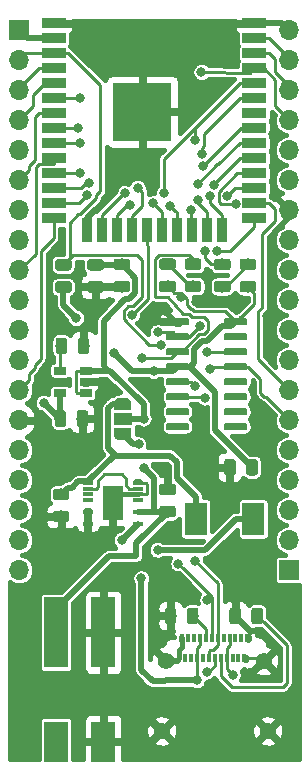
<source format=gtl>
G04 #@! TF.GenerationSoftware,KiCad,Pcbnew,(5.1.4-0-10_14)*
G04 #@! TF.CreationDate,2019-11-09T17:54:15-08:00*
G04 #@! TF.ProjectId,esp32-generic-board,65737033-322d-4676-956e-657269632d62,rev?*
G04 #@! TF.SameCoordinates,Original*
G04 #@! TF.FileFunction,Copper,L1,Top*
G04 #@! TF.FilePolarity,Positive*
%FSLAX46Y46*%
G04 Gerber Fmt 4.6, Leading zero omitted, Abs format (unit mm)*
G04 Created by KiCad (PCBNEW (5.1.4-0-10_14)) date 2019-11-09 17:54:15*
%MOMM*%
%LPD*%
G04 APERTURE LIST*
%ADD10R,1.700000X1.700000*%
%ADD11O,1.700000X1.700000*%
%ADD12C,1.400000*%
%ADD13R,0.300000X0.700000*%
%ADD14C,0.100000*%
%ADD15C,0.975000*%
%ADD16R,2.000000X3.500000*%
%ADD17R,2.000000X6.000000*%
%ADD18C,0.500000*%
%ADD19R,1.500000X1.000000*%
%ADD20R,1.903000X2.790000*%
%ADD21R,1.060000X0.650000*%
%ADD22R,1.651000X2.845000*%
%ADD23R,0.889000X0.305000*%
%ADD24R,5.000000X5.000000*%
%ADD25R,2.000000X0.900000*%
%ADD26R,0.900000X2.000000*%
%ADD27C,0.600000*%
%ADD28C,0.800000*%
%ADD29C,0.381000*%
%ADD30C,0.508000*%
%ADD31C,0.254000*%
G04 APERTURE END LIST*
D10*
X1270000Y-1270000D03*
D11*
X1270000Y-3810000D03*
X1270000Y-6350000D03*
X1270000Y-8890000D03*
X1270000Y-11430000D03*
X1270000Y-13970000D03*
X1270000Y-16510000D03*
X1270000Y-19050000D03*
X1270000Y-21590000D03*
X1270000Y-24130000D03*
X1270000Y-26670000D03*
X1270000Y-29210000D03*
X1270000Y-31750000D03*
X1270000Y-34290000D03*
X1270000Y-36830000D03*
X1270000Y-39370000D03*
X1270000Y-41910000D03*
X1270000Y-44450000D03*
X1270000Y-46990000D03*
D12*
X13713500Y-54675000D03*
D13*
X15093500Y-52765000D03*
X15593500Y-52765000D03*
X16093500Y-52765000D03*
X16593500Y-52765000D03*
X17093500Y-52765000D03*
X17593500Y-52765000D03*
X18093500Y-52765000D03*
X20593500Y-52765000D03*
X19593500Y-52765000D03*
X19093500Y-52765000D03*
X18593500Y-52765000D03*
X20093500Y-52765000D03*
X20343500Y-54465000D03*
D12*
X21973500Y-54675000D03*
X22333500Y-60625000D03*
X13353500Y-60625000D03*
D13*
X19843500Y-54465000D03*
X19343500Y-54465000D03*
X18843500Y-54465000D03*
X18343500Y-54465000D03*
X17843500Y-54465000D03*
X17343500Y-54465000D03*
X16843500Y-54465000D03*
X16343500Y-54465000D03*
X15843500Y-54465000D03*
X15343500Y-54465000D03*
X14843500Y-54465000D03*
D11*
X24130000Y-1270000D03*
X24130000Y-3810000D03*
X24130000Y-6350000D03*
X24130000Y-8890000D03*
X24130000Y-11430000D03*
X24130000Y-13970000D03*
X24130000Y-16510000D03*
X24130000Y-19050000D03*
X24130000Y-21590000D03*
X24130000Y-24130000D03*
X24130000Y-26670000D03*
X24130000Y-29210000D03*
X24130000Y-31750000D03*
X24130000Y-34290000D03*
X24130000Y-36830000D03*
X24130000Y-39370000D03*
X24130000Y-41910000D03*
X24130000Y-44450000D03*
D10*
X24130000Y-46990000D03*
D14*
G36*
X21256142Y-37591674D02*
G01*
X21279803Y-37595184D01*
X21303007Y-37600996D01*
X21325529Y-37609054D01*
X21347153Y-37619282D01*
X21367670Y-37631579D01*
X21386883Y-37645829D01*
X21404607Y-37661893D01*
X21420671Y-37679617D01*
X21434921Y-37698830D01*
X21447218Y-37719347D01*
X21457446Y-37740971D01*
X21465504Y-37763493D01*
X21471316Y-37786697D01*
X21474826Y-37810358D01*
X21476000Y-37834250D01*
X21476000Y-38746750D01*
X21474826Y-38770642D01*
X21471316Y-38794303D01*
X21465504Y-38817507D01*
X21457446Y-38840029D01*
X21447218Y-38861653D01*
X21434921Y-38882170D01*
X21420671Y-38901383D01*
X21404607Y-38919107D01*
X21386883Y-38935171D01*
X21367670Y-38949421D01*
X21347153Y-38961718D01*
X21325529Y-38971946D01*
X21303007Y-38980004D01*
X21279803Y-38985816D01*
X21256142Y-38989326D01*
X21232250Y-38990500D01*
X20744750Y-38990500D01*
X20720858Y-38989326D01*
X20697197Y-38985816D01*
X20673993Y-38980004D01*
X20651471Y-38971946D01*
X20629847Y-38961718D01*
X20609330Y-38949421D01*
X20590117Y-38935171D01*
X20572393Y-38919107D01*
X20556329Y-38901383D01*
X20542079Y-38882170D01*
X20529782Y-38861653D01*
X20519554Y-38840029D01*
X20511496Y-38817507D01*
X20505684Y-38794303D01*
X20502174Y-38770642D01*
X20501000Y-38746750D01*
X20501000Y-37834250D01*
X20502174Y-37810358D01*
X20505684Y-37786697D01*
X20511496Y-37763493D01*
X20519554Y-37740971D01*
X20529782Y-37719347D01*
X20542079Y-37698830D01*
X20556329Y-37679617D01*
X20572393Y-37661893D01*
X20590117Y-37645829D01*
X20609330Y-37631579D01*
X20629847Y-37619282D01*
X20651471Y-37609054D01*
X20673993Y-37600996D01*
X20697197Y-37595184D01*
X20720858Y-37591674D01*
X20744750Y-37590500D01*
X21232250Y-37590500D01*
X21256142Y-37591674D01*
X21256142Y-37591674D01*
G37*
D15*
X20988500Y-38290500D03*
D14*
G36*
X19381142Y-37591674D02*
G01*
X19404803Y-37595184D01*
X19428007Y-37600996D01*
X19450529Y-37609054D01*
X19472153Y-37619282D01*
X19492670Y-37631579D01*
X19511883Y-37645829D01*
X19529607Y-37661893D01*
X19545671Y-37679617D01*
X19559921Y-37698830D01*
X19572218Y-37719347D01*
X19582446Y-37740971D01*
X19590504Y-37763493D01*
X19596316Y-37786697D01*
X19599826Y-37810358D01*
X19601000Y-37834250D01*
X19601000Y-38746750D01*
X19599826Y-38770642D01*
X19596316Y-38794303D01*
X19590504Y-38817507D01*
X19582446Y-38840029D01*
X19572218Y-38861653D01*
X19559921Y-38882170D01*
X19545671Y-38901383D01*
X19529607Y-38919107D01*
X19511883Y-38935171D01*
X19492670Y-38949421D01*
X19472153Y-38961718D01*
X19450529Y-38971946D01*
X19428007Y-38980004D01*
X19404803Y-38985816D01*
X19381142Y-38989326D01*
X19357250Y-38990500D01*
X18869750Y-38990500D01*
X18845858Y-38989326D01*
X18822197Y-38985816D01*
X18798993Y-38980004D01*
X18776471Y-38971946D01*
X18754847Y-38961718D01*
X18734330Y-38949421D01*
X18715117Y-38935171D01*
X18697393Y-38919107D01*
X18681329Y-38901383D01*
X18667079Y-38882170D01*
X18654782Y-38861653D01*
X18644554Y-38840029D01*
X18636496Y-38817507D01*
X18630684Y-38794303D01*
X18627174Y-38770642D01*
X18626000Y-38746750D01*
X18626000Y-37834250D01*
X18627174Y-37810358D01*
X18630684Y-37786697D01*
X18636496Y-37763493D01*
X18644554Y-37740971D01*
X18654782Y-37719347D01*
X18667079Y-37698830D01*
X18681329Y-37679617D01*
X18697393Y-37661893D01*
X18715117Y-37645829D01*
X18734330Y-37631579D01*
X18754847Y-37619282D01*
X18776471Y-37609054D01*
X18798993Y-37600996D01*
X18822197Y-37595184D01*
X18845858Y-37591674D01*
X18869750Y-37590500D01*
X19357250Y-37590500D01*
X19381142Y-37591674D01*
X19381142Y-37591674D01*
G37*
D15*
X19113500Y-38290500D03*
D14*
G36*
X6998642Y-27304674D02*
G01*
X7022303Y-27308184D01*
X7045507Y-27313996D01*
X7068029Y-27322054D01*
X7089653Y-27332282D01*
X7110170Y-27344579D01*
X7129383Y-27358829D01*
X7147107Y-27374893D01*
X7163171Y-27392617D01*
X7177421Y-27411830D01*
X7189718Y-27432347D01*
X7199946Y-27453971D01*
X7208004Y-27476493D01*
X7213816Y-27499697D01*
X7217326Y-27523358D01*
X7218500Y-27547250D01*
X7218500Y-28459750D01*
X7217326Y-28483642D01*
X7213816Y-28507303D01*
X7208004Y-28530507D01*
X7199946Y-28553029D01*
X7189718Y-28574653D01*
X7177421Y-28595170D01*
X7163171Y-28614383D01*
X7147107Y-28632107D01*
X7129383Y-28648171D01*
X7110170Y-28662421D01*
X7089653Y-28674718D01*
X7068029Y-28684946D01*
X7045507Y-28693004D01*
X7022303Y-28698816D01*
X6998642Y-28702326D01*
X6974750Y-28703500D01*
X6487250Y-28703500D01*
X6463358Y-28702326D01*
X6439697Y-28698816D01*
X6416493Y-28693004D01*
X6393971Y-28684946D01*
X6372347Y-28674718D01*
X6351830Y-28662421D01*
X6332617Y-28648171D01*
X6314893Y-28632107D01*
X6298829Y-28614383D01*
X6284579Y-28595170D01*
X6272282Y-28574653D01*
X6262054Y-28553029D01*
X6253996Y-28530507D01*
X6248184Y-28507303D01*
X6244674Y-28483642D01*
X6243500Y-28459750D01*
X6243500Y-27547250D01*
X6244674Y-27523358D01*
X6248184Y-27499697D01*
X6253996Y-27476493D01*
X6262054Y-27453971D01*
X6272282Y-27432347D01*
X6284579Y-27411830D01*
X6298829Y-27392617D01*
X6314893Y-27374893D01*
X6332617Y-27358829D01*
X6351830Y-27344579D01*
X6372347Y-27332282D01*
X6393971Y-27322054D01*
X6416493Y-27313996D01*
X6439697Y-27308184D01*
X6463358Y-27304674D01*
X6487250Y-27303500D01*
X6974750Y-27303500D01*
X6998642Y-27304674D01*
X6998642Y-27304674D01*
G37*
D15*
X6731000Y-28003500D03*
D14*
G36*
X5123642Y-27304674D02*
G01*
X5147303Y-27308184D01*
X5170507Y-27313996D01*
X5193029Y-27322054D01*
X5214653Y-27332282D01*
X5235170Y-27344579D01*
X5254383Y-27358829D01*
X5272107Y-27374893D01*
X5288171Y-27392617D01*
X5302421Y-27411830D01*
X5314718Y-27432347D01*
X5324946Y-27453971D01*
X5333004Y-27476493D01*
X5338816Y-27499697D01*
X5342326Y-27523358D01*
X5343500Y-27547250D01*
X5343500Y-28459750D01*
X5342326Y-28483642D01*
X5338816Y-28507303D01*
X5333004Y-28530507D01*
X5324946Y-28553029D01*
X5314718Y-28574653D01*
X5302421Y-28595170D01*
X5288171Y-28614383D01*
X5272107Y-28632107D01*
X5254383Y-28648171D01*
X5235170Y-28662421D01*
X5214653Y-28674718D01*
X5193029Y-28684946D01*
X5170507Y-28693004D01*
X5147303Y-28698816D01*
X5123642Y-28702326D01*
X5099750Y-28703500D01*
X4612250Y-28703500D01*
X4588358Y-28702326D01*
X4564697Y-28698816D01*
X4541493Y-28693004D01*
X4518971Y-28684946D01*
X4497347Y-28674718D01*
X4476830Y-28662421D01*
X4457617Y-28648171D01*
X4439893Y-28632107D01*
X4423829Y-28614383D01*
X4409579Y-28595170D01*
X4397282Y-28574653D01*
X4387054Y-28553029D01*
X4378996Y-28530507D01*
X4373184Y-28507303D01*
X4369674Y-28483642D01*
X4368500Y-28459750D01*
X4368500Y-27547250D01*
X4369674Y-27523358D01*
X4373184Y-27499697D01*
X4378996Y-27476493D01*
X4387054Y-27453971D01*
X4397282Y-27432347D01*
X4409579Y-27411830D01*
X4423829Y-27392617D01*
X4439893Y-27374893D01*
X4457617Y-27358829D01*
X4476830Y-27344579D01*
X4497347Y-27332282D01*
X4518971Y-27322054D01*
X4541493Y-27313996D01*
X4564697Y-27308184D01*
X4588358Y-27304674D01*
X4612250Y-27303500D01*
X5099750Y-27303500D01*
X5123642Y-27304674D01*
X5123642Y-27304674D01*
G37*
D15*
X4856000Y-28003500D03*
D14*
G36*
X8227142Y-22534174D02*
G01*
X8250803Y-22537684D01*
X8274007Y-22543496D01*
X8296529Y-22551554D01*
X8318153Y-22561782D01*
X8338670Y-22574079D01*
X8357883Y-22588329D01*
X8375607Y-22604393D01*
X8391671Y-22622117D01*
X8405921Y-22641330D01*
X8418218Y-22661847D01*
X8428446Y-22683471D01*
X8436504Y-22705993D01*
X8442316Y-22729197D01*
X8445826Y-22752858D01*
X8447000Y-22776750D01*
X8447000Y-23264250D01*
X8445826Y-23288142D01*
X8442316Y-23311803D01*
X8436504Y-23335007D01*
X8428446Y-23357529D01*
X8418218Y-23379153D01*
X8405921Y-23399670D01*
X8391671Y-23418883D01*
X8375607Y-23436607D01*
X8357883Y-23452671D01*
X8338670Y-23466921D01*
X8318153Y-23479218D01*
X8296529Y-23489446D01*
X8274007Y-23497504D01*
X8250803Y-23503316D01*
X8227142Y-23506826D01*
X8203250Y-23508000D01*
X7290750Y-23508000D01*
X7266858Y-23506826D01*
X7243197Y-23503316D01*
X7219993Y-23497504D01*
X7197471Y-23489446D01*
X7175847Y-23479218D01*
X7155330Y-23466921D01*
X7136117Y-23452671D01*
X7118393Y-23436607D01*
X7102329Y-23418883D01*
X7088079Y-23399670D01*
X7075782Y-23379153D01*
X7065554Y-23357529D01*
X7057496Y-23335007D01*
X7051684Y-23311803D01*
X7048174Y-23288142D01*
X7047000Y-23264250D01*
X7047000Y-22776750D01*
X7048174Y-22752858D01*
X7051684Y-22729197D01*
X7057496Y-22705993D01*
X7065554Y-22683471D01*
X7075782Y-22661847D01*
X7088079Y-22641330D01*
X7102329Y-22622117D01*
X7118393Y-22604393D01*
X7136117Y-22588329D01*
X7155330Y-22574079D01*
X7175847Y-22561782D01*
X7197471Y-22551554D01*
X7219993Y-22543496D01*
X7243197Y-22537684D01*
X7266858Y-22534174D01*
X7290750Y-22533000D01*
X8203250Y-22533000D01*
X8227142Y-22534174D01*
X8227142Y-22534174D01*
G37*
D15*
X7747000Y-23020500D03*
D14*
G36*
X8227142Y-20659174D02*
G01*
X8250803Y-20662684D01*
X8274007Y-20668496D01*
X8296529Y-20676554D01*
X8318153Y-20686782D01*
X8338670Y-20699079D01*
X8357883Y-20713329D01*
X8375607Y-20729393D01*
X8391671Y-20747117D01*
X8405921Y-20766330D01*
X8418218Y-20786847D01*
X8428446Y-20808471D01*
X8436504Y-20830993D01*
X8442316Y-20854197D01*
X8445826Y-20877858D01*
X8447000Y-20901750D01*
X8447000Y-21389250D01*
X8445826Y-21413142D01*
X8442316Y-21436803D01*
X8436504Y-21460007D01*
X8428446Y-21482529D01*
X8418218Y-21504153D01*
X8405921Y-21524670D01*
X8391671Y-21543883D01*
X8375607Y-21561607D01*
X8357883Y-21577671D01*
X8338670Y-21591921D01*
X8318153Y-21604218D01*
X8296529Y-21614446D01*
X8274007Y-21622504D01*
X8250803Y-21628316D01*
X8227142Y-21631826D01*
X8203250Y-21633000D01*
X7290750Y-21633000D01*
X7266858Y-21631826D01*
X7243197Y-21628316D01*
X7219993Y-21622504D01*
X7197471Y-21614446D01*
X7175847Y-21604218D01*
X7155330Y-21591921D01*
X7136117Y-21577671D01*
X7118393Y-21561607D01*
X7102329Y-21543883D01*
X7088079Y-21524670D01*
X7075782Y-21504153D01*
X7065554Y-21482529D01*
X7057496Y-21460007D01*
X7051684Y-21436803D01*
X7048174Y-21413142D01*
X7047000Y-21389250D01*
X7047000Y-20901750D01*
X7048174Y-20877858D01*
X7051684Y-20854197D01*
X7057496Y-20830993D01*
X7065554Y-20808471D01*
X7075782Y-20786847D01*
X7088079Y-20766330D01*
X7102329Y-20747117D01*
X7118393Y-20729393D01*
X7136117Y-20713329D01*
X7155330Y-20699079D01*
X7175847Y-20686782D01*
X7197471Y-20676554D01*
X7219993Y-20668496D01*
X7243197Y-20662684D01*
X7266858Y-20659174D01*
X7290750Y-20658000D01*
X8203250Y-20658000D01*
X8227142Y-20659174D01*
X8227142Y-20659174D01*
G37*
D15*
X7747000Y-21145500D03*
D14*
G36*
X5030142Y-33464174D02*
G01*
X5053803Y-33467684D01*
X5077007Y-33473496D01*
X5099529Y-33481554D01*
X5121153Y-33491782D01*
X5141670Y-33504079D01*
X5160883Y-33518329D01*
X5178607Y-33534393D01*
X5194671Y-33552117D01*
X5208921Y-33571330D01*
X5221218Y-33591847D01*
X5231446Y-33613471D01*
X5239504Y-33635993D01*
X5245316Y-33659197D01*
X5248826Y-33682858D01*
X5250000Y-33706750D01*
X5250000Y-34619250D01*
X5248826Y-34643142D01*
X5245316Y-34666803D01*
X5239504Y-34690007D01*
X5231446Y-34712529D01*
X5221218Y-34734153D01*
X5208921Y-34754670D01*
X5194671Y-34773883D01*
X5178607Y-34791607D01*
X5160883Y-34807671D01*
X5141670Y-34821921D01*
X5121153Y-34834218D01*
X5099529Y-34844446D01*
X5077007Y-34852504D01*
X5053803Y-34858316D01*
X5030142Y-34861826D01*
X5006250Y-34863000D01*
X4518750Y-34863000D01*
X4494858Y-34861826D01*
X4471197Y-34858316D01*
X4447993Y-34852504D01*
X4425471Y-34844446D01*
X4403847Y-34834218D01*
X4383330Y-34821921D01*
X4364117Y-34807671D01*
X4346393Y-34791607D01*
X4330329Y-34773883D01*
X4316079Y-34754670D01*
X4303782Y-34734153D01*
X4293554Y-34712529D01*
X4285496Y-34690007D01*
X4279684Y-34666803D01*
X4276174Y-34643142D01*
X4275000Y-34619250D01*
X4275000Y-33706750D01*
X4276174Y-33682858D01*
X4279684Y-33659197D01*
X4285496Y-33635993D01*
X4293554Y-33613471D01*
X4303782Y-33591847D01*
X4316079Y-33571330D01*
X4330329Y-33552117D01*
X4346393Y-33534393D01*
X4364117Y-33518329D01*
X4383330Y-33504079D01*
X4403847Y-33491782D01*
X4425471Y-33481554D01*
X4447993Y-33473496D01*
X4471197Y-33467684D01*
X4494858Y-33464174D01*
X4518750Y-33463000D01*
X5006250Y-33463000D01*
X5030142Y-33464174D01*
X5030142Y-33464174D01*
G37*
D15*
X4762500Y-34163000D03*
D14*
G36*
X6905142Y-33464174D02*
G01*
X6928803Y-33467684D01*
X6952007Y-33473496D01*
X6974529Y-33481554D01*
X6996153Y-33491782D01*
X7016670Y-33504079D01*
X7035883Y-33518329D01*
X7053607Y-33534393D01*
X7069671Y-33552117D01*
X7083921Y-33571330D01*
X7096218Y-33591847D01*
X7106446Y-33613471D01*
X7114504Y-33635993D01*
X7120316Y-33659197D01*
X7123826Y-33682858D01*
X7125000Y-33706750D01*
X7125000Y-34619250D01*
X7123826Y-34643142D01*
X7120316Y-34666803D01*
X7114504Y-34690007D01*
X7106446Y-34712529D01*
X7096218Y-34734153D01*
X7083921Y-34754670D01*
X7069671Y-34773883D01*
X7053607Y-34791607D01*
X7035883Y-34807671D01*
X7016670Y-34821921D01*
X6996153Y-34834218D01*
X6974529Y-34844446D01*
X6952007Y-34852504D01*
X6928803Y-34858316D01*
X6905142Y-34861826D01*
X6881250Y-34863000D01*
X6393750Y-34863000D01*
X6369858Y-34861826D01*
X6346197Y-34858316D01*
X6322993Y-34852504D01*
X6300471Y-34844446D01*
X6278847Y-34834218D01*
X6258330Y-34821921D01*
X6239117Y-34807671D01*
X6221393Y-34791607D01*
X6205329Y-34773883D01*
X6191079Y-34754670D01*
X6178782Y-34734153D01*
X6168554Y-34712529D01*
X6160496Y-34690007D01*
X6154684Y-34666803D01*
X6151174Y-34643142D01*
X6150000Y-34619250D01*
X6150000Y-33706750D01*
X6151174Y-33682858D01*
X6154684Y-33659197D01*
X6160496Y-33635993D01*
X6168554Y-33613471D01*
X6178782Y-33591847D01*
X6191079Y-33571330D01*
X6205329Y-33552117D01*
X6221393Y-33534393D01*
X6239117Y-33518329D01*
X6258330Y-33504079D01*
X6278847Y-33491782D01*
X6300471Y-33481554D01*
X6322993Y-33473496D01*
X6346197Y-33467684D01*
X6369858Y-33464174D01*
X6393750Y-33463000D01*
X6881250Y-33463000D01*
X6905142Y-33464174D01*
X6905142Y-33464174D01*
G37*
D15*
X6637500Y-34163000D03*
D14*
G36*
X10449642Y-22500674D02*
G01*
X10473303Y-22504184D01*
X10496507Y-22509996D01*
X10519029Y-22518054D01*
X10540653Y-22528282D01*
X10561170Y-22540579D01*
X10580383Y-22554829D01*
X10598107Y-22570893D01*
X10614171Y-22588617D01*
X10628421Y-22607830D01*
X10640718Y-22628347D01*
X10650946Y-22649971D01*
X10659004Y-22672493D01*
X10664816Y-22695697D01*
X10668326Y-22719358D01*
X10669500Y-22743250D01*
X10669500Y-23230750D01*
X10668326Y-23254642D01*
X10664816Y-23278303D01*
X10659004Y-23301507D01*
X10650946Y-23324029D01*
X10640718Y-23345653D01*
X10628421Y-23366170D01*
X10614171Y-23385383D01*
X10598107Y-23403107D01*
X10580383Y-23419171D01*
X10561170Y-23433421D01*
X10540653Y-23445718D01*
X10519029Y-23455946D01*
X10496507Y-23464004D01*
X10473303Y-23469816D01*
X10449642Y-23473326D01*
X10425750Y-23474500D01*
X9513250Y-23474500D01*
X9489358Y-23473326D01*
X9465697Y-23469816D01*
X9442493Y-23464004D01*
X9419971Y-23455946D01*
X9398347Y-23445718D01*
X9377830Y-23433421D01*
X9358617Y-23419171D01*
X9340893Y-23403107D01*
X9324829Y-23385383D01*
X9310579Y-23366170D01*
X9298282Y-23345653D01*
X9288054Y-23324029D01*
X9279996Y-23301507D01*
X9274184Y-23278303D01*
X9270674Y-23254642D01*
X9269500Y-23230750D01*
X9269500Y-22743250D01*
X9270674Y-22719358D01*
X9274184Y-22695697D01*
X9279996Y-22672493D01*
X9288054Y-22649971D01*
X9298282Y-22628347D01*
X9310579Y-22607830D01*
X9324829Y-22588617D01*
X9340893Y-22570893D01*
X9358617Y-22554829D01*
X9377830Y-22540579D01*
X9398347Y-22528282D01*
X9419971Y-22518054D01*
X9442493Y-22509996D01*
X9465697Y-22504184D01*
X9489358Y-22500674D01*
X9513250Y-22499500D01*
X10425750Y-22499500D01*
X10449642Y-22500674D01*
X10449642Y-22500674D01*
G37*
D15*
X9969500Y-22987000D03*
D14*
G36*
X10449642Y-20625674D02*
G01*
X10473303Y-20629184D01*
X10496507Y-20634996D01*
X10519029Y-20643054D01*
X10540653Y-20653282D01*
X10561170Y-20665579D01*
X10580383Y-20679829D01*
X10598107Y-20695893D01*
X10614171Y-20713617D01*
X10628421Y-20732830D01*
X10640718Y-20753347D01*
X10650946Y-20774971D01*
X10659004Y-20797493D01*
X10664816Y-20820697D01*
X10668326Y-20844358D01*
X10669500Y-20868250D01*
X10669500Y-21355750D01*
X10668326Y-21379642D01*
X10664816Y-21403303D01*
X10659004Y-21426507D01*
X10650946Y-21449029D01*
X10640718Y-21470653D01*
X10628421Y-21491170D01*
X10614171Y-21510383D01*
X10598107Y-21528107D01*
X10580383Y-21544171D01*
X10561170Y-21558421D01*
X10540653Y-21570718D01*
X10519029Y-21580946D01*
X10496507Y-21589004D01*
X10473303Y-21594816D01*
X10449642Y-21598326D01*
X10425750Y-21599500D01*
X9513250Y-21599500D01*
X9489358Y-21598326D01*
X9465697Y-21594816D01*
X9442493Y-21589004D01*
X9419971Y-21580946D01*
X9398347Y-21570718D01*
X9377830Y-21558421D01*
X9358617Y-21544171D01*
X9340893Y-21528107D01*
X9324829Y-21510383D01*
X9310579Y-21491170D01*
X9298282Y-21470653D01*
X9288054Y-21449029D01*
X9279996Y-21426507D01*
X9274184Y-21403303D01*
X9270674Y-21379642D01*
X9269500Y-21355750D01*
X9269500Y-20868250D01*
X9270674Y-20844358D01*
X9274184Y-20820697D01*
X9279996Y-20797493D01*
X9288054Y-20774971D01*
X9298282Y-20753347D01*
X9310579Y-20732830D01*
X9324829Y-20713617D01*
X9340893Y-20695893D01*
X9358617Y-20679829D01*
X9377830Y-20665579D01*
X9398347Y-20653282D01*
X9419971Y-20643054D01*
X9442493Y-20634996D01*
X9465697Y-20629184D01*
X9489358Y-20625674D01*
X9513250Y-20624500D01*
X10425750Y-20624500D01*
X10449642Y-20625674D01*
X10449642Y-20625674D01*
G37*
D15*
X9969500Y-21112000D03*
D14*
G36*
X5306142Y-40090174D02*
G01*
X5329803Y-40093684D01*
X5353007Y-40099496D01*
X5375529Y-40107554D01*
X5397153Y-40117782D01*
X5417670Y-40130079D01*
X5436883Y-40144329D01*
X5454607Y-40160393D01*
X5470671Y-40178117D01*
X5484921Y-40197330D01*
X5497218Y-40217847D01*
X5507446Y-40239471D01*
X5515504Y-40261993D01*
X5521316Y-40285197D01*
X5524826Y-40308858D01*
X5526000Y-40332750D01*
X5526000Y-40820250D01*
X5524826Y-40844142D01*
X5521316Y-40867803D01*
X5515504Y-40891007D01*
X5507446Y-40913529D01*
X5497218Y-40935153D01*
X5484921Y-40955670D01*
X5470671Y-40974883D01*
X5454607Y-40992607D01*
X5436883Y-41008671D01*
X5417670Y-41022921D01*
X5397153Y-41035218D01*
X5375529Y-41045446D01*
X5353007Y-41053504D01*
X5329803Y-41059316D01*
X5306142Y-41062826D01*
X5282250Y-41064000D01*
X4369750Y-41064000D01*
X4345858Y-41062826D01*
X4322197Y-41059316D01*
X4298993Y-41053504D01*
X4276471Y-41045446D01*
X4254847Y-41035218D01*
X4234330Y-41022921D01*
X4215117Y-41008671D01*
X4197393Y-40992607D01*
X4181329Y-40974883D01*
X4167079Y-40955670D01*
X4154782Y-40935153D01*
X4144554Y-40913529D01*
X4136496Y-40891007D01*
X4130684Y-40867803D01*
X4127174Y-40844142D01*
X4126000Y-40820250D01*
X4126000Y-40332750D01*
X4127174Y-40308858D01*
X4130684Y-40285197D01*
X4136496Y-40261993D01*
X4144554Y-40239471D01*
X4154782Y-40217847D01*
X4167079Y-40197330D01*
X4181329Y-40178117D01*
X4197393Y-40160393D01*
X4215117Y-40144329D01*
X4234330Y-40130079D01*
X4254847Y-40117782D01*
X4276471Y-40107554D01*
X4298993Y-40099496D01*
X4322197Y-40093684D01*
X4345858Y-40090174D01*
X4369750Y-40089000D01*
X5282250Y-40089000D01*
X5306142Y-40090174D01*
X5306142Y-40090174D01*
G37*
D15*
X4826000Y-40576500D03*
D14*
G36*
X5306142Y-41965174D02*
G01*
X5329803Y-41968684D01*
X5353007Y-41974496D01*
X5375529Y-41982554D01*
X5397153Y-41992782D01*
X5417670Y-42005079D01*
X5436883Y-42019329D01*
X5454607Y-42035393D01*
X5470671Y-42053117D01*
X5484921Y-42072330D01*
X5497218Y-42092847D01*
X5507446Y-42114471D01*
X5515504Y-42136993D01*
X5521316Y-42160197D01*
X5524826Y-42183858D01*
X5526000Y-42207750D01*
X5526000Y-42695250D01*
X5524826Y-42719142D01*
X5521316Y-42742803D01*
X5515504Y-42766007D01*
X5507446Y-42788529D01*
X5497218Y-42810153D01*
X5484921Y-42830670D01*
X5470671Y-42849883D01*
X5454607Y-42867607D01*
X5436883Y-42883671D01*
X5417670Y-42897921D01*
X5397153Y-42910218D01*
X5375529Y-42920446D01*
X5353007Y-42928504D01*
X5329803Y-42934316D01*
X5306142Y-42937826D01*
X5282250Y-42939000D01*
X4369750Y-42939000D01*
X4345858Y-42937826D01*
X4322197Y-42934316D01*
X4298993Y-42928504D01*
X4276471Y-42920446D01*
X4254847Y-42910218D01*
X4234330Y-42897921D01*
X4215117Y-42883671D01*
X4197393Y-42867607D01*
X4181329Y-42849883D01*
X4167079Y-42830670D01*
X4154782Y-42810153D01*
X4144554Y-42788529D01*
X4136496Y-42766007D01*
X4130684Y-42742803D01*
X4127174Y-42719142D01*
X4126000Y-42695250D01*
X4126000Y-42207750D01*
X4127174Y-42183858D01*
X4130684Y-42160197D01*
X4136496Y-42136993D01*
X4144554Y-42114471D01*
X4154782Y-42092847D01*
X4167079Y-42072330D01*
X4181329Y-42053117D01*
X4197393Y-42035393D01*
X4215117Y-42019329D01*
X4234330Y-42005079D01*
X4254847Y-41992782D01*
X4276471Y-41982554D01*
X4298993Y-41974496D01*
X4322197Y-41968684D01*
X4345858Y-41965174D01*
X4369750Y-41964000D01*
X5282250Y-41964000D01*
X5306142Y-41965174D01*
X5306142Y-41965174D01*
G37*
D15*
X4826000Y-42451500D03*
D14*
G36*
X18958642Y-20625674D02*
G01*
X18982303Y-20629184D01*
X19005507Y-20634996D01*
X19028029Y-20643054D01*
X19049653Y-20653282D01*
X19070170Y-20665579D01*
X19089383Y-20679829D01*
X19107107Y-20695893D01*
X19123171Y-20713617D01*
X19137421Y-20732830D01*
X19149718Y-20753347D01*
X19159946Y-20774971D01*
X19168004Y-20797493D01*
X19173816Y-20820697D01*
X19177326Y-20844358D01*
X19178500Y-20868250D01*
X19178500Y-21355750D01*
X19177326Y-21379642D01*
X19173816Y-21403303D01*
X19168004Y-21426507D01*
X19159946Y-21449029D01*
X19149718Y-21470653D01*
X19137421Y-21491170D01*
X19123171Y-21510383D01*
X19107107Y-21528107D01*
X19089383Y-21544171D01*
X19070170Y-21558421D01*
X19049653Y-21570718D01*
X19028029Y-21580946D01*
X19005507Y-21589004D01*
X18982303Y-21594816D01*
X18958642Y-21598326D01*
X18934750Y-21599500D01*
X18022250Y-21599500D01*
X17998358Y-21598326D01*
X17974697Y-21594816D01*
X17951493Y-21589004D01*
X17928971Y-21580946D01*
X17907347Y-21570718D01*
X17886830Y-21558421D01*
X17867617Y-21544171D01*
X17849893Y-21528107D01*
X17833829Y-21510383D01*
X17819579Y-21491170D01*
X17807282Y-21470653D01*
X17797054Y-21449029D01*
X17788996Y-21426507D01*
X17783184Y-21403303D01*
X17779674Y-21379642D01*
X17778500Y-21355750D01*
X17778500Y-20868250D01*
X17779674Y-20844358D01*
X17783184Y-20820697D01*
X17788996Y-20797493D01*
X17797054Y-20774971D01*
X17807282Y-20753347D01*
X17819579Y-20732830D01*
X17833829Y-20713617D01*
X17849893Y-20695893D01*
X17867617Y-20679829D01*
X17886830Y-20665579D01*
X17907347Y-20653282D01*
X17928971Y-20643054D01*
X17951493Y-20634996D01*
X17974697Y-20629184D01*
X17998358Y-20625674D01*
X18022250Y-20624500D01*
X18934750Y-20624500D01*
X18958642Y-20625674D01*
X18958642Y-20625674D01*
G37*
D15*
X18478500Y-21112000D03*
D14*
G36*
X18958642Y-22500674D02*
G01*
X18982303Y-22504184D01*
X19005507Y-22509996D01*
X19028029Y-22518054D01*
X19049653Y-22528282D01*
X19070170Y-22540579D01*
X19089383Y-22554829D01*
X19107107Y-22570893D01*
X19123171Y-22588617D01*
X19137421Y-22607830D01*
X19149718Y-22628347D01*
X19159946Y-22649971D01*
X19168004Y-22672493D01*
X19173816Y-22695697D01*
X19177326Y-22719358D01*
X19178500Y-22743250D01*
X19178500Y-23230750D01*
X19177326Y-23254642D01*
X19173816Y-23278303D01*
X19168004Y-23301507D01*
X19159946Y-23324029D01*
X19149718Y-23345653D01*
X19137421Y-23366170D01*
X19123171Y-23385383D01*
X19107107Y-23403107D01*
X19089383Y-23419171D01*
X19070170Y-23433421D01*
X19049653Y-23445718D01*
X19028029Y-23455946D01*
X19005507Y-23464004D01*
X18982303Y-23469816D01*
X18958642Y-23473326D01*
X18934750Y-23474500D01*
X18022250Y-23474500D01*
X17998358Y-23473326D01*
X17974697Y-23469816D01*
X17951493Y-23464004D01*
X17928971Y-23455946D01*
X17907347Y-23445718D01*
X17886830Y-23433421D01*
X17867617Y-23419171D01*
X17849893Y-23403107D01*
X17833829Y-23385383D01*
X17819579Y-23366170D01*
X17807282Y-23345653D01*
X17797054Y-23324029D01*
X17788996Y-23301507D01*
X17783184Y-23278303D01*
X17779674Y-23254642D01*
X17778500Y-23230750D01*
X17778500Y-22743250D01*
X17779674Y-22719358D01*
X17783184Y-22695697D01*
X17788996Y-22672493D01*
X17797054Y-22649971D01*
X17807282Y-22628347D01*
X17819579Y-22607830D01*
X17833829Y-22588617D01*
X17849893Y-22570893D01*
X17867617Y-22554829D01*
X17886830Y-22540579D01*
X17907347Y-22528282D01*
X17928971Y-22518054D01*
X17951493Y-22509996D01*
X17974697Y-22504184D01*
X17998358Y-22500674D01*
X18022250Y-22499500D01*
X18934750Y-22499500D01*
X18958642Y-22500674D01*
X18958642Y-22500674D01*
G37*
D15*
X18478500Y-22987000D03*
D14*
G36*
X16482142Y-22485674D02*
G01*
X16505803Y-22489184D01*
X16529007Y-22494996D01*
X16551529Y-22503054D01*
X16573153Y-22513282D01*
X16593670Y-22525579D01*
X16612883Y-22539829D01*
X16630607Y-22555893D01*
X16646671Y-22573617D01*
X16660921Y-22592830D01*
X16673218Y-22613347D01*
X16683446Y-22634971D01*
X16691504Y-22657493D01*
X16697316Y-22680697D01*
X16700826Y-22704358D01*
X16702000Y-22728250D01*
X16702000Y-23215750D01*
X16700826Y-23239642D01*
X16697316Y-23263303D01*
X16691504Y-23286507D01*
X16683446Y-23309029D01*
X16673218Y-23330653D01*
X16660921Y-23351170D01*
X16646671Y-23370383D01*
X16630607Y-23388107D01*
X16612883Y-23404171D01*
X16593670Y-23418421D01*
X16573153Y-23430718D01*
X16551529Y-23440946D01*
X16529007Y-23449004D01*
X16505803Y-23454816D01*
X16482142Y-23458326D01*
X16458250Y-23459500D01*
X15545750Y-23459500D01*
X15521858Y-23458326D01*
X15498197Y-23454816D01*
X15474993Y-23449004D01*
X15452471Y-23440946D01*
X15430847Y-23430718D01*
X15410330Y-23418421D01*
X15391117Y-23404171D01*
X15373393Y-23388107D01*
X15357329Y-23370383D01*
X15343079Y-23351170D01*
X15330782Y-23330653D01*
X15320554Y-23309029D01*
X15312496Y-23286507D01*
X15306684Y-23263303D01*
X15303174Y-23239642D01*
X15302000Y-23215750D01*
X15302000Y-22728250D01*
X15303174Y-22704358D01*
X15306684Y-22680697D01*
X15312496Y-22657493D01*
X15320554Y-22634971D01*
X15330782Y-22613347D01*
X15343079Y-22592830D01*
X15357329Y-22573617D01*
X15373393Y-22555893D01*
X15391117Y-22539829D01*
X15410330Y-22525579D01*
X15430847Y-22513282D01*
X15452471Y-22503054D01*
X15474993Y-22494996D01*
X15498197Y-22489184D01*
X15521858Y-22485674D01*
X15545750Y-22484500D01*
X16458250Y-22484500D01*
X16482142Y-22485674D01*
X16482142Y-22485674D01*
G37*
D15*
X16002000Y-22972000D03*
D14*
G36*
X16482142Y-20610674D02*
G01*
X16505803Y-20614184D01*
X16529007Y-20619996D01*
X16551529Y-20628054D01*
X16573153Y-20638282D01*
X16593670Y-20650579D01*
X16612883Y-20664829D01*
X16630607Y-20680893D01*
X16646671Y-20698617D01*
X16660921Y-20717830D01*
X16673218Y-20738347D01*
X16683446Y-20759971D01*
X16691504Y-20782493D01*
X16697316Y-20805697D01*
X16700826Y-20829358D01*
X16702000Y-20853250D01*
X16702000Y-21340750D01*
X16700826Y-21364642D01*
X16697316Y-21388303D01*
X16691504Y-21411507D01*
X16683446Y-21434029D01*
X16673218Y-21455653D01*
X16660921Y-21476170D01*
X16646671Y-21495383D01*
X16630607Y-21513107D01*
X16612883Y-21529171D01*
X16593670Y-21543421D01*
X16573153Y-21555718D01*
X16551529Y-21565946D01*
X16529007Y-21574004D01*
X16505803Y-21579816D01*
X16482142Y-21583326D01*
X16458250Y-21584500D01*
X15545750Y-21584500D01*
X15521858Y-21583326D01*
X15498197Y-21579816D01*
X15474993Y-21574004D01*
X15452471Y-21565946D01*
X15430847Y-21555718D01*
X15410330Y-21543421D01*
X15391117Y-21529171D01*
X15373393Y-21513107D01*
X15357329Y-21495383D01*
X15343079Y-21476170D01*
X15330782Y-21455653D01*
X15320554Y-21434029D01*
X15312496Y-21411507D01*
X15306684Y-21388303D01*
X15303174Y-21364642D01*
X15302000Y-21340750D01*
X15302000Y-20853250D01*
X15303174Y-20829358D01*
X15306684Y-20805697D01*
X15312496Y-20782493D01*
X15320554Y-20759971D01*
X15330782Y-20738347D01*
X15343079Y-20717830D01*
X15357329Y-20698617D01*
X15373393Y-20680893D01*
X15391117Y-20664829D01*
X15410330Y-20650579D01*
X15430847Y-20638282D01*
X15452471Y-20628054D01*
X15474993Y-20619996D01*
X15498197Y-20614184D01*
X15521858Y-20610674D01*
X15545750Y-20609500D01*
X16458250Y-20609500D01*
X16482142Y-20610674D01*
X16482142Y-20610674D01*
G37*
D15*
X16002000Y-21097000D03*
D16*
X4398000Y-61526000D03*
D17*
X4398000Y-52276000D03*
D16*
X8398000Y-61526000D03*
D17*
X8398000Y-52276000D03*
D18*
X10033000Y-35496500D03*
D14*
G36*
X10783000Y-34946500D02*
G01*
X10783000Y-35496500D01*
X10782398Y-35496500D01*
X10782398Y-35521034D01*
X10777588Y-35569865D01*
X10768016Y-35617990D01*
X10753772Y-35664945D01*
X10734995Y-35710278D01*
X10711864Y-35753551D01*
X10684604Y-35794350D01*
X10653476Y-35832279D01*
X10618779Y-35866976D01*
X10580850Y-35898104D01*
X10540051Y-35925364D01*
X10496778Y-35948495D01*
X10451445Y-35967272D01*
X10404490Y-35981516D01*
X10356365Y-35991088D01*
X10307534Y-35995898D01*
X10283000Y-35995898D01*
X10283000Y-35996500D01*
X9783000Y-35996500D01*
X9783000Y-35995898D01*
X9758466Y-35995898D01*
X9709635Y-35991088D01*
X9661510Y-35981516D01*
X9614555Y-35967272D01*
X9569222Y-35948495D01*
X9525949Y-35925364D01*
X9485150Y-35898104D01*
X9447221Y-35866976D01*
X9412524Y-35832279D01*
X9381396Y-35794350D01*
X9354136Y-35753551D01*
X9331005Y-35710278D01*
X9312228Y-35664945D01*
X9297984Y-35617990D01*
X9288412Y-35569865D01*
X9283602Y-35521034D01*
X9283602Y-35496500D01*
X9283000Y-35496500D01*
X9283000Y-34946500D01*
X10783000Y-34946500D01*
X10783000Y-34946500D01*
G37*
D18*
X10033000Y-32896500D03*
D14*
G36*
X9283602Y-32896500D02*
G01*
X9283602Y-32871966D01*
X9288412Y-32823135D01*
X9297984Y-32775010D01*
X9312228Y-32728055D01*
X9331005Y-32682722D01*
X9354136Y-32639449D01*
X9381396Y-32598650D01*
X9412524Y-32560721D01*
X9447221Y-32526024D01*
X9485150Y-32494896D01*
X9525949Y-32467636D01*
X9569222Y-32444505D01*
X9614555Y-32425728D01*
X9661510Y-32411484D01*
X9709635Y-32401912D01*
X9758466Y-32397102D01*
X9783000Y-32397102D01*
X9783000Y-32396500D01*
X10283000Y-32396500D01*
X10283000Y-32397102D01*
X10307534Y-32397102D01*
X10356365Y-32401912D01*
X10404490Y-32411484D01*
X10451445Y-32425728D01*
X10496778Y-32444505D01*
X10540051Y-32467636D01*
X10580850Y-32494896D01*
X10618779Y-32526024D01*
X10653476Y-32560721D01*
X10684604Y-32598650D01*
X10711864Y-32639449D01*
X10734995Y-32682722D01*
X10753772Y-32728055D01*
X10768016Y-32775010D01*
X10777588Y-32823135D01*
X10782398Y-32871966D01*
X10782398Y-32896500D01*
X10783000Y-32896500D01*
X10783000Y-33446500D01*
X9283000Y-33446500D01*
X9283000Y-32896500D01*
X9283602Y-32896500D01*
X9283602Y-32896500D01*
G37*
D19*
X10033000Y-34196500D03*
D20*
X16242500Y-42672000D03*
X21095500Y-42672000D03*
D14*
G36*
X14364642Y-50164674D02*
G01*
X14388303Y-50168184D01*
X14411507Y-50173996D01*
X14434029Y-50182054D01*
X14455653Y-50192282D01*
X14476170Y-50204579D01*
X14495383Y-50218829D01*
X14513107Y-50234893D01*
X14529171Y-50252617D01*
X14543421Y-50271830D01*
X14555718Y-50292347D01*
X14565946Y-50313971D01*
X14574004Y-50336493D01*
X14579816Y-50359697D01*
X14583326Y-50383358D01*
X14584500Y-50407250D01*
X14584500Y-51319750D01*
X14583326Y-51343642D01*
X14579816Y-51367303D01*
X14574004Y-51390507D01*
X14565946Y-51413029D01*
X14555718Y-51434653D01*
X14543421Y-51455170D01*
X14529171Y-51474383D01*
X14513107Y-51492107D01*
X14495383Y-51508171D01*
X14476170Y-51522421D01*
X14455653Y-51534718D01*
X14434029Y-51544946D01*
X14411507Y-51553004D01*
X14388303Y-51558816D01*
X14364642Y-51562326D01*
X14340750Y-51563500D01*
X13853250Y-51563500D01*
X13829358Y-51562326D01*
X13805697Y-51558816D01*
X13782493Y-51553004D01*
X13759971Y-51544946D01*
X13738347Y-51534718D01*
X13717830Y-51522421D01*
X13698617Y-51508171D01*
X13680893Y-51492107D01*
X13664829Y-51474383D01*
X13650579Y-51455170D01*
X13638282Y-51434653D01*
X13628054Y-51413029D01*
X13619996Y-51390507D01*
X13614184Y-51367303D01*
X13610674Y-51343642D01*
X13609500Y-51319750D01*
X13609500Y-50407250D01*
X13610674Y-50383358D01*
X13614184Y-50359697D01*
X13619996Y-50336493D01*
X13628054Y-50313971D01*
X13638282Y-50292347D01*
X13650579Y-50271830D01*
X13664829Y-50252617D01*
X13680893Y-50234893D01*
X13698617Y-50218829D01*
X13717830Y-50204579D01*
X13738347Y-50192282D01*
X13759971Y-50182054D01*
X13782493Y-50173996D01*
X13805697Y-50168184D01*
X13829358Y-50164674D01*
X13853250Y-50163500D01*
X14340750Y-50163500D01*
X14364642Y-50164674D01*
X14364642Y-50164674D01*
G37*
D15*
X14097000Y-50863500D03*
D14*
G36*
X16239642Y-50164674D02*
G01*
X16263303Y-50168184D01*
X16286507Y-50173996D01*
X16309029Y-50182054D01*
X16330653Y-50192282D01*
X16351170Y-50204579D01*
X16370383Y-50218829D01*
X16388107Y-50234893D01*
X16404171Y-50252617D01*
X16418421Y-50271830D01*
X16430718Y-50292347D01*
X16440946Y-50313971D01*
X16449004Y-50336493D01*
X16454816Y-50359697D01*
X16458326Y-50383358D01*
X16459500Y-50407250D01*
X16459500Y-51319750D01*
X16458326Y-51343642D01*
X16454816Y-51367303D01*
X16449004Y-51390507D01*
X16440946Y-51413029D01*
X16430718Y-51434653D01*
X16418421Y-51455170D01*
X16404171Y-51474383D01*
X16388107Y-51492107D01*
X16370383Y-51508171D01*
X16351170Y-51522421D01*
X16330653Y-51534718D01*
X16309029Y-51544946D01*
X16286507Y-51553004D01*
X16263303Y-51558816D01*
X16239642Y-51562326D01*
X16215750Y-51563500D01*
X15728250Y-51563500D01*
X15704358Y-51562326D01*
X15680697Y-51558816D01*
X15657493Y-51553004D01*
X15634971Y-51544946D01*
X15613347Y-51534718D01*
X15592830Y-51522421D01*
X15573617Y-51508171D01*
X15555893Y-51492107D01*
X15539829Y-51474383D01*
X15525579Y-51455170D01*
X15513282Y-51434653D01*
X15503054Y-51413029D01*
X15494996Y-51390507D01*
X15489184Y-51367303D01*
X15485674Y-51343642D01*
X15484500Y-51319750D01*
X15484500Y-50407250D01*
X15485674Y-50383358D01*
X15489184Y-50359697D01*
X15494996Y-50336493D01*
X15503054Y-50313971D01*
X15513282Y-50292347D01*
X15525579Y-50271830D01*
X15539829Y-50252617D01*
X15555893Y-50234893D01*
X15573617Y-50218829D01*
X15592830Y-50204579D01*
X15613347Y-50192282D01*
X15634971Y-50182054D01*
X15657493Y-50173996D01*
X15680697Y-50168184D01*
X15704358Y-50164674D01*
X15728250Y-50163500D01*
X16215750Y-50163500D01*
X16239642Y-50164674D01*
X16239642Y-50164674D01*
G37*
D15*
X15972000Y-50863500D03*
D14*
G36*
X21700642Y-50164674D02*
G01*
X21724303Y-50168184D01*
X21747507Y-50173996D01*
X21770029Y-50182054D01*
X21791653Y-50192282D01*
X21812170Y-50204579D01*
X21831383Y-50218829D01*
X21849107Y-50234893D01*
X21865171Y-50252617D01*
X21879421Y-50271830D01*
X21891718Y-50292347D01*
X21901946Y-50313971D01*
X21910004Y-50336493D01*
X21915816Y-50359697D01*
X21919326Y-50383358D01*
X21920500Y-50407250D01*
X21920500Y-51319750D01*
X21919326Y-51343642D01*
X21915816Y-51367303D01*
X21910004Y-51390507D01*
X21901946Y-51413029D01*
X21891718Y-51434653D01*
X21879421Y-51455170D01*
X21865171Y-51474383D01*
X21849107Y-51492107D01*
X21831383Y-51508171D01*
X21812170Y-51522421D01*
X21791653Y-51534718D01*
X21770029Y-51544946D01*
X21747507Y-51553004D01*
X21724303Y-51558816D01*
X21700642Y-51562326D01*
X21676750Y-51563500D01*
X21189250Y-51563500D01*
X21165358Y-51562326D01*
X21141697Y-51558816D01*
X21118493Y-51553004D01*
X21095971Y-51544946D01*
X21074347Y-51534718D01*
X21053830Y-51522421D01*
X21034617Y-51508171D01*
X21016893Y-51492107D01*
X21000829Y-51474383D01*
X20986579Y-51455170D01*
X20974282Y-51434653D01*
X20964054Y-51413029D01*
X20955996Y-51390507D01*
X20950184Y-51367303D01*
X20946674Y-51343642D01*
X20945500Y-51319750D01*
X20945500Y-50407250D01*
X20946674Y-50383358D01*
X20950184Y-50359697D01*
X20955996Y-50336493D01*
X20964054Y-50313971D01*
X20974282Y-50292347D01*
X20986579Y-50271830D01*
X21000829Y-50252617D01*
X21016893Y-50234893D01*
X21034617Y-50218829D01*
X21053830Y-50204579D01*
X21074347Y-50192282D01*
X21095971Y-50182054D01*
X21118493Y-50173996D01*
X21141697Y-50168184D01*
X21165358Y-50164674D01*
X21189250Y-50163500D01*
X21676750Y-50163500D01*
X21700642Y-50164674D01*
X21700642Y-50164674D01*
G37*
D15*
X21433000Y-50863500D03*
D14*
G36*
X19825642Y-50164674D02*
G01*
X19849303Y-50168184D01*
X19872507Y-50173996D01*
X19895029Y-50182054D01*
X19916653Y-50192282D01*
X19937170Y-50204579D01*
X19956383Y-50218829D01*
X19974107Y-50234893D01*
X19990171Y-50252617D01*
X20004421Y-50271830D01*
X20016718Y-50292347D01*
X20026946Y-50313971D01*
X20035004Y-50336493D01*
X20040816Y-50359697D01*
X20044326Y-50383358D01*
X20045500Y-50407250D01*
X20045500Y-51319750D01*
X20044326Y-51343642D01*
X20040816Y-51367303D01*
X20035004Y-51390507D01*
X20026946Y-51413029D01*
X20016718Y-51434653D01*
X20004421Y-51455170D01*
X19990171Y-51474383D01*
X19974107Y-51492107D01*
X19956383Y-51508171D01*
X19937170Y-51522421D01*
X19916653Y-51534718D01*
X19895029Y-51544946D01*
X19872507Y-51553004D01*
X19849303Y-51558816D01*
X19825642Y-51562326D01*
X19801750Y-51563500D01*
X19314250Y-51563500D01*
X19290358Y-51562326D01*
X19266697Y-51558816D01*
X19243493Y-51553004D01*
X19220971Y-51544946D01*
X19199347Y-51534718D01*
X19178830Y-51522421D01*
X19159617Y-51508171D01*
X19141893Y-51492107D01*
X19125829Y-51474383D01*
X19111579Y-51455170D01*
X19099282Y-51434653D01*
X19089054Y-51413029D01*
X19080996Y-51390507D01*
X19075184Y-51367303D01*
X19071674Y-51343642D01*
X19070500Y-51319750D01*
X19070500Y-50407250D01*
X19071674Y-50383358D01*
X19075184Y-50359697D01*
X19080996Y-50336493D01*
X19089054Y-50313971D01*
X19099282Y-50292347D01*
X19111579Y-50271830D01*
X19125829Y-50252617D01*
X19141893Y-50234893D01*
X19159617Y-50218829D01*
X19178830Y-50204579D01*
X19199347Y-50192282D01*
X19220971Y-50182054D01*
X19243493Y-50173996D01*
X19266697Y-50168184D01*
X19290358Y-50164674D01*
X19314250Y-50163500D01*
X19801750Y-50163500D01*
X19825642Y-50164674D01*
X19825642Y-50164674D01*
G37*
D15*
X19558000Y-50863500D03*
D14*
G36*
X21117642Y-22500674D02*
G01*
X21141303Y-22504184D01*
X21164507Y-22509996D01*
X21187029Y-22518054D01*
X21208653Y-22528282D01*
X21229170Y-22540579D01*
X21248383Y-22554829D01*
X21266107Y-22570893D01*
X21282171Y-22588617D01*
X21296421Y-22607830D01*
X21308718Y-22628347D01*
X21318946Y-22649971D01*
X21327004Y-22672493D01*
X21332816Y-22695697D01*
X21336326Y-22719358D01*
X21337500Y-22743250D01*
X21337500Y-23230750D01*
X21336326Y-23254642D01*
X21332816Y-23278303D01*
X21327004Y-23301507D01*
X21318946Y-23324029D01*
X21308718Y-23345653D01*
X21296421Y-23366170D01*
X21282171Y-23385383D01*
X21266107Y-23403107D01*
X21248383Y-23419171D01*
X21229170Y-23433421D01*
X21208653Y-23445718D01*
X21187029Y-23455946D01*
X21164507Y-23464004D01*
X21141303Y-23469816D01*
X21117642Y-23473326D01*
X21093750Y-23474500D01*
X20181250Y-23474500D01*
X20157358Y-23473326D01*
X20133697Y-23469816D01*
X20110493Y-23464004D01*
X20087971Y-23455946D01*
X20066347Y-23445718D01*
X20045830Y-23433421D01*
X20026617Y-23419171D01*
X20008893Y-23403107D01*
X19992829Y-23385383D01*
X19978579Y-23366170D01*
X19966282Y-23345653D01*
X19956054Y-23324029D01*
X19947996Y-23301507D01*
X19942184Y-23278303D01*
X19938674Y-23254642D01*
X19937500Y-23230750D01*
X19937500Y-22743250D01*
X19938674Y-22719358D01*
X19942184Y-22695697D01*
X19947996Y-22672493D01*
X19956054Y-22649971D01*
X19966282Y-22628347D01*
X19978579Y-22607830D01*
X19992829Y-22588617D01*
X20008893Y-22570893D01*
X20026617Y-22554829D01*
X20045830Y-22540579D01*
X20066347Y-22528282D01*
X20087971Y-22518054D01*
X20110493Y-22509996D01*
X20133697Y-22504184D01*
X20157358Y-22500674D01*
X20181250Y-22499500D01*
X21093750Y-22499500D01*
X21117642Y-22500674D01*
X21117642Y-22500674D01*
G37*
D15*
X20637500Y-22987000D03*
D14*
G36*
X21117642Y-20625674D02*
G01*
X21141303Y-20629184D01*
X21164507Y-20634996D01*
X21187029Y-20643054D01*
X21208653Y-20653282D01*
X21229170Y-20665579D01*
X21248383Y-20679829D01*
X21266107Y-20695893D01*
X21282171Y-20713617D01*
X21296421Y-20732830D01*
X21308718Y-20753347D01*
X21318946Y-20774971D01*
X21327004Y-20797493D01*
X21332816Y-20820697D01*
X21336326Y-20844358D01*
X21337500Y-20868250D01*
X21337500Y-21355750D01*
X21336326Y-21379642D01*
X21332816Y-21403303D01*
X21327004Y-21426507D01*
X21318946Y-21449029D01*
X21308718Y-21470653D01*
X21296421Y-21491170D01*
X21282171Y-21510383D01*
X21266107Y-21528107D01*
X21248383Y-21544171D01*
X21229170Y-21558421D01*
X21208653Y-21570718D01*
X21187029Y-21580946D01*
X21164507Y-21589004D01*
X21141303Y-21594816D01*
X21117642Y-21598326D01*
X21093750Y-21599500D01*
X20181250Y-21599500D01*
X20157358Y-21598326D01*
X20133697Y-21594816D01*
X20110493Y-21589004D01*
X20087971Y-21580946D01*
X20066347Y-21570718D01*
X20045830Y-21558421D01*
X20026617Y-21544171D01*
X20008893Y-21528107D01*
X19992829Y-21510383D01*
X19978579Y-21491170D01*
X19966282Y-21470653D01*
X19956054Y-21449029D01*
X19947996Y-21426507D01*
X19942184Y-21403303D01*
X19938674Y-21379642D01*
X19937500Y-21355750D01*
X19937500Y-20868250D01*
X19938674Y-20844358D01*
X19942184Y-20820697D01*
X19947996Y-20797493D01*
X19956054Y-20774971D01*
X19966282Y-20753347D01*
X19978579Y-20732830D01*
X19992829Y-20713617D01*
X20008893Y-20695893D01*
X20026617Y-20679829D01*
X20045830Y-20665579D01*
X20066347Y-20653282D01*
X20087971Y-20643054D01*
X20110493Y-20634996D01*
X20133697Y-20629184D01*
X20157358Y-20625674D01*
X20181250Y-20624500D01*
X21093750Y-20624500D01*
X21117642Y-20625674D01*
X21117642Y-20625674D01*
G37*
D15*
X20637500Y-21112000D03*
D14*
G36*
X14323142Y-20610674D02*
G01*
X14346803Y-20614184D01*
X14370007Y-20619996D01*
X14392529Y-20628054D01*
X14414153Y-20638282D01*
X14434670Y-20650579D01*
X14453883Y-20664829D01*
X14471607Y-20680893D01*
X14487671Y-20698617D01*
X14501921Y-20717830D01*
X14514218Y-20738347D01*
X14524446Y-20759971D01*
X14532504Y-20782493D01*
X14538316Y-20805697D01*
X14541826Y-20829358D01*
X14543000Y-20853250D01*
X14543000Y-21340750D01*
X14541826Y-21364642D01*
X14538316Y-21388303D01*
X14532504Y-21411507D01*
X14524446Y-21434029D01*
X14514218Y-21455653D01*
X14501921Y-21476170D01*
X14487671Y-21495383D01*
X14471607Y-21513107D01*
X14453883Y-21529171D01*
X14434670Y-21543421D01*
X14414153Y-21555718D01*
X14392529Y-21565946D01*
X14370007Y-21574004D01*
X14346803Y-21579816D01*
X14323142Y-21583326D01*
X14299250Y-21584500D01*
X13386750Y-21584500D01*
X13362858Y-21583326D01*
X13339197Y-21579816D01*
X13315993Y-21574004D01*
X13293471Y-21565946D01*
X13271847Y-21555718D01*
X13251330Y-21543421D01*
X13232117Y-21529171D01*
X13214393Y-21513107D01*
X13198329Y-21495383D01*
X13184079Y-21476170D01*
X13171782Y-21455653D01*
X13161554Y-21434029D01*
X13153496Y-21411507D01*
X13147684Y-21388303D01*
X13144174Y-21364642D01*
X13143000Y-21340750D01*
X13143000Y-20853250D01*
X13144174Y-20829358D01*
X13147684Y-20805697D01*
X13153496Y-20782493D01*
X13161554Y-20759971D01*
X13171782Y-20738347D01*
X13184079Y-20717830D01*
X13198329Y-20698617D01*
X13214393Y-20680893D01*
X13232117Y-20664829D01*
X13251330Y-20650579D01*
X13271847Y-20638282D01*
X13293471Y-20628054D01*
X13315993Y-20619996D01*
X13339197Y-20614184D01*
X13362858Y-20610674D01*
X13386750Y-20609500D01*
X14299250Y-20609500D01*
X14323142Y-20610674D01*
X14323142Y-20610674D01*
G37*
D15*
X13843000Y-21097000D03*
D14*
G36*
X14323142Y-22485674D02*
G01*
X14346803Y-22489184D01*
X14370007Y-22494996D01*
X14392529Y-22503054D01*
X14414153Y-22513282D01*
X14434670Y-22525579D01*
X14453883Y-22539829D01*
X14471607Y-22555893D01*
X14487671Y-22573617D01*
X14501921Y-22592830D01*
X14514218Y-22613347D01*
X14524446Y-22634971D01*
X14532504Y-22657493D01*
X14538316Y-22680697D01*
X14541826Y-22704358D01*
X14543000Y-22728250D01*
X14543000Y-23215750D01*
X14541826Y-23239642D01*
X14538316Y-23263303D01*
X14532504Y-23286507D01*
X14524446Y-23309029D01*
X14514218Y-23330653D01*
X14501921Y-23351170D01*
X14487671Y-23370383D01*
X14471607Y-23388107D01*
X14453883Y-23404171D01*
X14434670Y-23418421D01*
X14414153Y-23430718D01*
X14392529Y-23440946D01*
X14370007Y-23449004D01*
X14346803Y-23454816D01*
X14323142Y-23458326D01*
X14299250Y-23459500D01*
X13386750Y-23459500D01*
X13362858Y-23458326D01*
X13339197Y-23454816D01*
X13315993Y-23449004D01*
X13293471Y-23440946D01*
X13271847Y-23430718D01*
X13251330Y-23418421D01*
X13232117Y-23404171D01*
X13214393Y-23388107D01*
X13198329Y-23370383D01*
X13184079Y-23351170D01*
X13171782Y-23330653D01*
X13161554Y-23309029D01*
X13153496Y-23286507D01*
X13147684Y-23263303D01*
X13144174Y-23239642D01*
X13143000Y-23215750D01*
X13143000Y-22728250D01*
X13144174Y-22704358D01*
X13147684Y-22680697D01*
X13153496Y-22657493D01*
X13161554Y-22634971D01*
X13171782Y-22613347D01*
X13184079Y-22592830D01*
X13198329Y-22573617D01*
X13214393Y-22555893D01*
X13232117Y-22539829D01*
X13251330Y-22525579D01*
X13271847Y-22513282D01*
X13293471Y-22503054D01*
X13315993Y-22494996D01*
X13339197Y-22489184D01*
X13362858Y-22485674D01*
X13386750Y-22484500D01*
X14299250Y-22484500D01*
X14323142Y-22485674D01*
X14323142Y-22485674D01*
G37*
D15*
X13843000Y-22972000D03*
D14*
G36*
X5496642Y-22534174D02*
G01*
X5520303Y-22537684D01*
X5543507Y-22543496D01*
X5566029Y-22551554D01*
X5587653Y-22561782D01*
X5608170Y-22574079D01*
X5627383Y-22588329D01*
X5645107Y-22604393D01*
X5661171Y-22622117D01*
X5675421Y-22641330D01*
X5687718Y-22661847D01*
X5697946Y-22683471D01*
X5706004Y-22705993D01*
X5711816Y-22729197D01*
X5715326Y-22752858D01*
X5716500Y-22776750D01*
X5716500Y-23264250D01*
X5715326Y-23288142D01*
X5711816Y-23311803D01*
X5706004Y-23335007D01*
X5697946Y-23357529D01*
X5687718Y-23379153D01*
X5675421Y-23399670D01*
X5661171Y-23418883D01*
X5645107Y-23436607D01*
X5627383Y-23452671D01*
X5608170Y-23466921D01*
X5587653Y-23479218D01*
X5566029Y-23489446D01*
X5543507Y-23497504D01*
X5520303Y-23503316D01*
X5496642Y-23506826D01*
X5472750Y-23508000D01*
X4560250Y-23508000D01*
X4536358Y-23506826D01*
X4512697Y-23503316D01*
X4489493Y-23497504D01*
X4466971Y-23489446D01*
X4445347Y-23479218D01*
X4424830Y-23466921D01*
X4405617Y-23452671D01*
X4387893Y-23436607D01*
X4371829Y-23418883D01*
X4357579Y-23399670D01*
X4345282Y-23379153D01*
X4335054Y-23357529D01*
X4326996Y-23335007D01*
X4321184Y-23311803D01*
X4317674Y-23288142D01*
X4316500Y-23264250D01*
X4316500Y-22776750D01*
X4317674Y-22752858D01*
X4321184Y-22729197D01*
X4326996Y-22705993D01*
X4335054Y-22683471D01*
X4345282Y-22661847D01*
X4357579Y-22641330D01*
X4371829Y-22622117D01*
X4387893Y-22604393D01*
X4405617Y-22588329D01*
X4424830Y-22574079D01*
X4445347Y-22561782D01*
X4466971Y-22551554D01*
X4489493Y-22543496D01*
X4512697Y-22537684D01*
X4536358Y-22534174D01*
X4560250Y-22533000D01*
X5472750Y-22533000D01*
X5496642Y-22534174D01*
X5496642Y-22534174D01*
G37*
D15*
X5016500Y-23020500D03*
D14*
G36*
X5496642Y-20659174D02*
G01*
X5520303Y-20662684D01*
X5543507Y-20668496D01*
X5566029Y-20676554D01*
X5587653Y-20686782D01*
X5608170Y-20699079D01*
X5627383Y-20713329D01*
X5645107Y-20729393D01*
X5661171Y-20747117D01*
X5675421Y-20766330D01*
X5687718Y-20786847D01*
X5697946Y-20808471D01*
X5706004Y-20830993D01*
X5711816Y-20854197D01*
X5715326Y-20877858D01*
X5716500Y-20901750D01*
X5716500Y-21389250D01*
X5715326Y-21413142D01*
X5711816Y-21436803D01*
X5706004Y-21460007D01*
X5697946Y-21482529D01*
X5687718Y-21504153D01*
X5675421Y-21524670D01*
X5661171Y-21543883D01*
X5645107Y-21561607D01*
X5627383Y-21577671D01*
X5608170Y-21591921D01*
X5587653Y-21604218D01*
X5566029Y-21614446D01*
X5543507Y-21622504D01*
X5520303Y-21628316D01*
X5496642Y-21631826D01*
X5472750Y-21633000D01*
X4560250Y-21633000D01*
X4536358Y-21631826D01*
X4512697Y-21628316D01*
X4489493Y-21622504D01*
X4466971Y-21614446D01*
X4445347Y-21604218D01*
X4424830Y-21591921D01*
X4405617Y-21577671D01*
X4387893Y-21561607D01*
X4371829Y-21543883D01*
X4357579Y-21524670D01*
X4345282Y-21504153D01*
X4335054Y-21482529D01*
X4326996Y-21460007D01*
X4321184Y-21436803D01*
X4317674Y-21413142D01*
X4316500Y-21389250D01*
X4316500Y-20901750D01*
X4317674Y-20877858D01*
X4321184Y-20854197D01*
X4326996Y-20830993D01*
X4335054Y-20808471D01*
X4345282Y-20786847D01*
X4357579Y-20766330D01*
X4371829Y-20747117D01*
X4387893Y-20729393D01*
X4405617Y-20713329D01*
X4424830Y-20699079D01*
X4445347Y-20686782D01*
X4466971Y-20676554D01*
X4489493Y-20668496D01*
X4512697Y-20662684D01*
X4536358Y-20659174D01*
X4560250Y-20658000D01*
X5472750Y-20658000D01*
X5496642Y-20659174D01*
X5496642Y-20659174D01*
G37*
D15*
X5016500Y-21145500D03*
D21*
X6921500Y-32001500D03*
X6921500Y-31051500D03*
X6921500Y-30101500D03*
X4721500Y-30101500D03*
X4721500Y-32001500D03*
D22*
X9207500Y-41338500D03*
D23*
X7100500Y-39588500D03*
X7100500Y-40088500D03*
X7100500Y-40588500D03*
X11314500Y-39588500D03*
X11314500Y-40088500D03*
X11314500Y-40588500D03*
X7100500Y-43088500D03*
X7100500Y-42088500D03*
X7100500Y-41088500D03*
X11314500Y-41088500D03*
X11314500Y-42088500D03*
X11314500Y-43088500D03*
D24*
X11700000Y-8198500D03*
D25*
X4200000Y-698500D03*
X4200000Y-1968500D03*
X4200000Y-3238500D03*
X4200000Y-4508500D03*
X4200000Y-5778500D03*
X4200000Y-7048500D03*
X4200000Y-8318500D03*
X4200000Y-9588500D03*
X4200000Y-10858500D03*
X4200000Y-12128500D03*
X4200000Y-13398500D03*
X4200000Y-14668500D03*
X4200000Y-15938500D03*
X4200000Y-17208500D03*
D26*
X6985000Y-18208500D03*
X8255000Y-18208500D03*
X9525000Y-18208500D03*
X10795000Y-18208500D03*
X12065000Y-18208500D03*
X13335000Y-18208500D03*
X14605000Y-18208500D03*
X15875000Y-18208500D03*
X17145000Y-18208500D03*
X18415000Y-18208500D03*
D25*
X21200000Y-17208500D03*
X21200000Y-15938500D03*
X21200000Y-14668500D03*
X21200000Y-13398500D03*
X21200000Y-12128500D03*
X21200000Y-10858500D03*
X21200000Y-9588500D03*
X21200000Y-8318500D03*
X21200000Y-7048500D03*
X21200000Y-5778500D03*
X21200000Y-4508500D03*
X21200000Y-3238500D03*
X21200000Y-1968500D03*
X21200000Y-698500D03*
D14*
G36*
X14323142Y-41550674D02*
G01*
X14346803Y-41554184D01*
X14370007Y-41559996D01*
X14392529Y-41568054D01*
X14414153Y-41578282D01*
X14434670Y-41590579D01*
X14453883Y-41604829D01*
X14471607Y-41620893D01*
X14487671Y-41638617D01*
X14501921Y-41657830D01*
X14514218Y-41678347D01*
X14524446Y-41699971D01*
X14532504Y-41722493D01*
X14538316Y-41745697D01*
X14541826Y-41769358D01*
X14543000Y-41793250D01*
X14543000Y-42280750D01*
X14541826Y-42304642D01*
X14538316Y-42328303D01*
X14532504Y-42351507D01*
X14524446Y-42374029D01*
X14514218Y-42395653D01*
X14501921Y-42416170D01*
X14487671Y-42435383D01*
X14471607Y-42453107D01*
X14453883Y-42469171D01*
X14434670Y-42483421D01*
X14414153Y-42495718D01*
X14392529Y-42505946D01*
X14370007Y-42514004D01*
X14346803Y-42519816D01*
X14323142Y-42523326D01*
X14299250Y-42524500D01*
X13386750Y-42524500D01*
X13362858Y-42523326D01*
X13339197Y-42519816D01*
X13315993Y-42514004D01*
X13293471Y-42505946D01*
X13271847Y-42495718D01*
X13251330Y-42483421D01*
X13232117Y-42469171D01*
X13214393Y-42453107D01*
X13198329Y-42435383D01*
X13184079Y-42416170D01*
X13171782Y-42395653D01*
X13161554Y-42374029D01*
X13153496Y-42351507D01*
X13147684Y-42328303D01*
X13144174Y-42304642D01*
X13143000Y-42280750D01*
X13143000Y-41793250D01*
X13144174Y-41769358D01*
X13147684Y-41745697D01*
X13153496Y-41722493D01*
X13161554Y-41699971D01*
X13171782Y-41678347D01*
X13184079Y-41657830D01*
X13198329Y-41638617D01*
X13214393Y-41620893D01*
X13232117Y-41604829D01*
X13251330Y-41590579D01*
X13271847Y-41578282D01*
X13293471Y-41568054D01*
X13315993Y-41559996D01*
X13339197Y-41554184D01*
X13362858Y-41550674D01*
X13386750Y-41549500D01*
X14299250Y-41549500D01*
X14323142Y-41550674D01*
X14323142Y-41550674D01*
G37*
D15*
X13843000Y-42037000D03*
D14*
G36*
X14323142Y-39675674D02*
G01*
X14346803Y-39679184D01*
X14370007Y-39684996D01*
X14392529Y-39693054D01*
X14414153Y-39703282D01*
X14434670Y-39715579D01*
X14453883Y-39729829D01*
X14471607Y-39745893D01*
X14487671Y-39763617D01*
X14501921Y-39782830D01*
X14514218Y-39803347D01*
X14524446Y-39824971D01*
X14532504Y-39847493D01*
X14538316Y-39870697D01*
X14541826Y-39894358D01*
X14543000Y-39918250D01*
X14543000Y-40405750D01*
X14541826Y-40429642D01*
X14538316Y-40453303D01*
X14532504Y-40476507D01*
X14524446Y-40499029D01*
X14514218Y-40520653D01*
X14501921Y-40541170D01*
X14487671Y-40560383D01*
X14471607Y-40578107D01*
X14453883Y-40594171D01*
X14434670Y-40608421D01*
X14414153Y-40620718D01*
X14392529Y-40630946D01*
X14370007Y-40639004D01*
X14346803Y-40644816D01*
X14323142Y-40648326D01*
X14299250Y-40649500D01*
X13386750Y-40649500D01*
X13362858Y-40648326D01*
X13339197Y-40644816D01*
X13315993Y-40639004D01*
X13293471Y-40630946D01*
X13271847Y-40620718D01*
X13251330Y-40608421D01*
X13232117Y-40594171D01*
X13214393Y-40578107D01*
X13198329Y-40560383D01*
X13184079Y-40541170D01*
X13171782Y-40520653D01*
X13161554Y-40499029D01*
X13153496Y-40476507D01*
X13147684Y-40453303D01*
X13144174Y-40429642D01*
X13143000Y-40405750D01*
X13143000Y-39918250D01*
X13144174Y-39894358D01*
X13147684Y-39870697D01*
X13153496Y-39847493D01*
X13161554Y-39824971D01*
X13171782Y-39803347D01*
X13184079Y-39782830D01*
X13198329Y-39763617D01*
X13214393Y-39745893D01*
X13232117Y-39729829D01*
X13251330Y-39715579D01*
X13271847Y-39703282D01*
X13293471Y-39693054D01*
X13315993Y-39684996D01*
X13339197Y-39679184D01*
X13362858Y-39675674D01*
X13386750Y-39674500D01*
X14299250Y-39674500D01*
X14323142Y-39675674D01*
X14323142Y-39675674D01*
G37*
D15*
X13843000Y-40162000D03*
D14*
G36*
X15509703Y-25672222D02*
G01*
X15524264Y-25674382D01*
X15538543Y-25677959D01*
X15552403Y-25682918D01*
X15565710Y-25689212D01*
X15578336Y-25696780D01*
X15590159Y-25705548D01*
X15601066Y-25715434D01*
X15610952Y-25726341D01*
X15619720Y-25738164D01*
X15627288Y-25750790D01*
X15633582Y-25764097D01*
X15638541Y-25777957D01*
X15642118Y-25792236D01*
X15644278Y-25806797D01*
X15645000Y-25821500D01*
X15645000Y-26121500D01*
X15644278Y-26136203D01*
X15642118Y-26150764D01*
X15638541Y-26165043D01*
X15633582Y-26178903D01*
X15627288Y-26192210D01*
X15619720Y-26204836D01*
X15610952Y-26216659D01*
X15601066Y-26227566D01*
X15590159Y-26237452D01*
X15578336Y-26246220D01*
X15565710Y-26253788D01*
X15552403Y-26260082D01*
X15538543Y-26265041D01*
X15524264Y-26268618D01*
X15509703Y-26270778D01*
X15495000Y-26271500D01*
X13845000Y-26271500D01*
X13830297Y-26270778D01*
X13815736Y-26268618D01*
X13801457Y-26265041D01*
X13787597Y-26260082D01*
X13774290Y-26253788D01*
X13761664Y-26246220D01*
X13749841Y-26237452D01*
X13738934Y-26227566D01*
X13729048Y-26216659D01*
X13720280Y-26204836D01*
X13712712Y-26192210D01*
X13706418Y-26178903D01*
X13701459Y-26165043D01*
X13697882Y-26150764D01*
X13695722Y-26136203D01*
X13695000Y-26121500D01*
X13695000Y-25821500D01*
X13695722Y-25806797D01*
X13697882Y-25792236D01*
X13701459Y-25777957D01*
X13706418Y-25764097D01*
X13712712Y-25750790D01*
X13720280Y-25738164D01*
X13729048Y-25726341D01*
X13738934Y-25715434D01*
X13749841Y-25705548D01*
X13761664Y-25696780D01*
X13774290Y-25689212D01*
X13787597Y-25682918D01*
X13801457Y-25677959D01*
X13815736Y-25674382D01*
X13830297Y-25672222D01*
X13845000Y-25671500D01*
X15495000Y-25671500D01*
X15509703Y-25672222D01*
X15509703Y-25672222D01*
G37*
D27*
X14670000Y-25971500D03*
D14*
G36*
X15509703Y-26942222D02*
G01*
X15524264Y-26944382D01*
X15538543Y-26947959D01*
X15552403Y-26952918D01*
X15565710Y-26959212D01*
X15578336Y-26966780D01*
X15590159Y-26975548D01*
X15601066Y-26985434D01*
X15610952Y-26996341D01*
X15619720Y-27008164D01*
X15627288Y-27020790D01*
X15633582Y-27034097D01*
X15638541Y-27047957D01*
X15642118Y-27062236D01*
X15644278Y-27076797D01*
X15645000Y-27091500D01*
X15645000Y-27391500D01*
X15644278Y-27406203D01*
X15642118Y-27420764D01*
X15638541Y-27435043D01*
X15633582Y-27448903D01*
X15627288Y-27462210D01*
X15619720Y-27474836D01*
X15610952Y-27486659D01*
X15601066Y-27497566D01*
X15590159Y-27507452D01*
X15578336Y-27516220D01*
X15565710Y-27523788D01*
X15552403Y-27530082D01*
X15538543Y-27535041D01*
X15524264Y-27538618D01*
X15509703Y-27540778D01*
X15495000Y-27541500D01*
X13845000Y-27541500D01*
X13830297Y-27540778D01*
X13815736Y-27538618D01*
X13801457Y-27535041D01*
X13787597Y-27530082D01*
X13774290Y-27523788D01*
X13761664Y-27516220D01*
X13749841Y-27507452D01*
X13738934Y-27497566D01*
X13729048Y-27486659D01*
X13720280Y-27474836D01*
X13712712Y-27462210D01*
X13706418Y-27448903D01*
X13701459Y-27435043D01*
X13697882Y-27420764D01*
X13695722Y-27406203D01*
X13695000Y-27391500D01*
X13695000Y-27091500D01*
X13695722Y-27076797D01*
X13697882Y-27062236D01*
X13701459Y-27047957D01*
X13706418Y-27034097D01*
X13712712Y-27020790D01*
X13720280Y-27008164D01*
X13729048Y-26996341D01*
X13738934Y-26985434D01*
X13749841Y-26975548D01*
X13761664Y-26966780D01*
X13774290Y-26959212D01*
X13787597Y-26952918D01*
X13801457Y-26947959D01*
X13815736Y-26944382D01*
X13830297Y-26942222D01*
X13845000Y-26941500D01*
X15495000Y-26941500D01*
X15509703Y-26942222D01*
X15509703Y-26942222D01*
G37*
D27*
X14670000Y-27241500D03*
D14*
G36*
X15509703Y-28212222D02*
G01*
X15524264Y-28214382D01*
X15538543Y-28217959D01*
X15552403Y-28222918D01*
X15565710Y-28229212D01*
X15578336Y-28236780D01*
X15590159Y-28245548D01*
X15601066Y-28255434D01*
X15610952Y-28266341D01*
X15619720Y-28278164D01*
X15627288Y-28290790D01*
X15633582Y-28304097D01*
X15638541Y-28317957D01*
X15642118Y-28332236D01*
X15644278Y-28346797D01*
X15645000Y-28361500D01*
X15645000Y-28661500D01*
X15644278Y-28676203D01*
X15642118Y-28690764D01*
X15638541Y-28705043D01*
X15633582Y-28718903D01*
X15627288Y-28732210D01*
X15619720Y-28744836D01*
X15610952Y-28756659D01*
X15601066Y-28767566D01*
X15590159Y-28777452D01*
X15578336Y-28786220D01*
X15565710Y-28793788D01*
X15552403Y-28800082D01*
X15538543Y-28805041D01*
X15524264Y-28808618D01*
X15509703Y-28810778D01*
X15495000Y-28811500D01*
X13845000Y-28811500D01*
X13830297Y-28810778D01*
X13815736Y-28808618D01*
X13801457Y-28805041D01*
X13787597Y-28800082D01*
X13774290Y-28793788D01*
X13761664Y-28786220D01*
X13749841Y-28777452D01*
X13738934Y-28767566D01*
X13729048Y-28756659D01*
X13720280Y-28744836D01*
X13712712Y-28732210D01*
X13706418Y-28718903D01*
X13701459Y-28705043D01*
X13697882Y-28690764D01*
X13695722Y-28676203D01*
X13695000Y-28661500D01*
X13695000Y-28361500D01*
X13695722Y-28346797D01*
X13697882Y-28332236D01*
X13701459Y-28317957D01*
X13706418Y-28304097D01*
X13712712Y-28290790D01*
X13720280Y-28278164D01*
X13729048Y-28266341D01*
X13738934Y-28255434D01*
X13749841Y-28245548D01*
X13761664Y-28236780D01*
X13774290Y-28229212D01*
X13787597Y-28222918D01*
X13801457Y-28217959D01*
X13815736Y-28214382D01*
X13830297Y-28212222D01*
X13845000Y-28211500D01*
X15495000Y-28211500D01*
X15509703Y-28212222D01*
X15509703Y-28212222D01*
G37*
D27*
X14670000Y-28511500D03*
D14*
G36*
X15509703Y-29482222D02*
G01*
X15524264Y-29484382D01*
X15538543Y-29487959D01*
X15552403Y-29492918D01*
X15565710Y-29499212D01*
X15578336Y-29506780D01*
X15590159Y-29515548D01*
X15601066Y-29525434D01*
X15610952Y-29536341D01*
X15619720Y-29548164D01*
X15627288Y-29560790D01*
X15633582Y-29574097D01*
X15638541Y-29587957D01*
X15642118Y-29602236D01*
X15644278Y-29616797D01*
X15645000Y-29631500D01*
X15645000Y-29931500D01*
X15644278Y-29946203D01*
X15642118Y-29960764D01*
X15638541Y-29975043D01*
X15633582Y-29988903D01*
X15627288Y-30002210D01*
X15619720Y-30014836D01*
X15610952Y-30026659D01*
X15601066Y-30037566D01*
X15590159Y-30047452D01*
X15578336Y-30056220D01*
X15565710Y-30063788D01*
X15552403Y-30070082D01*
X15538543Y-30075041D01*
X15524264Y-30078618D01*
X15509703Y-30080778D01*
X15495000Y-30081500D01*
X13845000Y-30081500D01*
X13830297Y-30080778D01*
X13815736Y-30078618D01*
X13801457Y-30075041D01*
X13787597Y-30070082D01*
X13774290Y-30063788D01*
X13761664Y-30056220D01*
X13749841Y-30047452D01*
X13738934Y-30037566D01*
X13729048Y-30026659D01*
X13720280Y-30014836D01*
X13712712Y-30002210D01*
X13706418Y-29988903D01*
X13701459Y-29975043D01*
X13697882Y-29960764D01*
X13695722Y-29946203D01*
X13695000Y-29931500D01*
X13695000Y-29631500D01*
X13695722Y-29616797D01*
X13697882Y-29602236D01*
X13701459Y-29587957D01*
X13706418Y-29574097D01*
X13712712Y-29560790D01*
X13720280Y-29548164D01*
X13729048Y-29536341D01*
X13738934Y-29525434D01*
X13749841Y-29515548D01*
X13761664Y-29506780D01*
X13774290Y-29499212D01*
X13787597Y-29492918D01*
X13801457Y-29487959D01*
X13815736Y-29484382D01*
X13830297Y-29482222D01*
X13845000Y-29481500D01*
X15495000Y-29481500D01*
X15509703Y-29482222D01*
X15509703Y-29482222D01*
G37*
D27*
X14670000Y-29781500D03*
D14*
G36*
X15509703Y-30752222D02*
G01*
X15524264Y-30754382D01*
X15538543Y-30757959D01*
X15552403Y-30762918D01*
X15565710Y-30769212D01*
X15578336Y-30776780D01*
X15590159Y-30785548D01*
X15601066Y-30795434D01*
X15610952Y-30806341D01*
X15619720Y-30818164D01*
X15627288Y-30830790D01*
X15633582Y-30844097D01*
X15638541Y-30857957D01*
X15642118Y-30872236D01*
X15644278Y-30886797D01*
X15645000Y-30901500D01*
X15645000Y-31201500D01*
X15644278Y-31216203D01*
X15642118Y-31230764D01*
X15638541Y-31245043D01*
X15633582Y-31258903D01*
X15627288Y-31272210D01*
X15619720Y-31284836D01*
X15610952Y-31296659D01*
X15601066Y-31307566D01*
X15590159Y-31317452D01*
X15578336Y-31326220D01*
X15565710Y-31333788D01*
X15552403Y-31340082D01*
X15538543Y-31345041D01*
X15524264Y-31348618D01*
X15509703Y-31350778D01*
X15495000Y-31351500D01*
X13845000Y-31351500D01*
X13830297Y-31350778D01*
X13815736Y-31348618D01*
X13801457Y-31345041D01*
X13787597Y-31340082D01*
X13774290Y-31333788D01*
X13761664Y-31326220D01*
X13749841Y-31317452D01*
X13738934Y-31307566D01*
X13729048Y-31296659D01*
X13720280Y-31284836D01*
X13712712Y-31272210D01*
X13706418Y-31258903D01*
X13701459Y-31245043D01*
X13697882Y-31230764D01*
X13695722Y-31216203D01*
X13695000Y-31201500D01*
X13695000Y-30901500D01*
X13695722Y-30886797D01*
X13697882Y-30872236D01*
X13701459Y-30857957D01*
X13706418Y-30844097D01*
X13712712Y-30830790D01*
X13720280Y-30818164D01*
X13729048Y-30806341D01*
X13738934Y-30795434D01*
X13749841Y-30785548D01*
X13761664Y-30776780D01*
X13774290Y-30769212D01*
X13787597Y-30762918D01*
X13801457Y-30757959D01*
X13815736Y-30754382D01*
X13830297Y-30752222D01*
X13845000Y-30751500D01*
X15495000Y-30751500D01*
X15509703Y-30752222D01*
X15509703Y-30752222D01*
G37*
D27*
X14670000Y-31051500D03*
D14*
G36*
X15509703Y-32022222D02*
G01*
X15524264Y-32024382D01*
X15538543Y-32027959D01*
X15552403Y-32032918D01*
X15565710Y-32039212D01*
X15578336Y-32046780D01*
X15590159Y-32055548D01*
X15601066Y-32065434D01*
X15610952Y-32076341D01*
X15619720Y-32088164D01*
X15627288Y-32100790D01*
X15633582Y-32114097D01*
X15638541Y-32127957D01*
X15642118Y-32142236D01*
X15644278Y-32156797D01*
X15645000Y-32171500D01*
X15645000Y-32471500D01*
X15644278Y-32486203D01*
X15642118Y-32500764D01*
X15638541Y-32515043D01*
X15633582Y-32528903D01*
X15627288Y-32542210D01*
X15619720Y-32554836D01*
X15610952Y-32566659D01*
X15601066Y-32577566D01*
X15590159Y-32587452D01*
X15578336Y-32596220D01*
X15565710Y-32603788D01*
X15552403Y-32610082D01*
X15538543Y-32615041D01*
X15524264Y-32618618D01*
X15509703Y-32620778D01*
X15495000Y-32621500D01*
X13845000Y-32621500D01*
X13830297Y-32620778D01*
X13815736Y-32618618D01*
X13801457Y-32615041D01*
X13787597Y-32610082D01*
X13774290Y-32603788D01*
X13761664Y-32596220D01*
X13749841Y-32587452D01*
X13738934Y-32577566D01*
X13729048Y-32566659D01*
X13720280Y-32554836D01*
X13712712Y-32542210D01*
X13706418Y-32528903D01*
X13701459Y-32515043D01*
X13697882Y-32500764D01*
X13695722Y-32486203D01*
X13695000Y-32471500D01*
X13695000Y-32171500D01*
X13695722Y-32156797D01*
X13697882Y-32142236D01*
X13701459Y-32127957D01*
X13706418Y-32114097D01*
X13712712Y-32100790D01*
X13720280Y-32088164D01*
X13729048Y-32076341D01*
X13738934Y-32065434D01*
X13749841Y-32055548D01*
X13761664Y-32046780D01*
X13774290Y-32039212D01*
X13787597Y-32032918D01*
X13801457Y-32027959D01*
X13815736Y-32024382D01*
X13830297Y-32022222D01*
X13845000Y-32021500D01*
X15495000Y-32021500D01*
X15509703Y-32022222D01*
X15509703Y-32022222D01*
G37*
D27*
X14670000Y-32321500D03*
D14*
G36*
X15509703Y-33292222D02*
G01*
X15524264Y-33294382D01*
X15538543Y-33297959D01*
X15552403Y-33302918D01*
X15565710Y-33309212D01*
X15578336Y-33316780D01*
X15590159Y-33325548D01*
X15601066Y-33335434D01*
X15610952Y-33346341D01*
X15619720Y-33358164D01*
X15627288Y-33370790D01*
X15633582Y-33384097D01*
X15638541Y-33397957D01*
X15642118Y-33412236D01*
X15644278Y-33426797D01*
X15645000Y-33441500D01*
X15645000Y-33741500D01*
X15644278Y-33756203D01*
X15642118Y-33770764D01*
X15638541Y-33785043D01*
X15633582Y-33798903D01*
X15627288Y-33812210D01*
X15619720Y-33824836D01*
X15610952Y-33836659D01*
X15601066Y-33847566D01*
X15590159Y-33857452D01*
X15578336Y-33866220D01*
X15565710Y-33873788D01*
X15552403Y-33880082D01*
X15538543Y-33885041D01*
X15524264Y-33888618D01*
X15509703Y-33890778D01*
X15495000Y-33891500D01*
X13845000Y-33891500D01*
X13830297Y-33890778D01*
X13815736Y-33888618D01*
X13801457Y-33885041D01*
X13787597Y-33880082D01*
X13774290Y-33873788D01*
X13761664Y-33866220D01*
X13749841Y-33857452D01*
X13738934Y-33847566D01*
X13729048Y-33836659D01*
X13720280Y-33824836D01*
X13712712Y-33812210D01*
X13706418Y-33798903D01*
X13701459Y-33785043D01*
X13697882Y-33770764D01*
X13695722Y-33756203D01*
X13695000Y-33741500D01*
X13695000Y-33441500D01*
X13695722Y-33426797D01*
X13697882Y-33412236D01*
X13701459Y-33397957D01*
X13706418Y-33384097D01*
X13712712Y-33370790D01*
X13720280Y-33358164D01*
X13729048Y-33346341D01*
X13738934Y-33335434D01*
X13749841Y-33325548D01*
X13761664Y-33316780D01*
X13774290Y-33309212D01*
X13787597Y-33302918D01*
X13801457Y-33297959D01*
X13815736Y-33294382D01*
X13830297Y-33292222D01*
X13845000Y-33291500D01*
X15495000Y-33291500D01*
X15509703Y-33292222D01*
X15509703Y-33292222D01*
G37*
D27*
X14670000Y-33591500D03*
D14*
G36*
X15509703Y-34562222D02*
G01*
X15524264Y-34564382D01*
X15538543Y-34567959D01*
X15552403Y-34572918D01*
X15565710Y-34579212D01*
X15578336Y-34586780D01*
X15590159Y-34595548D01*
X15601066Y-34605434D01*
X15610952Y-34616341D01*
X15619720Y-34628164D01*
X15627288Y-34640790D01*
X15633582Y-34654097D01*
X15638541Y-34667957D01*
X15642118Y-34682236D01*
X15644278Y-34696797D01*
X15645000Y-34711500D01*
X15645000Y-35011500D01*
X15644278Y-35026203D01*
X15642118Y-35040764D01*
X15638541Y-35055043D01*
X15633582Y-35068903D01*
X15627288Y-35082210D01*
X15619720Y-35094836D01*
X15610952Y-35106659D01*
X15601066Y-35117566D01*
X15590159Y-35127452D01*
X15578336Y-35136220D01*
X15565710Y-35143788D01*
X15552403Y-35150082D01*
X15538543Y-35155041D01*
X15524264Y-35158618D01*
X15509703Y-35160778D01*
X15495000Y-35161500D01*
X13845000Y-35161500D01*
X13830297Y-35160778D01*
X13815736Y-35158618D01*
X13801457Y-35155041D01*
X13787597Y-35150082D01*
X13774290Y-35143788D01*
X13761664Y-35136220D01*
X13749841Y-35127452D01*
X13738934Y-35117566D01*
X13729048Y-35106659D01*
X13720280Y-35094836D01*
X13712712Y-35082210D01*
X13706418Y-35068903D01*
X13701459Y-35055043D01*
X13697882Y-35040764D01*
X13695722Y-35026203D01*
X13695000Y-35011500D01*
X13695000Y-34711500D01*
X13695722Y-34696797D01*
X13697882Y-34682236D01*
X13701459Y-34667957D01*
X13706418Y-34654097D01*
X13712712Y-34640790D01*
X13720280Y-34628164D01*
X13729048Y-34616341D01*
X13738934Y-34605434D01*
X13749841Y-34595548D01*
X13761664Y-34586780D01*
X13774290Y-34579212D01*
X13787597Y-34572918D01*
X13801457Y-34567959D01*
X13815736Y-34564382D01*
X13830297Y-34562222D01*
X13845000Y-34561500D01*
X15495000Y-34561500D01*
X15509703Y-34562222D01*
X15509703Y-34562222D01*
G37*
D27*
X14670000Y-34861500D03*
D14*
G36*
X20459703Y-34562222D02*
G01*
X20474264Y-34564382D01*
X20488543Y-34567959D01*
X20502403Y-34572918D01*
X20515710Y-34579212D01*
X20528336Y-34586780D01*
X20540159Y-34595548D01*
X20551066Y-34605434D01*
X20560952Y-34616341D01*
X20569720Y-34628164D01*
X20577288Y-34640790D01*
X20583582Y-34654097D01*
X20588541Y-34667957D01*
X20592118Y-34682236D01*
X20594278Y-34696797D01*
X20595000Y-34711500D01*
X20595000Y-35011500D01*
X20594278Y-35026203D01*
X20592118Y-35040764D01*
X20588541Y-35055043D01*
X20583582Y-35068903D01*
X20577288Y-35082210D01*
X20569720Y-35094836D01*
X20560952Y-35106659D01*
X20551066Y-35117566D01*
X20540159Y-35127452D01*
X20528336Y-35136220D01*
X20515710Y-35143788D01*
X20502403Y-35150082D01*
X20488543Y-35155041D01*
X20474264Y-35158618D01*
X20459703Y-35160778D01*
X20445000Y-35161500D01*
X18795000Y-35161500D01*
X18780297Y-35160778D01*
X18765736Y-35158618D01*
X18751457Y-35155041D01*
X18737597Y-35150082D01*
X18724290Y-35143788D01*
X18711664Y-35136220D01*
X18699841Y-35127452D01*
X18688934Y-35117566D01*
X18679048Y-35106659D01*
X18670280Y-35094836D01*
X18662712Y-35082210D01*
X18656418Y-35068903D01*
X18651459Y-35055043D01*
X18647882Y-35040764D01*
X18645722Y-35026203D01*
X18645000Y-35011500D01*
X18645000Y-34711500D01*
X18645722Y-34696797D01*
X18647882Y-34682236D01*
X18651459Y-34667957D01*
X18656418Y-34654097D01*
X18662712Y-34640790D01*
X18670280Y-34628164D01*
X18679048Y-34616341D01*
X18688934Y-34605434D01*
X18699841Y-34595548D01*
X18711664Y-34586780D01*
X18724290Y-34579212D01*
X18737597Y-34572918D01*
X18751457Y-34567959D01*
X18765736Y-34564382D01*
X18780297Y-34562222D01*
X18795000Y-34561500D01*
X20445000Y-34561500D01*
X20459703Y-34562222D01*
X20459703Y-34562222D01*
G37*
D27*
X19620000Y-34861500D03*
D14*
G36*
X20459703Y-33292222D02*
G01*
X20474264Y-33294382D01*
X20488543Y-33297959D01*
X20502403Y-33302918D01*
X20515710Y-33309212D01*
X20528336Y-33316780D01*
X20540159Y-33325548D01*
X20551066Y-33335434D01*
X20560952Y-33346341D01*
X20569720Y-33358164D01*
X20577288Y-33370790D01*
X20583582Y-33384097D01*
X20588541Y-33397957D01*
X20592118Y-33412236D01*
X20594278Y-33426797D01*
X20595000Y-33441500D01*
X20595000Y-33741500D01*
X20594278Y-33756203D01*
X20592118Y-33770764D01*
X20588541Y-33785043D01*
X20583582Y-33798903D01*
X20577288Y-33812210D01*
X20569720Y-33824836D01*
X20560952Y-33836659D01*
X20551066Y-33847566D01*
X20540159Y-33857452D01*
X20528336Y-33866220D01*
X20515710Y-33873788D01*
X20502403Y-33880082D01*
X20488543Y-33885041D01*
X20474264Y-33888618D01*
X20459703Y-33890778D01*
X20445000Y-33891500D01*
X18795000Y-33891500D01*
X18780297Y-33890778D01*
X18765736Y-33888618D01*
X18751457Y-33885041D01*
X18737597Y-33880082D01*
X18724290Y-33873788D01*
X18711664Y-33866220D01*
X18699841Y-33857452D01*
X18688934Y-33847566D01*
X18679048Y-33836659D01*
X18670280Y-33824836D01*
X18662712Y-33812210D01*
X18656418Y-33798903D01*
X18651459Y-33785043D01*
X18647882Y-33770764D01*
X18645722Y-33756203D01*
X18645000Y-33741500D01*
X18645000Y-33441500D01*
X18645722Y-33426797D01*
X18647882Y-33412236D01*
X18651459Y-33397957D01*
X18656418Y-33384097D01*
X18662712Y-33370790D01*
X18670280Y-33358164D01*
X18679048Y-33346341D01*
X18688934Y-33335434D01*
X18699841Y-33325548D01*
X18711664Y-33316780D01*
X18724290Y-33309212D01*
X18737597Y-33302918D01*
X18751457Y-33297959D01*
X18765736Y-33294382D01*
X18780297Y-33292222D01*
X18795000Y-33291500D01*
X20445000Y-33291500D01*
X20459703Y-33292222D01*
X20459703Y-33292222D01*
G37*
D27*
X19620000Y-33591500D03*
D14*
G36*
X20459703Y-32022222D02*
G01*
X20474264Y-32024382D01*
X20488543Y-32027959D01*
X20502403Y-32032918D01*
X20515710Y-32039212D01*
X20528336Y-32046780D01*
X20540159Y-32055548D01*
X20551066Y-32065434D01*
X20560952Y-32076341D01*
X20569720Y-32088164D01*
X20577288Y-32100790D01*
X20583582Y-32114097D01*
X20588541Y-32127957D01*
X20592118Y-32142236D01*
X20594278Y-32156797D01*
X20595000Y-32171500D01*
X20595000Y-32471500D01*
X20594278Y-32486203D01*
X20592118Y-32500764D01*
X20588541Y-32515043D01*
X20583582Y-32528903D01*
X20577288Y-32542210D01*
X20569720Y-32554836D01*
X20560952Y-32566659D01*
X20551066Y-32577566D01*
X20540159Y-32587452D01*
X20528336Y-32596220D01*
X20515710Y-32603788D01*
X20502403Y-32610082D01*
X20488543Y-32615041D01*
X20474264Y-32618618D01*
X20459703Y-32620778D01*
X20445000Y-32621500D01*
X18795000Y-32621500D01*
X18780297Y-32620778D01*
X18765736Y-32618618D01*
X18751457Y-32615041D01*
X18737597Y-32610082D01*
X18724290Y-32603788D01*
X18711664Y-32596220D01*
X18699841Y-32587452D01*
X18688934Y-32577566D01*
X18679048Y-32566659D01*
X18670280Y-32554836D01*
X18662712Y-32542210D01*
X18656418Y-32528903D01*
X18651459Y-32515043D01*
X18647882Y-32500764D01*
X18645722Y-32486203D01*
X18645000Y-32471500D01*
X18645000Y-32171500D01*
X18645722Y-32156797D01*
X18647882Y-32142236D01*
X18651459Y-32127957D01*
X18656418Y-32114097D01*
X18662712Y-32100790D01*
X18670280Y-32088164D01*
X18679048Y-32076341D01*
X18688934Y-32065434D01*
X18699841Y-32055548D01*
X18711664Y-32046780D01*
X18724290Y-32039212D01*
X18737597Y-32032918D01*
X18751457Y-32027959D01*
X18765736Y-32024382D01*
X18780297Y-32022222D01*
X18795000Y-32021500D01*
X20445000Y-32021500D01*
X20459703Y-32022222D01*
X20459703Y-32022222D01*
G37*
D27*
X19620000Y-32321500D03*
D14*
G36*
X20459703Y-30752222D02*
G01*
X20474264Y-30754382D01*
X20488543Y-30757959D01*
X20502403Y-30762918D01*
X20515710Y-30769212D01*
X20528336Y-30776780D01*
X20540159Y-30785548D01*
X20551066Y-30795434D01*
X20560952Y-30806341D01*
X20569720Y-30818164D01*
X20577288Y-30830790D01*
X20583582Y-30844097D01*
X20588541Y-30857957D01*
X20592118Y-30872236D01*
X20594278Y-30886797D01*
X20595000Y-30901500D01*
X20595000Y-31201500D01*
X20594278Y-31216203D01*
X20592118Y-31230764D01*
X20588541Y-31245043D01*
X20583582Y-31258903D01*
X20577288Y-31272210D01*
X20569720Y-31284836D01*
X20560952Y-31296659D01*
X20551066Y-31307566D01*
X20540159Y-31317452D01*
X20528336Y-31326220D01*
X20515710Y-31333788D01*
X20502403Y-31340082D01*
X20488543Y-31345041D01*
X20474264Y-31348618D01*
X20459703Y-31350778D01*
X20445000Y-31351500D01*
X18795000Y-31351500D01*
X18780297Y-31350778D01*
X18765736Y-31348618D01*
X18751457Y-31345041D01*
X18737597Y-31340082D01*
X18724290Y-31333788D01*
X18711664Y-31326220D01*
X18699841Y-31317452D01*
X18688934Y-31307566D01*
X18679048Y-31296659D01*
X18670280Y-31284836D01*
X18662712Y-31272210D01*
X18656418Y-31258903D01*
X18651459Y-31245043D01*
X18647882Y-31230764D01*
X18645722Y-31216203D01*
X18645000Y-31201500D01*
X18645000Y-30901500D01*
X18645722Y-30886797D01*
X18647882Y-30872236D01*
X18651459Y-30857957D01*
X18656418Y-30844097D01*
X18662712Y-30830790D01*
X18670280Y-30818164D01*
X18679048Y-30806341D01*
X18688934Y-30795434D01*
X18699841Y-30785548D01*
X18711664Y-30776780D01*
X18724290Y-30769212D01*
X18737597Y-30762918D01*
X18751457Y-30757959D01*
X18765736Y-30754382D01*
X18780297Y-30752222D01*
X18795000Y-30751500D01*
X20445000Y-30751500D01*
X20459703Y-30752222D01*
X20459703Y-30752222D01*
G37*
D27*
X19620000Y-31051500D03*
D14*
G36*
X20459703Y-29482222D02*
G01*
X20474264Y-29484382D01*
X20488543Y-29487959D01*
X20502403Y-29492918D01*
X20515710Y-29499212D01*
X20528336Y-29506780D01*
X20540159Y-29515548D01*
X20551066Y-29525434D01*
X20560952Y-29536341D01*
X20569720Y-29548164D01*
X20577288Y-29560790D01*
X20583582Y-29574097D01*
X20588541Y-29587957D01*
X20592118Y-29602236D01*
X20594278Y-29616797D01*
X20595000Y-29631500D01*
X20595000Y-29931500D01*
X20594278Y-29946203D01*
X20592118Y-29960764D01*
X20588541Y-29975043D01*
X20583582Y-29988903D01*
X20577288Y-30002210D01*
X20569720Y-30014836D01*
X20560952Y-30026659D01*
X20551066Y-30037566D01*
X20540159Y-30047452D01*
X20528336Y-30056220D01*
X20515710Y-30063788D01*
X20502403Y-30070082D01*
X20488543Y-30075041D01*
X20474264Y-30078618D01*
X20459703Y-30080778D01*
X20445000Y-30081500D01*
X18795000Y-30081500D01*
X18780297Y-30080778D01*
X18765736Y-30078618D01*
X18751457Y-30075041D01*
X18737597Y-30070082D01*
X18724290Y-30063788D01*
X18711664Y-30056220D01*
X18699841Y-30047452D01*
X18688934Y-30037566D01*
X18679048Y-30026659D01*
X18670280Y-30014836D01*
X18662712Y-30002210D01*
X18656418Y-29988903D01*
X18651459Y-29975043D01*
X18647882Y-29960764D01*
X18645722Y-29946203D01*
X18645000Y-29931500D01*
X18645000Y-29631500D01*
X18645722Y-29616797D01*
X18647882Y-29602236D01*
X18651459Y-29587957D01*
X18656418Y-29574097D01*
X18662712Y-29560790D01*
X18670280Y-29548164D01*
X18679048Y-29536341D01*
X18688934Y-29525434D01*
X18699841Y-29515548D01*
X18711664Y-29506780D01*
X18724290Y-29499212D01*
X18737597Y-29492918D01*
X18751457Y-29487959D01*
X18765736Y-29484382D01*
X18780297Y-29482222D01*
X18795000Y-29481500D01*
X20445000Y-29481500D01*
X20459703Y-29482222D01*
X20459703Y-29482222D01*
G37*
D27*
X19620000Y-29781500D03*
D14*
G36*
X20459703Y-28212222D02*
G01*
X20474264Y-28214382D01*
X20488543Y-28217959D01*
X20502403Y-28222918D01*
X20515710Y-28229212D01*
X20528336Y-28236780D01*
X20540159Y-28245548D01*
X20551066Y-28255434D01*
X20560952Y-28266341D01*
X20569720Y-28278164D01*
X20577288Y-28290790D01*
X20583582Y-28304097D01*
X20588541Y-28317957D01*
X20592118Y-28332236D01*
X20594278Y-28346797D01*
X20595000Y-28361500D01*
X20595000Y-28661500D01*
X20594278Y-28676203D01*
X20592118Y-28690764D01*
X20588541Y-28705043D01*
X20583582Y-28718903D01*
X20577288Y-28732210D01*
X20569720Y-28744836D01*
X20560952Y-28756659D01*
X20551066Y-28767566D01*
X20540159Y-28777452D01*
X20528336Y-28786220D01*
X20515710Y-28793788D01*
X20502403Y-28800082D01*
X20488543Y-28805041D01*
X20474264Y-28808618D01*
X20459703Y-28810778D01*
X20445000Y-28811500D01*
X18795000Y-28811500D01*
X18780297Y-28810778D01*
X18765736Y-28808618D01*
X18751457Y-28805041D01*
X18737597Y-28800082D01*
X18724290Y-28793788D01*
X18711664Y-28786220D01*
X18699841Y-28777452D01*
X18688934Y-28767566D01*
X18679048Y-28756659D01*
X18670280Y-28744836D01*
X18662712Y-28732210D01*
X18656418Y-28718903D01*
X18651459Y-28705043D01*
X18647882Y-28690764D01*
X18645722Y-28676203D01*
X18645000Y-28661500D01*
X18645000Y-28361500D01*
X18645722Y-28346797D01*
X18647882Y-28332236D01*
X18651459Y-28317957D01*
X18656418Y-28304097D01*
X18662712Y-28290790D01*
X18670280Y-28278164D01*
X18679048Y-28266341D01*
X18688934Y-28255434D01*
X18699841Y-28245548D01*
X18711664Y-28236780D01*
X18724290Y-28229212D01*
X18737597Y-28222918D01*
X18751457Y-28217959D01*
X18765736Y-28214382D01*
X18780297Y-28212222D01*
X18795000Y-28211500D01*
X20445000Y-28211500D01*
X20459703Y-28212222D01*
X20459703Y-28212222D01*
G37*
D27*
X19620000Y-28511500D03*
D14*
G36*
X20459703Y-26942222D02*
G01*
X20474264Y-26944382D01*
X20488543Y-26947959D01*
X20502403Y-26952918D01*
X20515710Y-26959212D01*
X20528336Y-26966780D01*
X20540159Y-26975548D01*
X20551066Y-26985434D01*
X20560952Y-26996341D01*
X20569720Y-27008164D01*
X20577288Y-27020790D01*
X20583582Y-27034097D01*
X20588541Y-27047957D01*
X20592118Y-27062236D01*
X20594278Y-27076797D01*
X20595000Y-27091500D01*
X20595000Y-27391500D01*
X20594278Y-27406203D01*
X20592118Y-27420764D01*
X20588541Y-27435043D01*
X20583582Y-27448903D01*
X20577288Y-27462210D01*
X20569720Y-27474836D01*
X20560952Y-27486659D01*
X20551066Y-27497566D01*
X20540159Y-27507452D01*
X20528336Y-27516220D01*
X20515710Y-27523788D01*
X20502403Y-27530082D01*
X20488543Y-27535041D01*
X20474264Y-27538618D01*
X20459703Y-27540778D01*
X20445000Y-27541500D01*
X18795000Y-27541500D01*
X18780297Y-27540778D01*
X18765736Y-27538618D01*
X18751457Y-27535041D01*
X18737597Y-27530082D01*
X18724290Y-27523788D01*
X18711664Y-27516220D01*
X18699841Y-27507452D01*
X18688934Y-27497566D01*
X18679048Y-27486659D01*
X18670280Y-27474836D01*
X18662712Y-27462210D01*
X18656418Y-27448903D01*
X18651459Y-27435043D01*
X18647882Y-27420764D01*
X18645722Y-27406203D01*
X18645000Y-27391500D01*
X18645000Y-27091500D01*
X18645722Y-27076797D01*
X18647882Y-27062236D01*
X18651459Y-27047957D01*
X18656418Y-27034097D01*
X18662712Y-27020790D01*
X18670280Y-27008164D01*
X18679048Y-26996341D01*
X18688934Y-26985434D01*
X18699841Y-26975548D01*
X18711664Y-26966780D01*
X18724290Y-26959212D01*
X18737597Y-26952918D01*
X18751457Y-26947959D01*
X18765736Y-26944382D01*
X18780297Y-26942222D01*
X18795000Y-26941500D01*
X20445000Y-26941500D01*
X20459703Y-26942222D01*
X20459703Y-26942222D01*
G37*
D27*
X19620000Y-27241500D03*
D14*
G36*
X20459703Y-25672222D02*
G01*
X20474264Y-25674382D01*
X20488543Y-25677959D01*
X20502403Y-25682918D01*
X20515710Y-25689212D01*
X20528336Y-25696780D01*
X20540159Y-25705548D01*
X20551066Y-25715434D01*
X20560952Y-25726341D01*
X20569720Y-25738164D01*
X20577288Y-25750790D01*
X20583582Y-25764097D01*
X20588541Y-25777957D01*
X20592118Y-25792236D01*
X20594278Y-25806797D01*
X20595000Y-25821500D01*
X20595000Y-26121500D01*
X20594278Y-26136203D01*
X20592118Y-26150764D01*
X20588541Y-26165043D01*
X20583582Y-26178903D01*
X20577288Y-26192210D01*
X20569720Y-26204836D01*
X20560952Y-26216659D01*
X20551066Y-26227566D01*
X20540159Y-26237452D01*
X20528336Y-26246220D01*
X20515710Y-26253788D01*
X20502403Y-26260082D01*
X20488543Y-26265041D01*
X20474264Y-26268618D01*
X20459703Y-26270778D01*
X20445000Y-26271500D01*
X18795000Y-26271500D01*
X18780297Y-26270778D01*
X18765736Y-26268618D01*
X18751457Y-26265041D01*
X18737597Y-26260082D01*
X18724290Y-26253788D01*
X18711664Y-26246220D01*
X18699841Y-26237452D01*
X18688934Y-26227566D01*
X18679048Y-26216659D01*
X18670280Y-26204836D01*
X18662712Y-26192210D01*
X18656418Y-26178903D01*
X18651459Y-26165043D01*
X18647882Y-26150764D01*
X18645722Y-26136203D01*
X18645000Y-26121500D01*
X18645000Y-25821500D01*
X18645722Y-25806797D01*
X18647882Y-25792236D01*
X18651459Y-25777957D01*
X18656418Y-25764097D01*
X18662712Y-25750790D01*
X18670280Y-25738164D01*
X18679048Y-25726341D01*
X18688934Y-25715434D01*
X18699841Y-25705548D01*
X18711664Y-25696780D01*
X18724290Y-25689212D01*
X18737597Y-25682918D01*
X18751457Y-25677959D01*
X18765736Y-25674382D01*
X18780297Y-25672222D01*
X18795000Y-25671500D01*
X20445000Y-25671500D01*
X20459703Y-25672222D01*
X20459703Y-25672222D01*
G37*
D27*
X19620000Y-25971500D03*
D28*
X8445500Y-44450000D03*
X13779500Y-38290500D03*
X6350000Y-21526500D03*
X9144000Y-12573000D03*
X17462500Y-6794500D03*
X22797185Y-10096566D03*
X22225000Y-25463500D03*
X20002500Y-24511000D03*
X16256000Y-24257000D03*
X13589000Y-25082500D03*
X19367500Y-55880000D03*
X16319500Y-56324500D03*
X11620500Y-47688500D03*
X11811000Y-34163000D03*
X11811000Y-34163000D03*
X3365500Y-32829500D03*
X6096000Y-25654000D03*
X6413500Y-7048500D03*
X6286500Y-9588500D03*
X6413500Y-10858500D03*
X6413500Y-13398500D03*
X7154227Y-14206931D03*
X7026171Y-15250181D03*
X10252010Y-15073367D03*
X10706021Y-16050219D03*
X11303000Y-14605000D03*
X16700500Y-4826000D03*
X16161002Y-10603599D03*
X13538331Y-15095004D03*
X13018705Y-26854012D03*
X16733804Y-11786972D03*
X16863862Y-12778490D03*
X16383000Y-14287500D03*
X17743115Y-14357577D03*
X19599996Y-16024779D03*
X18910711Y-15297769D03*
X17413142Y-15301580D03*
X16413160Y-15651160D03*
X15811500Y-16510000D03*
X14090511Y-16165830D03*
X12614043Y-15938500D03*
X13017500Y-45275500D03*
X9969500Y-44450000D03*
X11807213Y-38321630D03*
X11385176Y-36341427D03*
X14973300Y-23863300D03*
X9283491Y-28575000D03*
X12672190Y-30152210D03*
X10845966Y-25365629D03*
X14738489Y-46438963D03*
X17208500Y-49530000D03*
X17145000Y-55597490D03*
X16192500Y-46228000D03*
X16989490Y-32387127D03*
X16188974Y-31444654D03*
X17145470Y-28496849D03*
X13249064Y-27900410D03*
X17452980Y-29950861D03*
X18056435Y-20004576D03*
X16573500Y-26289000D03*
X17018000Y-20002500D03*
X11645525Y-29058526D03*
D29*
X9957500Y-40588500D02*
X9207500Y-41338500D01*
X11314500Y-40588500D02*
X9957500Y-40588500D01*
D30*
X13779500Y-40098500D02*
X13843000Y-40162000D01*
X13779500Y-38290500D02*
X13779500Y-40098500D01*
X23558500Y-698500D02*
X24130000Y-1270000D01*
X21200000Y-698500D02*
X23558500Y-698500D01*
X6985000Y-17211298D02*
X7813298Y-16383000D01*
X6985000Y-17211298D02*
X6985000Y-18208500D01*
D31*
X21763500Y-54465000D02*
X21973500Y-54675000D01*
X20343500Y-54465000D02*
X21763500Y-54465000D01*
X22673499Y-53468037D02*
X22673499Y-53975001D01*
X20593500Y-52765000D02*
X20593500Y-52565000D01*
X22673499Y-53975001D02*
X21973500Y-54675000D01*
X20593500Y-52565000D02*
X20997500Y-52161000D01*
X20997500Y-52161000D02*
X21366462Y-52161000D01*
X21366462Y-52161000D02*
X22673499Y-53468037D01*
D30*
X20855500Y-52161000D02*
X21366462Y-52161000D01*
X19558000Y-50863500D02*
X20855500Y-52161000D01*
X14703449Y-54675000D02*
X14739499Y-54638950D01*
X13713500Y-54675000D02*
X14703449Y-54675000D01*
D29*
X14843500Y-53861000D02*
X14843500Y-54465000D01*
X15093500Y-52765000D02*
X15093500Y-53539962D01*
X15093500Y-53539962D02*
X14843500Y-53789962D01*
X14843500Y-53789962D02*
X14843500Y-53861000D01*
D31*
X12013000Y-40588500D02*
X11314500Y-40588500D01*
X12020601Y-39608999D02*
X12086001Y-39674399D01*
X11314500Y-39608999D02*
X12020601Y-39608999D01*
X11314500Y-39588500D02*
X11314500Y-39608999D01*
X12086001Y-40515499D02*
X12013000Y-40588500D01*
X12086001Y-39674399D02*
X12086001Y-40515499D01*
D30*
X22797185Y-15177185D02*
X24130000Y-16510000D01*
X22797185Y-10096566D02*
X22797185Y-15177185D01*
X24130000Y-17120078D02*
X22825999Y-18424079D01*
X24130000Y-16510000D02*
X24130000Y-17120078D01*
X22825999Y-24862501D02*
X22225000Y-25463500D01*
X22825999Y-18424079D02*
X22825999Y-24862501D01*
X16510000Y-24511000D02*
X16256000Y-24257000D01*
X20002500Y-24511000D02*
X16510000Y-24511000D01*
X14478000Y-25971500D02*
X13589000Y-25082500D01*
X14670000Y-25971500D02*
X14478000Y-25971500D01*
D31*
X4721500Y-28138000D02*
X4856000Y-28003500D01*
X4721500Y-30101500D02*
X4721500Y-28138000D01*
X6137500Y-32001500D02*
X6921500Y-32001500D01*
X6064499Y-31928499D02*
X6137500Y-32001500D01*
X6064499Y-30174501D02*
X6064499Y-31928499D01*
X6137500Y-30101500D02*
X6064499Y-30174501D01*
X6921500Y-30101500D02*
X6137500Y-30101500D01*
X16343500Y-53861000D02*
X16343500Y-54465000D01*
X16593500Y-53369000D02*
X16343500Y-53619000D01*
X16343500Y-53619000D02*
X16343500Y-53861000D01*
X16593500Y-52765000D02*
X16593500Y-53369000D01*
X18843500Y-53861000D02*
X18843500Y-54465000D01*
X18843500Y-53619000D02*
X18843500Y-53861000D01*
X19093500Y-53369000D02*
X18843500Y-53619000D01*
X19093500Y-52765000D02*
X19093500Y-53369000D01*
X18843500Y-55356000D02*
X19367500Y-55880000D01*
X18843500Y-54465000D02*
X18843500Y-55356000D01*
X16343500Y-56300500D02*
X16343500Y-54465000D01*
X16319500Y-56324500D02*
X16343500Y-56300500D01*
D30*
X13716000Y-56324500D02*
X13652500Y-56388000D01*
X16319500Y-56324500D02*
X13716000Y-56324500D01*
X13652500Y-56388000D02*
X12573000Y-56388000D01*
X11620500Y-55435500D02*
X11620500Y-47688500D01*
X12573000Y-56388000D02*
X11620500Y-55435500D01*
X10066500Y-34163000D02*
X10033000Y-34196500D01*
X11811000Y-34163000D02*
X10066500Y-34163000D01*
X7959500Y-30101500D02*
X6921500Y-30101500D01*
X8833770Y-30101500D02*
X7959500Y-30101500D01*
X9936000Y-21145500D02*
X9969500Y-21112000D01*
X7747000Y-21145500D02*
X9936000Y-21145500D01*
X11811000Y-32962576D02*
X8949924Y-30101500D01*
X8949924Y-30101500D02*
X8833770Y-30101500D01*
X11811000Y-34163000D02*
X11811000Y-32962576D01*
X11123510Y-22266010D02*
X11123510Y-23519772D01*
X8429489Y-25884469D02*
X8429489Y-29697219D01*
X11123510Y-23519772D02*
X10585666Y-24057616D01*
X10256342Y-24057616D02*
X8429489Y-25884469D01*
X10585666Y-24057616D02*
X10256342Y-24057616D01*
X8429489Y-29697219D02*
X8833770Y-30101500D01*
X9969500Y-21112000D02*
X11123510Y-22266010D01*
X1968500Y-1968500D02*
X4200000Y-1968500D01*
X1270000Y-1270000D02*
X1968500Y-1968500D01*
X4762500Y-32042500D02*
X4721500Y-32001500D01*
X4762500Y-34163000D02*
X4762500Y-32042500D01*
X4699000Y-34163000D02*
X3365500Y-32829500D01*
X4762500Y-34163000D02*
X4699000Y-34163000D01*
X6096000Y-25654000D02*
X5016500Y-24574500D01*
X5016500Y-24574500D02*
X5016500Y-23020500D01*
D31*
X1270000Y-6184500D02*
X1270000Y-6350000D01*
X2946000Y-4508500D02*
X1270000Y-6184500D01*
X4200000Y-4508500D02*
X2946000Y-4508500D01*
X2447001Y-7712999D02*
X2119999Y-8040001D01*
X2119999Y-8040001D02*
X1270000Y-8890000D01*
X2447001Y-6762897D02*
X2447001Y-7712999D01*
X3431398Y-5778500D02*
X2447001Y-6762897D01*
X4200000Y-5778500D02*
X3431398Y-5778500D01*
X4200000Y-7048500D02*
X6413500Y-7048500D01*
X4200000Y-8318500D02*
X2946000Y-8318500D01*
X2119999Y-13120001D02*
X1270000Y-13970000D01*
X2662867Y-8601633D02*
X2662867Y-12254963D01*
X2946000Y-8318500D02*
X2662867Y-8601633D01*
X2662867Y-12254963D02*
X2119999Y-12797831D01*
X2119999Y-12797831D02*
X2119999Y-13120001D01*
X4200000Y-9588500D02*
X6286500Y-9588500D01*
X4200000Y-10858500D02*
X6413500Y-10858500D01*
X4200000Y-12621499D02*
X2938399Y-12621499D01*
X4200000Y-12128500D02*
X4200000Y-12621499D01*
X2938399Y-12621499D02*
X2667000Y-12892898D01*
X2667000Y-20193000D02*
X1270000Y-21590000D01*
X2667000Y-12892898D02*
X2667000Y-20193000D01*
X4200000Y-13398500D02*
X6413500Y-13398500D01*
X6507419Y-14668500D02*
X6968988Y-14206931D01*
X6968988Y-14206931D02*
X7154227Y-14206931D01*
X4200000Y-14668500D02*
X6507419Y-14668500D01*
X4200000Y-15938500D02*
X6337852Y-15938500D01*
X6626172Y-15650180D02*
X7026171Y-15250181D01*
X6337852Y-15938500D02*
X6626172Y-15650180D01*
X4200000Y-18487500D02*
X4200000Y-17208500D01*
X4200000Y-18914000D02*
X4200000Y-18487500D01*
X3121010Y-19992990D02*
X4200000Y-18914000D01*
X3111500Y-20390567D02*
X3121010Y-20381057D01*
X3111500Y-29110462D02*
X3111500Y-20390567D01*
X3121010Y-20381057D02*
X3121010Y-19992990D01*
X2603500Y-29618462D02*
X3111500Y-29110462D01*
X2603500Y-29845000D02*
X2603500Y-29618462D01*
X1270000Y-31750000D02*
X2119999Y-30900001D01*
X2119999Y-30900001D02*
X2119999Y-30377499D01*
X2119999Y-30377499D02*
X2095500Y-30353000D01*
X2095500Y-30353000D02*
X2603500Y-29845000D01*
X8255000Y-18208500D02*
X8255000Y-16954500D01*
X10136133Y-15073367D02*
X10252010Y-15073367D01*
X8255000Y-16954500D02*
X10136133Y-15073367D01*
X9525000Y-16954500D02*
X10429281Y-16050219D01*
X9525000Y-18208500D02*
X9525000Y-16954500D01*
X10429281Y-16050219D02*
X10706021Y-16050219D01*
X10795000Y-17037204D02*
X11702999Y-16129205D01*
X11702999Y-16129205D02*
X11702999Y-15004999D01*
X11702999Y-15004999D02*
X11303000Y-14605000D01*
X10795000Y-18208500D02*
X10795000Y-17037204D01*
X24130000Y-3644500D02*
X24130000Y-3810000D01*
X22454000Y-1968500D02*
X24130000Y-3644500D01*
X21200000Y-1968500D02*
X22454000Y-1968500D01*
X21200000Y-3238500D02*
X22454000Y-3238500D01*
X22952999Y-3737499D02*
X22952999Y-4850829D01*
X22454000Y-3238500D02*
X22952999Y-3737499D01*
X22952999Y-4850829D02*
X24130000Y-6027830D01*
X24130000Y-6027830D02*
X24130000Y-6350000D01*
X23280001Y-8040001D02*
X24130000Y-8890000D01*
X22952999Y-5492897D02*
X22952999Y-7712999D01*
X21968602Y-4508500D02*
X22952999Y-5492897D01*
X21200000Y-4508500D02*
X21968602Y-4508500D01*
X22952999Y-7712999D02*
X23280001Y-8040001D01*
X20819000Y-4889500D02*
X21200000Y-4508500D01*
X16700500Y-4826000D02*
X20819000Y-4889500D01*
X19946000Y-5778500D02*
X21200000Y-5778500D01*
X18513750Y-7210750D02*
X19946000Y-5778500D01*
X18513750Y-7210750D02*
X16161002Y-9563498D01*
X16161002Y-9563498D02*
X16161002Y-10037914D01*
X16161002Y-10037914D02*
X16161002Y-10603599D01*
X14670000Y-27241500D02*
X14282512Y-26854012D01*
X13584390Y-26854012D02*
X13018705Y-26854012D01*
X14282512Y-26854012D02*
X13584390Y-26854012D01*
X13538331Y-14529319D02*
X13538331Y-15095004D01*
X18513750Y-7210750D02*
X13538331Y-12186169D01*
X13538331Y-12186169D02*
X13538331Y-14529319D01*
X16888012Y-10106488D02*
X16888012Y-11067079D01*
X21200000Y-7048500D02*
X19946000Y-7048500D01*
X16733804Y-11221287D02*
X16733804Y-11786972D01*
X16888012Y-11067079D02*
X16733804Y-11221287D01*
X19946000Y-7048500D02*
X16888012Y-10106488D01*
X17263861Y-12378491D02*
X16863862Y-12778490D01*
X21200000Y-9588500D02*
X20053852Y-9588500D01*
X20053852Y-9588500D02*
X17263861Y-12378491D01*
X19946000Y-10858500D02*
X21200000Y-10858500D01*
X18151489Y-12653011D02*
X19946000Y-10858500D01*
X18017489Y-12653011D02*
X16383000Y-14287500D01*
X18151489Y-12653011D02*
X18017489Y-12653011D01*
X21200000Y-12128500D02*
X19946000Y-12128500D01*
X19946000Y-12128500D02*
X18015513Y-14058987D01*
X18015513Y-14085179D02*
X17743115Y-14357577D01*
X18015513Y-14058987D02*
X18015513Y-14085179D01*
X19742093Y-13398500D02*
X18183701Y-14956892D01*
X19034311Y-16024779D02*
X19599996Y-16024779D01*
X21200000Y-13398500D02*
X19742093Y-13398500D01*
X18393941Y-16024779D02*
X19034311Y-16024779D01*
X18183701Y-14956892D02*
X18183701Y-15814539D01*
X18183701Y-15814539D02*
X18393941Y-16024779D01*
X19539980Y-14668500D02*
X19310710Y-14897770D01*
X21200000Y-14668500D02*
X19539980Y-14668500D01*
X19310710Y-14897770D02*
X18910711Y-15297769D01*
X18415000Y-18208500D02*
X18415000Y-16954500D01*
X18415000Y-16954500D02*
X17413142Y-15952642D01*
X17413142Y-15952642D02*
X17413142Y-15867265D01*
X17413142Y-15867265D02*
X17413142Y-15301580D01*
X17145000Y-16684819D02*
X17145000Y-18208500D01*
X16413160Y-15651160D02*
X16413160Y-15952979D01*
X16413160Y-15952979D02*
X17145000Y-16684819D01*
X15811500Y-18145000D02*
X15875000Y-18208500D01*
X15811500Y-16510000D02*
X15811500Y-18145000D01*
X14605000Y-16680319D02*
X14490510Y-16565829D01*
X14605000Y-18208500D02*
X14605000Y-16680319D01*
X14490510Y-16565829D02*
X14090511Y-16165830D01*
X13335000Y-16659457D02*
X13014042Y-16338499D01*
X13335000Y-18208500D02*
X13335000Y-16659457D01*
X13014042Y-16338499D02*
X12614043Y-15938500D01*
D30*
X17032500Y-45275500D02*
X13017500Y-45275500D01*
X19636000Y-42672000D02*
X17032500Y-45275500D01*
X21095500Y-42672000D02*
X19636000Y-42672000D01*
X9969500Y-44433500D02*
X11314500Y-43088500D01*
X9969500Y-44450000D02*
X9969500Y-44433500D01*
D31*
X7937500Y-39950000D02*
X7799000Y-40088500D01*
X8503182Y-38900989D02*
X7937500Y-39466671D01*
X7937500Y-39466671D02*
X7937500Y-39950000D01*
X7799000Y-40088500D02*
X7100500Y-40088500D01*
X10360001Y-39832501D02*
X10360001Y-39316001D01*
X10616000Y-40088500D02*
X10360001Y-39832501D01*
X11314500Y-40088500D02*
X10616000Y-40088500D01*
X9944989Y-38900989D02*
X8503182Y-38900989D01*
X10360001Y-39316001D02*
X9944989Y-38900989D01*
D30*
X4398000Y-50276000D02*
X4398000Y-52276000D01*
X8890500Y-45783500D02*
X4398000Y-50276000D01*
X11169922Y-45783500D02*
X8890500Y-45783500D01*
X11169922Y-45783500D02*
X11169922Y-44710078D01*
X11169922Y-44710078D02*
X13843000Y-42037000D01*
X11366000Y-42037000D02*
X11314500Y-42088500D01*
X13843000Y-42037000D02*
X12509500Y-42037000D01*
X12509500Y-42037000D02*
X11366000Y-42037000D01*
X10877927Y-36341427D02*
X11385176Y-36341427D01*
X10033000Y-35496500D02*
X10877927Y-36341427D01*
X12509500Y-42037000D02*
X12667012Y-41879488D01*
X12667012Y-41879488D02*
X12667012Y-39181429D01*
X12667012Y-39181429D02*
X12207212Y-38721629D01*
X12207212Y-38721629D02*
X11807213Y-38321630D01*
X15745000Y-29781500D02*
X14670000Y-29781500D01*
X15745000Y-29781500D02*
X17843500Y-31880000D01*
X17843500Y-35145500D02*
X20988500Y-38290500D01*
X17843500Y-31880000D02*
X17843500Y-35145500D01*
X16099010Y-28283758D02*
X16099010Y-29427490D01*
X16099010Y-29427490D02*
X15745000Y-29781500D01*
X17163124Y-27597013D02*
X16785755Y-27597013D01*
X18417927Y-26342210D02*
X17163124Y-27597013D01*
X19620000Y-25971500D02*
X19249290Y-26342210D01*
X19249290Y-26342210D02*
X18417927Y-26342210D01*
X16785755Y-27597013D02*
X16099010Y-28283758D01*
D31*
X21193737Y-24459225D02*
X20052172Y-25600790D01*
X19990710Y-25600790D02*
X19620000Y-25971500D01*
X21193737Y-23543237D02*
X21193737Y-24459225D01*
X20052172Y-25600790D02*
X19990710Y-25600790D01*
X20637500Y-22987000D02*
X21193737Y-23543237D01*
X16082175Y-25092011D02*
X15880643Y-24890479D01*
X13843000Y-22972000D02*
X14399237Y-23528237D01*
X18740511Y-25092011D02*
X16082175Y-25092011D01*
X15818589Y-24890479D02*
X15519518Y-24591408D01*
X15880643Y-24890479D02*
X15818589Y-24890479D01*
X15519518Y-24083408D02*
X15119519Y-23683409D01*
X15519518Y-24591408D02*
X15519518Y-24083408D01*
X14964347Y-23528237D02*
X15119519Y-23683409D01*
X19620000Y-25971500D02*
X18740511Y-25092011D01*
X14399237Y-23528237D02*
X14964347Y-23528237D01*
D30*
X10860701Y-30152210D02*
X9683490Y-28974999D01*
X14670000Y-29781500D02*
X14299290Y-30152210D01*
X9683490Y-28974999D02*
X9283491Y-28575000D01*
X14299290Y-30152210D02*
X12672190Y-30152210D01*
X12672190Y-30152210D02*
X10860701Y-30152210D01*
D31*
X12182489Y-19579989D02*
X12182489Y-24029106D01*
X12065000Y-18208500D02*
X12065000Y-19462500D01*
X12182489Y-24029106D02*
X11245965Y-24965630D01*
X12065000Y-19462500D02*
X12182489Y-19579989D01*
X11245965Y-24965630D02*
X10845966Y-25365629D01*
X22454000Y-15938500D02*
X22952999Y-16437499D01*
X21200000Y-15938500D02*
X22454000Y-15938500D01*
X22952999Y-16437499D02*
X22952999Y-17475407D01*
X21497998Y-25114538D02*
X21497998Y-29117998D01*
X22952999Y-17475407D02*
X21876038Y-18552368D01*
X21497998Y-29117998D02*
X23280001Y-30900001D01*
X21876038Y-24736498D02*
X21497998Y-25114538D01*
X23280001Y-30900001D02*
X24130000Y-31750000D01*
X21876038Y-18552368D02*
X21876038Y-24736498D01*
D30*
X5754535Y-40020263D02*
X5382237Y-40020263D01*
X7100500Y-39481999D02*
X6292799Y-39481999D01*
X6292799Y-39481999D02*
X5754535Y-40020263D01*
X9371499Y-37211000D02*
X7100500Y-39481999D01*
X5382237Y-40020263D02*
X4826000Y-40576500D01*
X8828990Y-36668491D02*
X9371499Y-37211000D01*
X8828990Y-33252918D02*
X8828990Y-36668491D01*
X9185408Y-32896500D02*
X8828990Y-33252918D01*
X10033000Y-32896500D02*
X9185408Y-32896500D01*
X9459011Y-37298512D02*
X9371499Y-37211000D01*
X16242500Y-42672000D02*
X16242500Y-40769000D01*
X14633501Y-39160001D02*
X14633501Y-37880579D01*
X14051434Y-37298512D02*
X9459011Y-37298512D01*
X16242500Y-40769000D02*
X14633501Y-39160001D01*
X14633501Y-37880579D02*
X14051434Y-37298512D01*
D31*
X17093500Y-51985000D02*
X17093500Y-52765000D01*
X15972000Y-50863500D02*
X17093500Y-51985000D01*
X15138488Y-46838962D02*
X14738489Y-46438963D01*
X17593500Y-49293974D02*
X15138488Y-46838962D01*
X17593500Y-49526000D02*
X17212500Y-49526000D01*
X17212500Y-49526000D02*
X17208500Y-49530000D01*
X17593500Y-52765000D02*
X17593500Y-49526000D01*
X17593500Y-49526000D02*
X17593500Y-49293974D01*
X17843500Y-54465000D02*
X17843500Y-55069000D01*
X17315010Y-55597490D02*
X17145000Y-55597490D01*
X17843500Y-55069000D02*
X17315010Y-55597490D01*
X17416501Y-53787999D02*
X17343500Y-53861000D01*
X17674501Y-53787999D02*
X17416501Y-53787999D01*
X18093500Y-53369000D02*
X17674501Y-53787999D01*
X17343500Y-53861000D02*
X17343500Y-54465000D01*
X18093500Y-52765000D02*
X18093500Y-53369000D01*
X18093500Y-48129000D02*
X16192500Y-46228000D01*
X18093500Y-52765000D02*
X18093500Y-48129000D01*
X14670000Y-32321500D02*
X16923863Y-32321500D01*
X16923863Y-32321500D02*
X16989490Y-32387127D01*
X14670000Y-31051500D02*
X15795820Y-31051500D01*
X15795820Y-31051500D02*
X16188974Y-31444654D01*
X19307536Y-56896000D02*
X23622000Y-56896000D01*
X23622000Y-56896000D02*
X23939500Y-56578500D01*
X23939500Y-56578500D02*
X23939500Y-53370000D01*
X18343500Y-54465000D02*
X18343500Y-55931964D01*
X23939500Y-53370000D02*
X21989237Y-51419737D01*
X18343500Y-55931964D02*
X19307536Y-56896000D01*
X21989237Y-51419737D02*
X21433000Y-50863500D01*
X1841500Y-3238500D02*
X1270000Y-3810000D01*
X4200000Y-3238500D02*
X1841500Y-3238500D01*
X5572737Y-20589263D02*
X5016500Y-21145500D01*
X8156250Y-5940750D02*
X8156250Y-14898078D01*
X6423001Y-16881499D02*
X6273399Y-16881499D01*
X4200000Y-3238500D02*
X5454000Y-3238500D01*
X5454000Y-3238500D02*
X8156250Y-5940750D01*
X5572737Y-17582161D02*
X5572737Y-20589263D01*
X6273399Y-16881499D02*
X5572737Y-17582161D01*
X7800991Y-15253337D02*
X7800991Y-15503509D01*
X8156250Y-14898078D02*
X7800991Y-15253337D01*
X7800991Y-15503509D02*
X6423001Y-16881499D01*
X19620000Y-28511500D02*
X17160121Y-28511500D01*
X17160121Y-28511500D02*
X17145470Y-28496849D01*
X12683379Y-27900410D02*
X13249064Y-27900410D01*
X12304783Y-27900410D02*
X12683379Y-27900410D01*
X11704521Y-23865006D02*
X10930900Y-24638627D01*
X11280490Y-20297490D02*
X11704521Y-20721521D01*
X10497004Y-24638627D02*
X10118964Y-25016667D01*
X5572737Y-20589263D02*
X5864510Y-20297490D01*
X10118964Y-25714591D02*
X12304783Y-27900410D01*
X11704521Y-20721521D02*
X11704521Y-23865006D01*
X10930900Y-24638627D02*
X10497004Y-24638627D01*
X10118964Y-25016667D02*
X10118964Y-25714591D01*
X5864510Y-20297490D02*
X11280490Y-20297490D01*
X22145010Y-32305010D02*
X24130000Y-34290000D01*
X22047838Y-32305010D02*
X22145010Y-32305010D01*
X21707490Y-31964662D02*
X22047838Y-32305010D01*
X21707490Y-30793990D02*
X21707490Y-31964662D01*
X20695000Y-29781500D02*
X21707490Y-30793990D01*
X19620000Y-29781500D02*
X20695000Y-29781500D01*
X17622341Y-29781500D02*
X17452980Y-29950861D01*
X19620000Y-29781500D02*
X17622341Y-29781500D01*
X21200000Y-17912500D02*
X19107924Y-20004576D01*
X21200000Y-17208500D02*
X21200000Y-17912500D01*
X18622120Y-20004576D02*
X18056435Y-20004576D01*
X19107924Y-20004576D02*
X18622120Y-20004576D01*
X18762500Y-22987000D02*
X18478500Y-22987000D01*
X20637500Y-21112000D02*
X18762500Y-22987000D01*
X15718000Y-22972000D02*
X16002000Y-22972000D01*
X13843000Y-21097000D02*
X15718000Y-22972000D01*
X14670000Y-27241500D02*
X15621000Y-27241500D01*
X15621000Y-27241500D02*
X16573500Y-26289000D01*
X17561815Y-21112000D02*
X18024490Y-21112000D01*
X17018000Y-20568185D02*
X17561815Y-21112000D01*
X17018000Y-20002500D02*
X17018000Y-20568185D01*
X12815990Y-23861452D02*
X12815990Y-20616832D01*
X13857548Y-23861452D02*
X12815990Y-23861452D01*
X15692586Y-25344490D02*
X15163800Y-25336500D01*
X15894117Y-25546021D02*
X15692586Y-25344490D01*
X16969986Y-25546022D02*
X15894117Y-25546021D01*
X17300502Y-25876538D02*
X16969986Y-25546022D01*
X15641500Y-20282490D02*
X16002000Y-20642990D01*
X15049596Y-28511500D02*
X16545094Y-27016002D01*
X17300502Y-26637962D02*
X17300502Y-25876538D01*
X16545094Y-27016002D02*
X16922462Y-27016002D01*
X16922462Y-27016002D02*
X17300502Y-26637962D01*
X13150332Y-20282490D02*
X15641500Y-20282490D01*
X12815990Y-20616832D02*
X13150332Y-20282490D01*
X15163800Y-25336500D02*
X13857548Y-23861452D01*
X14670000Y-28511500D02*
X15049596Y-28511500D01*
X14670000Y-28511500D02*
X14122974Y-29058526D01*
X12211210Y-29058526D02*
X11645525Y-29058526D01*
X14122974Y-29058526D02*
X12211210Y-29058526D01*
D29*
G36*
X5001238Y-20211350D02*
G01*
X4560250Y-20211350D01*
X4425560Y-20224616D01*
X4296045Y-20263904D01*
X4176684Y-20327703D01*
X4072063Y-20413563D01*
X3986203Y-20518184D01*
X3922404Y-20637545D01*
X3883116Y-20767060D01*
X3869850Y-20901750D01*
X3869850Y-21389250D01*
X3883116Y-21523940D01*
X3922404Y-21653455D01*
X3986203Y-21772816D01*
X4072063Y-21877437D01*
X4176684Y-21963297D01*
X4296045Y-22027096D01*
X4425560Y-22066384D01*
X4560250Y-22079650D01*
X5472750Y-22079650D01*
X5607440Y-22066384D01*
X5736955Y-22027096D01*
X5856316Y-21963297D01*
X5960937Y-21877437D01*
X6046797Y-21772816D01*
X6110596Y-21653455D01*
X6149884Y-21523940D01*
X6163150Y-21389250D01*
X6163150Y-20901750D01*
X6159923Y-20868990D01*
X6603577Y-20868990D01*
X6600350Y-20901750D01*
X6600350Y-21389250D01*
X6613616Y-21523940D01*
X6652904Y-21653455D01*
X6716703Y-21772816D01*
X6802419Y-21877262D01*
X6778402Y-21884547D01*
X6657056Y-21949408D01*
X6550696Y-22036696D01*
X6463408Y-22143056D01*
X6398547Y-22264402D01*
X6358606Y-22396070D01*
X6345120Y-22533000D01*
X6348500Y-22718875D01*
X6523125Y-22893500D01*
X7620000Y-22893500D01*
X7620000Y-22873500D01*
X7874000Y-22873500D01*
X7874000Y-22893500D01*
X8970875Y-22893500D01*
X9004375Y-22860000D01*
X9842500Y-22860000D01*
X9842500Y-22840000D01*
X10096500Y-22840000D01*
X10096500Y-22860000D01*
X10116500Y-22860000D01*
X10116500Y-23114000D01*
X10096500Y-23114000D01*
X10096500Y-23134000D01*
X9842500Y-23134000D01*
X9842500Y-23114000D01*
X8745625Y-23114000D01*
X8712125Y-23147500D01*
X7874000Y-23147500D01*
X7874000Y-24031875D01*
X8048625Y-24206500D01*
X8447000Y-24209880D01*
X8583930Y-24196394D01*
X8715598Y-24156453D01*
X8836944Y-24091592D01*
X8878660Y-24057356D01*
X8879556Y-24058092D01*
X9000902Y-24122953D01*
X9132570Y-24162894D01*
X9160486Y-24165643D01*
X7959833Y-25366298D01*
X7933186Y-25388167D01*
X7911318Y-25414813D01*
X7911315Y-25414816D01*
X7845898Y-25494526D01*
X7788154Y-25602558D01*
X7781037Y-25615873D01*
X7741096Y-25747540D01*
X7730989Y-25850161D01*
X7730989Y-25850171D01*
X7727611Y-25884469D01*
X7730989Y-25918767D01*
X7730989Y-26826918D01*
X7714804Y-26807196D01*
X7608444Y-26719908D01*
X7487098Y-26655047D01*
X7355430Y-26615106D01*
X7218500Y-26601620D01*
X7032625Y-26605000D01*
X6858000Y-26779625D01*
X6858000Y-27876500D01*
X6878000Y-27876500D01*
X6878000Y-28130500D01*
X6858000Y-28130500D01*
X6858000Y-28150500D01*
X6604000Y-28150500D01*
X6604000Y-28130500D01*
X6584000Y-28130500D01*
X6584000Y-27876500D01*
X6604000Y-27876500D01*
X6604000Y-26779625D01*
X6429375Y-26605000D01*
X6243500Y-26601620D01*
X6106570Y-26615106D01*
X5974902Y-26655047D01*
X5853556Y-26719908D01*
X5747196Y-26807196D01*
X5659908Y-26913556D01*
X5595047Y-27034902D01*
X5587762Y-27058919D01*
X5483316Y-26973203D01*
X5363955Y-26909404D01*
X5234440Y-26870116D01*
X5099750Y-26856850D01*
X4612250Y-26856850D01*
X4477560Y-26870116D01*
X4348045Y-26909404D01*
X4228684Y-26973203D01*
X4124063Y-27059063D01*
X4038203Y-27163684D01*
X3974404Y-27283045D01*
X3935116Y-27412560D01*
X3921850Y-27547250D01*
X3921850Y-28459750D01*
X3935116Y-28594440D01*
X3974404Y-28723955D01*
X4038203Y-28843316D01*
X4124063Y-28947937D01*
X4150001Y-28969223D01*
X4150000Y-29333937D01*
X4104363Y-29338432D01*
X4020574Y-29363849D01*
X3943355Y-29405124D01*
X3875671Y-29460671D01*
X3820124Y-29528355D01*
X3778849Y-29605574D01*
X3753432Y-29689363D01*
X3744850Y-29776500D01*
X3744850Y-30426500D01*
X3753432Y-30513637D01*
X3778849Y-30597426D01*
X3820124Y-30674645D01*
X3875671Y-30742329D01*
X3943355Y-30797876D01*
X4020574Y-30839151D01*
X4104363Y-30864568D01*
X4191500Y-30873150D01*
X5251500Y-30873150D01*
X5338637Y-30864568D01*
X5422426Y-30839151D01*
X5492999Y-30801428D01*
X5493000Y-31301572D01*
X5422426Y-31263849D01*
X5338637Y-31238432D01*
X5251500Y-31229850D01*
X4191500Y-31229850D01*
X4104363Y-31238432D01*
X4020574Y-31263849D01*
X3943355Y-31305124D01*
X3875671Y-31360671D01*
X3820124Y-31428355D01*
X3778849Y-31505574D01*
X3753432Y-31589363D01*
X3744850Y-31676500D01*
X3744850Y-32072552D01*
X3611832Y-32017454D01*
X3448676Y-31985000D01*
X3282324Y-31985000D01*
X3119168Y-32017454D01*
X2965479Y-32081114D01*
X2827163Y-32173534D01*
X2709534Y-32291163D01*
X2617114Y-32429479D01*
X2553454Y-32583168D01*
X2521000Y-32746324D01*
X2521000Y-32912676D01*
X2553454Y-33075832D01*
X2617114Y-33229521D01*
X2709534Y-33367837D01*
X2827163Y-33485466D01*
X2965479Y-33577886D01*
X3119168Y-33641546D01*
X3207237Y-33659064D01*
X3828350Y-34280178D01*
X3828350Y-34619250D01*
X3841616Y-34753940D01*
X3880904Y-34883455D01*
X3944703Y-35002816D01*
X4030563Y-35107437D01*
X4135184Y-35193297D01*
X4254545Y-35257096D01*
X4384060Y-35296384D01*
X4518750Y-35309650D01*
X5006250Y-35309650D01*
X5140940Y-35296384D01*
X5270455Y-35257096D01*
X5389816Y-35193297D01*
X5494262Y-35107581D01*
X5501547Y-35131598D01*
X5566408Y-35252944D01*
X5653696Y-35359304D01*
X5760056Y-35446592D01*
X5881402Y-35511453D01*
X6013070Y-35551394D01*
X6150000Y-35564880D01*
X6335875Y-35561500D01*
X6510500Y-35386875D01*
X6510500Y-34290000D01*
X6764500Y-34290000D01*
X6764500Y-35386875D01*
X6939125Y-35561500D01*
X7125000Y-35564880D01*
X7261930Y-35551394D01*
X7393598Y-35511453D01*
X7514944Y-35446592D01*
X7621304Y-35359304D01*
X7708592Y-35252944D01*
X7773453Y-35131598D01*
X7813394Y-34999930D01*
X7826880Y-34863000D01*
X7823500Y-34464625D01*
X7648875Y-34290000D01*
X6764500Y-34290000D01*
X6510500Y-34290000D01*
X6490500Y-34290000D01*
X6490500Y-34036000D01*
X6510500Y-34036000D01*
X6510500Y-34016000D01*
X6764500Y-34016000D01*
X6764500Y-34036000D01*
X7648875Y-34036000D01*
X7823500Y-33861375D01*
X7826880Y-33463000D01*
X7813394Y-33326070D01*
X7773453Y-33194402D01*
X7708592Y-33073056D01*
X7621304Y-32966696D01*
X7514944Y-32879408D01*
X7393598Y-32814547D01*
X7261930Y-32774606D01*
X7247147Y-32773150D01*
X7451500Y-32773150D01*
X7538637Y-32764568D01*
X7622426Y-32739151D01*
X7699645Y-32697876D01*
X7767329Y-32642329D01*
X7822876Y-32574645D01*
X7864151Y-32497426D01*
X7889568Y-32413637D01*
X7898150Y-32326500D01*
X7898150Y-31913554D01*
X7947804Y-31872804D01*
X8035092Y-31766444D01*
X8099953Y-31645098D01*
X8139894Y-31513430D01*
X8153380Y-31376500D01*
X8150000Y-31353125D01*
X7975375Y-31178500D01*
X7048500Y-31178500D01*
X7048500Y-31198500D01*
X6794500Y-31198500D01*
X6794500Y-31178500D01*
X6774500Y-31178500D01*
X6774500Y-30924500D01*
X6794500Y-30924500D01*
X6794500Y-30904500D01*
X7048500Y-30904500D01*
X7048500Y-30924500D01*
X7975375Y-30924500D01*
X8099875Y-30800000D01*
X8660597Y-30800000D01*
X9810446Y-31949849D01*
X9783000Y-31949849D01*
X9758550Y-31952257D01*
X9733991Y-31952257D01*
X9646854Y-31960839D01*
X9550721Y-31979961D01*
X9466934Y-32005377D01*
X9376378Y-32042886D01*
X9299156Y-32084162D01*
X9217657Y-32138618D01*
X9149973Y-32194165D01*
X9145596Y-32198542D01*
X9048478Y-32208107D01*
X8916811Y-32248048D01*
X8916809Y-32248049D01*
X8795465Y-32312909D01*
X8715754Y-32378326D01*
X8715751Y-32378329D01*
X8689105Y-32400197D01*
X8667237Y-32426843D01*
X8359333Y-32734747D01*
X8332687Y-32756616D01*
X8310819Y-32783262D01*
X8310816Y-32783265D01*
X8245399Y-32862975D01*
X8214204Y-32921337D01*
X8180538Y-32984322D01*
X8140597Y-33115989D01*
X8130490Y-33218610D01*
X8130490Y-33218620D01*
X8127112Y-33252918D01*
X8130490Y-33287216D01*
X8130491Y-36634183D01*
X8127112Y-36668491D01*
X8140598Y-36805420D01*
X8180539Y-36937089D01*
X8245399Y-37058434D01*
X8310816Y-37138144D01*
X8310820Y-37138148D01*
X8332688Y-37164794D01*
X8359333Y-37186661D01*
X8383672Y-37211000D01*
X6811173Y-38783499D01*
X6327096Y-38783499D01*
X6292798Y-38780121D01*
X6258500Y-38783499D01*
X6258490Y-38783499D01*
X6155869Y-38793606D01*
X6024202Y-38833547D01*
X6024200Y-38833548D01*
X5902855Y-38898408D01*
X5823144Y-38963825D01*
X5823136Y-38963833D01*
X5796496Y-38985696D01*
X5774632Y-39012337D01*
X5465207Y-39321763D01*
X5416535Y-39321763D01*
X5382237Y-39318385D01*
X5347939Y-39321763D01*
X5347928Y-39321763D01*
X5245307Y-39331870D01*
X5113640Y-39371811D01*
X5057154Y-39402003D01*
X4992293Y-39436672D01*
X4912583Y-39502089D01*
X4912580Y-39502092D01*
X4885934Y-39523960D01*
X4864066Y-39550606D01*
X4772322Y-39642350D01*
X4369750Y-39642350D01*
X4235060Y-39655616D01*
X4105545Y-39694904D01*
X3986184Y-39758703D01*
X3881563Y-39844563D01*
X3795703Y-39949184D01*
X3731904Y-40068545D01*
X3692616Y-40198060D01*
X3679350Y-40332750D01*
X3679350Y-40820250D01*
X3692616Y-40954940D01*
X3731904Y-41084455D01*
X3795703Y-41203816D01*
X3881419Y-41308262D01*
X3857402Y-41315547D01*
X3736056Y-41380408D01*
X3629696Y-41467696D01*
X3542408Y-41574056D01*
X3477547Y-41695402D01*
X3437606Y-41827070D01*
X3424120Y-41964000D01*
X3427500Y-42149875D01*
X3602125Y-42324500D01*
X4699000Y-42324500D01*
X4699000Y-42304500D01*
X4953000Y-42304500D01*
X4953000Y-42324500D01*
X4973000Y-42324500D01*
X4973000Y-42578500D01*
X4953000Y-42578500D01*
X4953000Y-43462875D01*
X5127625Y-43637500D01*
X5526000Y-43640880D01*
X5662930Y-43627394D01*
X5794598Y-43587453D01*
X5915944Y-43522592D01*
X5992582Y-43459696D01*
X6011353Y-43518608D01*
X6077899Y-43639039D01*
X6166660Y-43744172D01*
X6274227Y-43829969D01*
X6396465Y-43893133D01*
X6528677Y-43931235D01*
X6665781Y-43942812D01*
X6798875Y-43939500D01*
X6973500Y-43764875D01*
X6973500Y-41941500D01*
X7227500Y-41941500D01*
X7227500Y-43764875D01*
X7402125Y-43939500D01*
X7535219Y-43942812D01*
X7672323Y-43931235D01*
X7804535Y-43893133D01*
X7926773Y-43829969D01*
X8034340Y-43744172D01*
X8123101Y-43639039D01*
X8189647Y-43518608D01*
X8214642Y-43440164D01*
X8245070Y-43449394D01*
X8382000Y-43462880D01*
X8905875Y-43459500D01*
X9080500Y-43284875D01*
X9080500Y-41465500D01*
X9060500Y-41465500D01*
X9060500Y-41211500D01*
X9080500Y-41211500D01*
X9080500Y-41191500D01*
X9334500Y-41191500D01*
X9334500Y-41211500D01*
X9354500Y-41211500D01*
X9354500Y-41465500D01*
X9334500Y-41465500D01*
X9334500Y-43284875D01*
X9509125Y-43459500D01*
X9952810Y-43462363D01*
X9790640Y-43624533D01*
X9723168Y-43637954D01*
X9569479Y-43701614D01*
X9431163Y-43794034D01*
X9313534Y-43911663D01*
X9221114Y-44049979D01*
X9157454Y-44203668D01*
X9125000Y-44366824D01*
X9125000Y-44533176D01*
X9157454Y-44696332D01*
X9221114Y-44850021D01*
X9313534Y-44988337D01*
X9410197Y-45085000D01*
X8924797Y-45085000D01*
X8890499Y-45081622D01*
X8856201Y-45085000D01*
X8856191Y-45085000D01*
X8753570Y-45095107D01*
X8621903Y-45135048D01*
X8621901Y-45135049D01*
X8500556Y-45199909D01*
X8424843Y-45262046D01*
X8394197Y-45287197D01*
X8372329Y-45313843D01*
X4856823Y-48829350D01*
X3398000Y-48829350D01*
X3310863Y-48837932D01*
X3227074Y-48863349D01*
X3149855Y-48904624D01*
X3082171Y-48960171D01*
X3026624Y-49027855D01*
X2985349Y-49105074D01*
X2959932Y-49188863D01*
X2951350Y-49276000D01*
X2951350Y-55276000D01*
X2959932Y-55363137D01*
X2985349Y-55446926D01*
X3026624Y-55524145D01*
X3082171Y-55591829D01*
X3149855Y-55647376D01*
X3227074Y-55688651D01*
X3310863Y-55714068D01*
X3398000Y-55722650D01*
X5398000Y-55722650D01*
X5485137Y-55714068D01*
X5568926Y-55688651D01*
X5646145Y-55647376D01*
X5713829Y-55591829D01*
X5769376Y-55524145D01*
X5810651Y-55446926D01*
X5836068Y-55363137D01*
X5844650Y-55276000D01*
X6696120Y-55276000D01*
X6709606Y-55412930D01*
X6749547Y-55544598D01*
X6814408Y-55665944D01*
X6901696Y-55772304D01*
X7008056Y-55859592D01*
X7129402Y-55924453D01*
X7261070Y-55964394D01*
X7398000Y-55977880D01*
X8096375Y-55974500D01*
X8271000Y-55799875D01*
X8271000Y-52403000D01*
X8525000Y-52403000D01*
X8525000Y-55799875D01*
X8699625Y-55974500D01*
X9398000Y-55977880D01*
X9534930Y-55964394D01*
X9666598Y-55924453D01*
X9787944Y-55859592D01*
X9894304Y-55772304D01*
X9981592Y-55665944D01*
X10046453Y-55544598D01*
X10086394Y-55412930D01*
X10099880Y-55276000D01*
X10096500Y-52577625D01*
X9921875Y-52403000D01*
X8525000Y-52403000D01*
X8271000Y-52403000D01*
X6874125Y-52403000D01*
X6699500Y-52577625D01*
X6696120Y-55276000D01*
X5844650Y-55276000D01*
X5844650Y-49817177D01*
X6385827Y-49276000D01*
X6696120Y-49276000D01*
X6699500Y-51974375D01*
X6874125Y-52149000D01*
X8271000Y-52149000D01*
X8271000Y-48752125D01*
X8525000Y-48752125D01*
X8525000Y-52149000D01*
X9921875Y-52149000D01*
X10096500Y-51974375D01*
X10099880Y-49276000D01*
X10086394Y-49139070D01*
X10046453Y-49007402D01*
X9981592Y-48886056D01*
X9894304Y-48779696D01*
X9787944Y-48692408D01*
X9666598Y-48627547D01*
X9534930Y-48587606D01*
X9398000Y-48574120D01*
X8699625Y-48577500D01*
X8525000Y-48752125D01*
X8271000Y-48752125D01*
X8096375Y-48577500D01*
X7398000Y-48574120D01*
X7261070Y-48587606D01*
X7129402Y-48627547D01*
X7008056Y-48692408D01*
X6901696Y-48779696D01*
X6814408Y-48886056D01*
X6749547Y-49007402D01*
X6709606Y-49139070D01*
X6696120Y-49276000D01*
X6385827Y-49276000D01*
X9179828Y-46482000D01*
X11135613Y-46482000D01*
X11169922Y-46485379D01*
X11204230Y-46482000D01*
X11204231Y-46482000D01*
X11306852Y-46471893D01*
X11438519Y-46431952D01*
X11559865Y-46367091D01*
X11666225Y-46279803D01*
X11753513Y-46173443D01*
X11818374Y-46052097D01*
X11858315Y-45920430D01*
X11871801Y-45783500D01*
X11868422Y-45749191D01*
X11868422Y-44999405D01*
X13896679Y-42971150D01*
X14299250Y-42971150D01*
X14433940Y-42957884D01*
X14563455Y-42918596D01*
X14682816Y-42854797D01*
X14787437Y-42768937D01*
X14844350Y-42699588D01*
X14844350Y-44067000D01*
X14852932Y-44154137D01*
X14878349Y-44237926D01*
X14919624Y-44315145D01*
X14975171Y-44382829D01*
X15042855Y-44438376D01*
X15120074Y-44479651D01*
X15203863Y-44505068D01*
X15291000Y-44513650D01*
X16806523Y-44513650D01*
X16743173Y-44577000D01*
X13492181Y-44577000D01*
X13417521Y-44527114D01*
X13263832Y-44463454D01*
X13100676Y-44431000D01*
X12934324Y-44431000D01*
X12771168Y-44463454D01*
X12617479Y-44527114D01*
X12479163Y-44619534D01*
X12361534Y-44737163D01*
X12269114Y-44875479D01*
X12205454Y-45029168D01*
X12173000Y-45192324D01*
X12173000Y-45358676D01*
X12205454Y-45521832D01*
X12269114Y-45675521D01*
X12361534Y-45813837D01*
X12479163Y-45931466D01*
X12617479Y-46023886D01*
X12771168Y-46087546D01*
X12934324Y-46120000D01*
X13100676Y-46120000D01*
X13263832Y-46087546D01*
X13417521Y-46023886D01*
X13492181Y-45974000D01*
X14033496Y-45974000D01*
X13990103Y-46038942D01*
X13926443Y-46192631D01*
X13893989Y-46355787D01*
X13893989Y-46522139D01*
X13926443Y-46685295D01*
X13990103Y-46838984D01*
X14082523Y-46977300D01*
X14200152Y-47094929D01*
X14338468Y-47187349D01*
X14492157Y-47251009D01*
X14655313Y-47283463D01*
X14774767Y-47283463D01*
X16524669Y-49033366D01*
X16460114Y-49129979D01*
X16396454Y-49283668D01*
X16364000Y-49446824D01*
X16364000Y-49613176D01*
X16389625Y-49742003D01*
X16350440Y-49730116D01*
X16215750Y-49716850D01*
X15728250Y-49716850D01*
X15593560Y-49730116D01*
X15464045Y-49769404D01*
X15344684Y-49833203D01*
X15240238Y-49918919D01*
X15232953Y-49894902D01*
X15168092Y-49773556D01*
X15080804Y-49667196D01*
X14974444Y-49579908D01*
X14853098Y-49515047D01*
X14721430Y-49475106D01*
X14584500Y-49461620D01*
X14398625Y-49465000D01*
X14224000Y-49639625D01*
X14224000Y-50736500D01*
X14244000Y-50736500D01*
X14244000Y-50990500D01*
X14224000Y-50990500D01*
X14224000Y-52087375D01*
X14291796Y-52155171D01*
X14290419Y-52157860D01*
X14252802Y-52290211D01*
X14241729Y-52427357D01*
X14245000Y-52463375D01*
X14419623Y-52637998D01*
X14245000Y-52637998D01*
X14245000Y-52655500D01*
X14167711Y-52655500D01*
X14019045Y-52685072D01*
X13879005Y-52743078D01*
X13752973Y-52827291D01*
X13645791Y-52934473D01*
X13561578Y-53060505D01*
X13503572Y-53200545D01*
X13484748Y-53295180D01*
X13369130Y-53312583D01*
X13109953Y-53405945D01*
X12993631Y-53468119D01*
X12937754Y-53719649D01*
X13713500Y-54495395D01*
X13727643Y-54481253D01*
X13907248Y-54660858D01*
X13893105Y-54675000D01*
X13907248Y-54689143D01*
X13727643Y-54868748D01*
X13713500Y-54854605D01*
X13699358Y-54868748D01*
X13519753Y-54689143D01*
X13533895Y-54675000D01*
X12758149Y-53899254D01*
X12506619Y-53955131D01*
X12389370Y-54204414D01*
X12323006Y-54471782D01*
X12319000Y-54557051D01*
X12319000Y-51563500D01*
X12907620Y-51563500D01*
X12921106Y-51700430D01*
X12961047Y-51832098D01*
X13025908Y-51953444D01*
X13113196Y-52059804D01*
X13219556Y-52147092D01*
X13340902Y-52211953D01*
X13472570Y-52251894D01*
X13609500Y-52265380D01*
X13795375Y-52262000D01*
X13970000Y-52087375D01*
X13970000Y-50990500D01*
X13085625Y-50990500D01*
X12911000Y-51165125D01*
X12907620Y-51563500D01*
X12319000Y-51563500D01*
X12319000Y-50163500D01*
X12907620Y-50163500D01*
X12911000Y-50561875D01*
X13085625Y-50736500D01*
X13970000Y-50736500D01*
X13970000Y-49639625D01*
X13795375Y-49465000D01*
X13609500Y-49461620D01*
X13472570Y-49475106D01*
X13340902Y-49515047D01*
X13219556Y-49579908D01*
X13113196Y-49667196D01*
X13025908Y-49773556D01*
X12961047Y-49894902D01*
X12921106Y-50026570D01*
X12907620Y-50163500D01*
X12319000Y-50163500D01*
X12319000Y-48163181D01*
X12368886Y-48088521D01*
X12432546Y-47934832D01*
X12465000Y-47771676D01*
X12465000Y-47605324D01*
X12432546Y-47442168D01*
X12368886Y-47288479D01*
X12276466Y-47150163D01*
X12158837Y-47032534D01*
X12020521Y-46940114D01*
X11866832Y-46876454D01*
X11703676Y-46844000D01*
X11537324Y-46844000D01*
X11374168Y-46876454D01*
X11220479Y-46940114D01*
X11082163Y-47032534D01*
X10964534Y-47150163D01*
X10872114Y-47288479D01*
X10808454Y-47442168D01*
X10776000Y-47605324D01*
X10776000Y-47771676D01*
X10808454Y-47934832D01*
X10872114Y-48088521D01*
X10922001Y-48163182D01*
X10922000Y-55401202D01*
X10918622Y-55435500D01*
X10922000Y-55469798D01*
X10922000Y-55469808D01*
X10932107Y-55572429D01*
X10972048Y-55704096D01*
X10972049Y-55704098D01*
X11036909Y-55825443D01*
X11102326Y-55905153D01*
X11102329Y-55905156D01*
X11124197Y-55931802D01*
X11150844Y-55953671D01*
X12054829Y-56857657D01*
X12076697Y-56884303D01*
X12103343Y-56906171D01*
X12103345Y-56906173D01*
X12183056Y-56971591D01*
X12260327Y-57012893D01*
X12304403Y-57036452D01*
X12436070Y-57076393D01*
X12538691Y-57086500D01*
X12538701Y-57086500D01*
X12572999Y-57089878D01*
X12607297Y-57086500D01*
X13618202Y-57086500D01*
X13652500Y-57089878D01*
X13686798Y-57086500D01*
X13686809Y-57086500D01*
X13789430Y-57076393D01*
X13921097Y-57036452D01*
X13946264Y-57023000D01*
X15844819Y-57023000D01*
X15919479Y-57072886D01*
X16073168Y-57136546D01*
X16236324Y-57169000D01*
X16402676Y-57169000D01*
X16565832Y-57136546D01*
X16719521Y-57072886D01*
X16857837Y-56980466D01*
X16975466Y-56862837D01*
X17067886Y-56724521D01*
X17131546Y-56570832D01*
X17157174Y-56441990D01*
X17228176Y-56441990D01*
X17391332Y-56409536D01*
X17545021Y-56345876D01*
X17683337Y-56253456D01*
X17800966Y-56135827D01*
X17805890Y-56128458D01*
X17812948Y-56151725D01*
X17860840Y-56241324D01*
X17866017Y-56251009D01*
X17937434Y-56338031D01*
X17959244Y-56355930D01*
X18883570Y-57280257D01*
X18901469Y-57302067D01*
X18988491Y-57373484D01*
X19087774Y-57426552D01*
X19195502Y-57459231D01*
X19307536Y-57470265D01*
X19335610Y-57467500D01*
X23593926Y-57467500D01*
X23622000Y-57470265D01*
X23650074Y-57467500D01*
X23734034Y-57459231D01*
X23841762Y-57426552D01*
X23941045Y-57373484D01*
X24028067Y-57302067D01*
X24045970Y-57280252D01*
X24323753Y-57002469D01*
X24345567Y-56984567D01*
X24416984Y-56897545D01*
X24470052Y-56798262D01*
X24502731Y-56690534D01*
X24511000Y-56606574D01*
X24511000Y-56606573D01*
X24513765Y-56578500D01*
X24511000Y-56550426D01*
X24511000Y-53398071D01*
X24513765Y-53369999D01*
X24510262Y-53334437D01*
X24502731Y-53257966D01*
X24470052Y-53150238D01*
X24416984Y-53050955D01*
X24345567Y-52963933D01*
X24323757Y-52946034D01*
X22413203Y-51035481D01*
X22413199Y-51035476D01*
X22367150Y-50989427D01*
X22367150Y-50407250D01*
X22353884Y-50272560D01*
X22314596Y-50143045D01*
X22250797Y-50023684D01*
X22164937Y-49919063D01*
X22060316Y-49833203D01*
X21940955Y-49769404D01*
X21811440Y-49730116D01*
X21676750Y-49716850D01*
X21189250Y-49716850D01*
X21054560Y-49730116D01*
X20925045Y-49769404D01*
X20805684Y-49833203D01*
X20701238Y-49918919D01*
X20693953Y-49894902D01*
X20629092Y-49773556D01*
X20541804Y-49667196D01*
X20435444Y-49579908D01*
X20314098Y-49515047D01*
X20182430Y-49475106D01*
X20045500Y-49461620D01*
X19859625Y-49465000D01*
X19685000Y-49639625D01*
X19685000Y-50736500D01*
X19705000Y-50736500D01*
X19705000Y-50990500D01*
X19685000Y-50990500D01*
X19685000Y-51010500D01*
X19431000Y-51010500D01*
X19431000Y-50990500D01*
X19411000Y-50990500D01*
X19411000Y-50736500D01*
X19431000Y-50736500D01*
X19431000Y-49639625D01*
X19256375Y-49465000D01*
X19070500Y-49461620D01*
X18933570Y-49475106D01*
X18801902Y-49515047D01*
X18680556Y-49579908D01*
X18665000Y-49592675D01*
X18665000Y-48157074D01*
X18667765Y-48129000D01*
X18656731Y-48016966D01*
X18624052Y-47909238D01*
X18570984Y-47809955D01*
X18539569Y-47771676D01*
X18499567Y-47722933D01*
X18477757Y-47705034D01*
X17037000Y-46264278D01*
X17037000Y-46144824D01*
X17004546Y-45981668D01*
X17001505Y-45974325D01*
X17032500Y-45977378D01*
X17066798Y-45974000D01*
X17066809Y-45974000D01*
X17169430Y-45963893D01*
X17301097Y-45923952D01*
X17422443Y-45859091D01*
X17528803Y-45771803D01*
X17550675Y-45745152D01*
X19697350Y-43598478D01*
X19697350Y-44067000D01*
X19705932Y-44154137D01*
X19731349Y-44237926D01*
X19772624Y-44315145D01*
X19828171Y-44382829D01*
X19895855Y-44438376D01*
X19973074Y-44479651D01*
X20056863Y-44505068D01*
X20144000Y-44513650D01*
X22047000Y-44513650D01*
X22134137Y-44505068D01*
X22217926Y-44479651D01*
X22295145Y-44438376D01*
X22362829Y-44382829D01*
X22418376Y-44315145D01*
X22459651Y-44237926D01*
X22485068Y-44154137D01*
X22493650Y-44067000D01*
X22493650Y-41277000D01*
X22485068Y-41189863D01*
X22459651Y-41106074D01*
X22418376Y-41028855D01*
X22362829Y-40961171D01*
X22295145Y-40905624D01*
X22217926Y-40864349D01*
X22134137Y-40838932D01*
X22047000Y-40830350D01*
X20144000Y-40830350D01*
X20056863Y-40838932D01*
X19973074Y-40864349D01*
X19895855Y-40905624D01*
X19828171Y-40961171D01*
X19772624Y-41028855D01*
X19731349Y-41106074D01*
X19705932Y-41189863D01*
X19697350Y-41277000D01*
X19697350Y-41973500D01*
X19670297Y-41973500D01*
X19635999Y-41970122D01*
X19601701Y-41973500D01*
X19601691Y-41973500D01*
X19499070Y-41983607D01*
X19367403Y-42023548D01*
X19367401Y-42023549D01*
X19246056Y-42088409D01*
X19166346Y-42153826D01*
X19166343Y-42153829D01*
X19139697Y-42175697D01*
X19117829Y-42202343D01*
X17640650Y-43679523D01*
X17640650Y-41277000D01*
X17632068Y-41189863D01*
X17606651Y-41106074D01*
X17565376Y-41028855D01*
X17509829Y-40961171D01*
X17442145Y-40905624D01*
X17364926Y-40864349D01*
X17281137Y-40838932D01*
X17194000Y-40830350D01*
X16941000Y-40830350D01*
X16941000Y-40803297D01*
X16944378Y-40768999D01*
X16941000Y-40734701D01*
X16941000Y-40734691D01*
X16930893Y-40632070D01*
X16890952Y-40500403D01*
X16885044Y-40489350D01*
X16826091Y-40379056D01*
X16760674Y-40299345D01*
X16760666Y-40299337D01*
X16738803Y-40272697D01*
X16712162Y-40250834D01*
X15451828Y-38990500D01*
X17924120Y-38990500D01*
X17937606Y-39127430D01*
X17977547Y-39259098D01*
X18042408Y-39380444D01*
X18129696Y-39486804D01*
X18236056Y-39574092D01*
X18357402Y-39638953D01*
X18489070Y-39678894D01*
X18626000Y-39692380D01*
X18811875Y-39689000D01*
X18986500Y-39514375D01*
X18986500Y-38417500D01*
X18102125Y-38417500D01*
X17927500Y-38592125D01*
X17924120Y-38990500D01*
X15451828Y-38990500D01*
X15332001Y-38870674D01*
X15332001Y-37914876D01*
X15335379Y-37880578D01*
X15332001Y-37846280D01*
X15332001Y-37846270D01*
X15321894Y-37743649D01*
X15281953Y-37611982D01*
X15259537Y-37570045D01*
X15217092Y-37490635D01*
X15151675Y-37410925D01*
X15151672Y-37410922D01*
X15129804Y-37384276D01*
X15103158Y-37362408D01*
X14569608Y-36828859D01*
X14547737Y-36802209D01*
X14441377Y-36714921D01*
X14320031Y-36650060D01*
X14188364Y-36610119D01*
X14085743Y-36600012D01*
X14085732Y-36600012D01*
X14051434Y-36596634D01*
X14017136Y-36600012D01*
X12192147Y-36600012D01*
X12197222Y-36587759D01*
X12229676Y-36424603D01*
X12229676Y-36258251D01*
X12197222Y-36095095D01*
X12133562Y-35941406D01*
X12041142Y-35803090D01*
X11923513Y-35685461D01*
X11785197Y-35593041D01*
X11631508Y-35529381D01*
X11468352Y-35496927D01*
X11302000Y-35496927D01*
X11228162Y-35511614D01*
X11229651Y-35496500D01*
X11229651Y-34946500D01*
X11221279Y-34861500D01*
X11336319Y-34861500D01*
X11410979Y-34911386D01*
X11564668Y-34975046D01*
X11727824Y-35007500D01*
X11894176Y-35007500D01*
X12057332Y-34975046D01*
X12211021Y-34911386D01*
X12349337Y-34818966D01*
X12466966Y-34701337D01*
X12559386Y-34563021D01*
X12623046Y-34409332D01*
X12655500Y-34246176D01*
X12655500Y-34079824D01*
X12623046Y-33916668D01*
X12559386Y-33762979D01*
X12509500Y-33688319D01*
X12509500Y-32996873D01*
X12512878Y-32962575D01*
X12509500Y-32928277D01*
X12509500Y-32928267D01*
X12499393Y-32825646D01*
X12459452Y-32693979D01*
X12458699Y-32692571D01*
X12394591Y-32572632D01*
X12329173Y-32492921D01*
X12329171Y-32492919D01*
X12307303Y-32466273D01*
X12280657Y-32444405D01*
X10656425Y-30820174D01*
X10723771Y-30840603D01*
X10826392Y-30850710D01*
X10826403Y-30850710D01*
X10860701Y-30854088D01*
X10894999Y-30850710D01*
X12197509Y-30850710D01*
X12272169Y-30900596D01*
X12425858Y-30964256D01*
X12589014Y-30996710D01*
X12755366Y-30996710D01*
X12918522Y-30964256D01*
X13072211Y-30900596D01*
X13146871Y-30850710D01*
X13253352Y-30850710D01*
X13248350Y-30901500D01*
X13248350Y-31201500D01*
X13259814Y-31317901D01*
X13293767Y-31429828D01*
X13348904Y-31532981D01*
X13423105Y-31623395D01*
X13499999Y-31686500D01*
X13423105Y-31749605D01*
X13348904Y-31840019D01*
X13293767Y-31943172D01*
X13259814Y-32055099D01*
X13248350Y-32171500D01*
X13248350Y-32471500D01*
X13259814Y-32587901D01*
X13293767Y-32699828D01*
X13348904Y-32802981D01*
X13423105Y-32893395D01*
X13499999Y-32956500D01*
X13423105Y-33019605D01*
X13348904Y-33110019D01*
X13293767Y-33213172D01*
X13259814Y-33325099D01*
X13248350Y-33441500D01*
X13248350Y-33741500D01*
X13259814Y-33857901D01*
X13293767Y-33969828D01*
X13348904Y-34072981D01*
X13423105Y-34163395D01*
X13499999Y-34226500D01*
X13423105Y-34289605D01*
X13348904Y-34380019D01*
X13293767Y-34483172D01*
X13259814Y-34595099D01*
X13248350Y-34711500D01*
X13248350Y-35011500D01*
X13259814Y-35127901D01*
X13293767Y-35239828D01*
X13348904Y-35342981D01*
X13423105Y-35433395D01*
X13513519Y-35507596D01*
X13616672Y-35562733D01*
X13728599Y-35596686D01*
X13845000Y-35608150D01*
X15495000Y-35608150D01*
X15611401Y-35596686D01*
X15723328Y-35562733D01*
X15826481Y-35507596D01*
X15916895Y-35433395D01*
X15991096Y-35342981D01*
X16046233Y-35239828D01*
X16080186Y-35127901D01*
X16091650Y-35011500D01*
X16091650Y-34711500D01*
X16080186Y-34595099D01*
X16046233Y-34483172D01*
X15991096Y-34380019D01*
X15916895Y-34289605D01*
X15840001Y-34226500D01*
X15916895Y-34163395D01*
X15991096Y-34072981D01*
X16046233Y-33969828D01*
X16080186Y-33857901D01*
X16091650Y-33741500D01*
X16091650Y-33441500D01*
X16080186Y-33325099D01*
X16046233Y-33213172D01*
X15991096Y-33110019D01*
X15916895Y-33019605D01*
X15840001Y-32956500D01*
X15916895Y-32893395D01*
X15917219Y-32893000D01*
X16311832Y-32893000D01*
X16333524Y-32925464D01*
X16451153Y-33043093D01*
X16589469Y-33135513D01*
X16743158Y-33199173D01*
X16906314Y-33231627D01*
X17072666Y-33231627D01*
X17145000Y-33217239D01*
X17145001Y-35111192D01*
X17141622Y-35145500D01*
X17155108Y-35282429D01*
X17195049Y-35414098D01*
X17259909Y-35535443D01*
X17325326Y-35615153D01*
X17325330Y-35615157D01*
X17347198Y-35641803D01*
X17373844Y-35663671D01*
X18601232Y-36891059D01*
X18489070Y-36902106D01*
X18357402Y-36942047D01*
X18236056Y-37006908D01*
X18129696Y-37094196D01*
X18042408Y-37200556D01*
X17977547Y-37321902D01*
X17937606Y-37453570D01*
X17924120Y-37590500D01*
X17927500Y-37988875D01*
X18102125Y-38163500D01*
X18986500Y-38163500D01*
X18986500Y-38143500D01*
X19240500Y-38143500D01*
X19240500Y-38163500D01*
X19260500Y-38163500D01*
X19260500Y-38417500D01*
X19240500Y-38417500D01*
X19240500Y-39514375D01*
X19415125Y-39689000D01*
X19601000Y-39692380D01*
X19737930Y-39678894D01*
X19869598Y-39638953D01*
X19990944Y-39574092D01*
X20097304Y-39486804D01*
X20184592Y-39380444D01*
X20249453Y-39259098D01*
X20256738Y-39235081D01*
X20361184Y-39320797D01*
X20480545Y-39384596D01*
X20610060Y-39423884D01*
X20744750Y-39437150D01*
X21232250Y-39437150D01*
X21366940Y-39423884D01*
X21496455Y-39384596D01*
X21615816Y-39320797D01*
X21720437Y-39234937D01*
X21806297Y-39130316D01*
X21870096Y-39010955D01*
X21909384Y-38881440D01*
X21922650Y-38746750D01*
X21922650Y-37834250D01*
X21909384Y-37699560D01*
X21870096Y-37570045D01*
X21806297Y-37450684D01*
X21720437Y-37346063D01*
X21615816Y-37260203D01*
X21496455Y-37196404D01*
X21366940Y-37157116D01*
X21232250Y-37143850D01*
X20829678Y-37143850D01*
X19293977Y-35608150D01*
X20445000Y-35608150D01*
X20561401Y-35596686D01*
X20673328Y-35562733D01*
X20776481Y-35507596D01*
X20866895Y-35433395D01*
X20941096Y-35342981D01*
X20996233Y-35239828D01*
X21030186Y-35127901D01*
X21041650Y-35011500D01*
X21041650Y-34711500D01*
X21030186Y-34595099D01*
X20996233Y-34483172D01*
X20941096Y-34380019D01*
X20866895Y-34289605D01*
X20790001Y-34226500D01*
X20866895Y-34163395D01*
X20941096Y-34072981D01*
X20996233Y-33969828D01*
X21030186Y-33857901D01*
X21041650Y-33741500D01*
X21041650Y-33441500D01*
X21030186Y-33325099D01*
X20996233Y-33213172D01*
X20941096Y-33110019D01*
X20866895Y-33019605D01*
X20790001Y-32956500D01*
X20866895Y-32893395D01*
X20941096Y-32802981D01*
X20996233Y-32699828D01*
X21030186Y-32587901D01*
X21041650Y-32471500D01*
X21041650Y-32171500D01*
X21030186Y-32055099D01*
X20996233Y-31943172D01*
X20941096Y-31840019D01*
X20866895Y-31749605D01*
X20790001Y-31686500D01*
X20866895Y-31623395D01*
X20941096Y-31532981D01*
X20996233Y-31429828D01*
X21030186Y-31317901D01*
X21041650Y-31201500D01*
X21041650Y-30936373D01*
X21135990Y-31030713D01*
X21135991Y-31936578D01*
X21133225Y-31964662D01*
X21144259Y-32076695D01*
X21176938Y-32184423D01*
X21230006Y-32283706D01*
X21230007Y-32283707D01*
X21301424Y-32370729D01*
X21323233Y-32388627D01*
X21623872Y-32689267D01*
X21641771Y-32711077D01*
X21728793Y-32782494D01*
X21828076Y-32835562D01*
X21884437Y-32852659D01*
X22903987Y-33872210D01*
X22854231Y-34036234D01*
X22829237Y-34290000D01*
X22854231Y-34543766D01*
X22928252Y-34787780D01*
X23048455Y-35012665D01*
X23210222Y-35209778D01*
X23407335Y-35371545D01*
X23632220Y-35491748D01*
X23857216Y-35560000D01*
X23632220Y-35628252D01*
X23407335Y-35748455D01*
X23210222Y-35910222D01*
X23048455Y-36107335D01*
X22928252Y-36332220D01*
X22854231Y-36576234D01*
X22829237Y-36830000D01*
X22854231Y-37083766D01*
X22928252Y-37327780D01*
X23048455Y-37552665D01*
X23210222Y-37749778D01*
X23407335Y-37911545D01*
X23632220Y-38031748D01*
X23857216Y-38100000D01*
X23632220Y-38168252D01*
X23407335Y-38288455D01*
X23210222Y-38450222D01*
X23048455Y-38647335D01*
X22928252Y-38872220D01*
X22854231Y-39116234D01*
X22829237Y-39370000D01*
X22854231Y-39623766D01*
X22928252Y-39867780D01*
X23048455Y-40092665D01*
X23210222Y-40289778D01*
X23407335Y-40451545D01*
X23632220Y-40571748D01*
X23857216Y-40640000D01*
X23632220Y-40708252D01*
X23407335Y-40828455D01*
X23210222Y-40990222D01*
X23048455Y-41187335D01*
X22928252Y-41412220D01*
X22854231Y-41656234D01*
X22829237Y-41910000D01*
X22854231Y-42163766D01*
X22928252Y-42407780D01*
X23048455Y-42632665D01*
X23210222Y-42829778D01*
X23407335Y-42991545D01*
X23632220Y-43111748D01*
X23857216Y-43180000D01*
X23632220Y-43248252D01*
X23407335Y-43368455D01*
X23210222Y-43530222D01*
X23048455Y-43727335D01*
X22928252Y-43952220D01*
X22854231Y-44196234D01*
X22829237Y-44450000D01*
X22854231Y-44703766D01*
X22928252Y-44947780D01*
X23048455Y-45172665D01*
X23210222Y-45369778D01*
X23407335Y-45531545D01*
X23632220Y-45651748D01*
X23769363Y-45693350D01*
X23280000Y-45693350D01*
X23192863Y-45701932D01*
X23109074Y-45727349D01*
X23031855Y-45768624D01*
X22964171Y-45824171D01*
X22908624Y-45891855D01*
X22867349Y-45969074D01*
X22841932Y-46052863D01*
X22833350Y-46140000D01*
X22833350Y-47840000D01*
X22841932Y-47927137D01*
X22867349Y-48010926D01*
X22908624Y-48088145D01*
X22964171Y-48155829D01*
X23031855Y-48211376D01*
X23109074Y-48252651D01*
X23192863Y-48278068D01*
X23280000Y-48286650D01*
X24930501Y-48286650D01*
X24930501Y-63030500D01*
X10099307Y-63030500D01*
X10096500Y-61827625D01*
X9921875Y-61653000D01*
X8525000Y-61653000D01*
X8525000Y-61673000D01*
X8271000Y-61673000D01*
X8271000Y-61653000D01*
X6874125Y-61653000D01*
X6699500Y-61827625D01*
X6696693Y-63030500D01*
X5844650Y-63030500D01*
X5844650Y-61580351D01*
X12577754Y-61580351D01*
X12633631Y-61831881D01*
X12882914Y-61949130D01*
X13150282Y-62015494D01*
X13425459Y-62028422D01*
X13697870Y-61987417D01*
X13957047Y-61894055D01*
X14073369Y-61831881D01*
X14129246Y-61580351D01*
X21557754Y-61580351D01*
X21613631Y-61831881D01*
X21862914Y-61949130D01*
X22130282Y-62015494D01*
X22405459Y-62028422D01*
X22677870Y-61987417D01*
X22937047Y-61894055D01*
X23053369Y-61831881D01*
X23109246Y-61580351D01*
X22333500Y-60804605D01*
X21557754Y-61580351D01*
X14129246Y-61580351D01*
X13353500Y-60804605D01*
X12577754Y-61580351D01*
X5844650Y-61580351D01*
X5844650Y-59776000D01*
X6696120Y-59776000D01*
X6699500Y-61224375D01*
X6874125Y-61399000D01*
X8271000Y-61399000D01*
X8271000Y-59252125D01*
X8525000Y-59252125D01*
X8525000Y-61399000D01*
X9921875Y-61399000D01*
X10096500Y-61224375D01*
X10097730Y-60696959D01*
X11950078Y-60696959D01*
X11991083Y-60969370D01*
X12084445Y-61228547D01*
X12146619Y-61344869D01*
X12398149Y-61400746D01*
X13173895Y-60625000D01*
X13533105Y-60625000D01*
X14308851Y-61400746D01*
X14560381Y-61344869D01*
X14677630Y-61095586D01*
X14743994Y-60828218D01*
X14750160Y-60696959D01*
X20930078Y-60696959D01*
X20971083Y-60969370D01*
X21064445Y-61228547D01*
X21126619Y-61344869D01*
X21378149Y-61400746D01*
X22153895Y-60625000D01*
X22513105Y-60625000D01*
X23288851Y-61400746D01*
X23540381Y-61344869D01*
X23657630Y-61095586D01*
X23723994Y-60828218D01*
X23736922Y-60553041D01*
X23695917Y-60280630D01*
X23602555Y-60021453D01*
X23540381Y-59905131D01*
X23288851Y-59849254D01*
X22513105Y-60625000D01*
X22153895Y-60625000D01*
X21378149Y-59849254D01*
X21126619Y-59905131D01*
X21009370Y-60154414D01*
X20943006Y-60421782D01*
X20930078Y-60696959D01*
X14750160Y-60696959D01*
X14756922Y-60553041D01*
X14715917Y-60280630D01*
X14622555Y-60021453D01*
X14560381Y-59905131D01*
X14308851Y-59849254D01*
X13533105Y-60625000D01*
X13173895Y-60625000D01*
X12398149Y-59849254D01*
X12146619Y-59905131D01*
X12029370Y-60154414D01*
X11963006Y-60421782D01*
X11950078Y-60696959D01*
X10097730Y-60696959D01*
X10099880Y-59776000D01*
X10089406Y-59669649D01*
X12577754Y-59669649D01*
X13353500Y-60445395D01*
X14129246Y-59669649D01*
X21557754Y-59669649D01*
X22333500Y-60445395D01*
X23109246Y-59669649D01*
X23053369Y-59418119D01*
X22804086Y-59300870D01*
X22536718Y-59234506D01*
X22261541Y-59221578D01*
X21989130Y-59262583D01*
X21729953Y-59355945D01*
X21613631Y-59418119D01*
X21557754Y-59669649D01*
X14129246Y-59669649D01*
X14073369Y-59418119D01*
X13824086Y-59300870D01*
X13556718Y-59234506D01*
X13281541Y-59221578D01*
X13009130Y-59262583D01*
X12749953Y-59355945D01*
X12633631Y-59418119D01*
X12577754Y-59669649D01*
X10089406Y-59669649D01*
X10086394Y-59639070D01*
X10046453Y-59507402D01*
X9981592Y-59386056D01*
X9894304Y-59279696D01*
X9787944Y-59192408D01*
X9666598Y-59127547D01*
X9534930Y-59087606D01*
X9398000Y-59074120D01*
X8699625Y-59077500D01*
X8525000Y-59252125D01*
X8271000Y-59252125D01*
X8096375Y-59077500D01*
X7398000Y-59074120D01*
X7261070Y-59087606D01*
X7129402Y-59127547D01*
X7008056Y-59192408D01*
X6901696Y-59279696D01*
X6814408Y-59386056D01*
X6749547Y-59507402D01*
X6709606Y-59639070D01*
X6696120Y-59776000D01*
X5844650Y-59776000D01*
X5836068Y-59688863D01*
X5810651Y-59605074D01*
X5769376Y-59527855D01*
X5713829Y-59460171D01*
X5646145Y-59404624D01*
X5568926Y-59363349D01*
X5485137Y-59337932D01*
X5398000Y-59329350D01*
X3398000Y-59329350D01*
X3310863Y-59337932D01*
X3227074Y-59363349D01*
X3149855Y-59404624D01*
X3082171Y-59460171D01*
X3026624Y-59527855D01*
X2985349Y-59605074D01*
X2959932Y-59688863D01*
X2951350Y-59776000D01*
X2951350Y-63030500D01*
X469500Y-63030500D01*
X469500Y-48007667D01*
X547335Y-48071545D01*
X772220Y-48191748D01*
X1016234Y-48265769D01*
X1206411Y-48284500D01*
X1333589Y-48284500D01*
X1523766Y-48265769D01*
X1767780Y-48191748D01*
X1992665Y-48071545D01*
X2189778Y-47909778D01*
X2351545Y-47712665D01*
X2471748Y-47487780D01*
X2545769Y-47243766D01*
X2570763Y-46990000D01*
X2545769Y-46736234D01*
X2471748Y-46492220D01*
X2351545Y-46267335D01*
X2189778Y-46070222D01*
X1992665Y-45908455D01*
X1767780Y-45788252D01*
X1542784Y-45720000D01*
X1767780Y-45651748D01*
X1992665Y-45531545D01*
X2189778Y-45369778D01*
X2351545Y-45172665D01*
X2471748Y-44947780D01*
X2545769Y-44703766D01*
X2570763Y-44450000D01*
X2545769Y-44196234D01*
X2471748Y-43952220D01*
X2351545Y-43727335D01*
X2189778Y-43530222D01*
X1992665Y-43368455D01*
X1767780Y-43248252D01*
X1542784Y-43180000D01*
X1767780Y-43111748D01*
X1992665Y-42991545D01*
X2056691Y-42939000D01*
X3424120Y-42939000D01*
X3437606Y-43075930D01*
X3477547Y-43207598D01*
X3542408Y-43328944D01*
X3629696Y-43435304D01*
X3736056Y-43522592D01*
X3857402Y-43587453D01*
X3989070Y-43627394D01*
X4126000Y-43640880D01*
X4524375Y-43637500D01*
X4699000Y-43462875D01*
X4699000Y-42578500D01*
X3602125Y-42578500D01*
X3427500Y-42753125D01*
X3424120Y-42939000D01*
X2056691Y-42939000D01*
X2189778Y-42829778D01*
X2351545Y-42632665D01*
X2471748Y-42407780D01*
X2545769Y-42163766D01*
X2570763Y-41910000D01*
X2545769Y-41656234D01*
X2471748Y-41412220D01*
X2351545Y-41187335D01*
X2189778Y-40990222D01*
X1992665Y-40828455D01*
X1767780Y-40708252D01*
X1542784Y-40640000D01*
X1767780Y-40571748D01*
X1992665Y-40451545D01*
X2189778Y-40289778D01*
X2351545Y-40092665D01*
X2471748Y-39867780D01*
X2545769Y-39623766D01*
X2570763Y-39370000D01*
X2545769Y-39116234D01*
X2471748Y-38872220D01*
X2351545Y-38647335D01*
X2189778Y-38450222D01*
X1992665Y-38288455D01*
X1767780Y-38168252D01*
X1542784Y-38100000D01*
X1767780Y-38031748D01*
X1992665Y-37911545D01*
X2189778Y-37749778D01*
X2351545Y-37552665D01*
X2471748Y-37327780D01*
X2545769Y-37083766D01*
X2570763Y-36830000D01*
X2545769Y-36576234D01*
X2471748Y-36332220D01*
X2351545Y-36107335D01*
X2189778Y-35910222D01*
X1992665Y-35748455D01*
X1903607Y-35700853D01*
X1923309Y-35693942D01*
X2184651Y-35539511D01*
X2410844Y-35337062D01*
X2593195Y-35094375D01*
X2724696Y-34820777D01*
X2774415Y-34656859D01*
X2637993Y-34417000D01*
X1397000Y-34417000D01*
X1397000Y-34437000D01*
X1143000Y-34437000D01*
X1143000Y-34417000D01*
X1123000Y-34417000D01*
X1123000Y-34163000D01*
X1143000Y-34163000D01*
X1143000Y-34143000D01*
X1397000Y-34143000D01*
X1397000Y-34163000D01*
X2637993Y-34163000D01*
X2774415Y-33923141D01*
X2724696Y-33759223D01*
X2593195Y-33485625D01*
X2410844Y-33242938D01*
X2184651Y-33040489D01*
X1923309Y-32886058D01*
X1903607Y-32879147D01*
X1992665Y-32831545D01*
X2189778Y-32669778D01*
X2351545Y-32472665D01*
X2471748Y-32247780D01*
X2545769Y-32003766D01*
X2570763Y-31750000D01*
X2545769Y-31496234D01*
X2496013Y-31332210D01*
X2504257Y-31323966D01*
X2526066Y-31306068D01*
X2597483Y-31219046D01*
X2650551Y-31119763D01*
X2683230Y-31012035D01*
X2691499Y-30928075D01*
X2691499Y-30928074D01*
X2694264Y-30900002D01*
X2691499Y-30871930D01*
X2691499Y-30565223D01*
X2987758Y-30268965D01*
X3009567Y-30251067D01*
X3080984Y-30164045D01*
X3134052Y-30064762D01*
X3166731Y-29957034D01*
X3175000Y-29873074D01*
X3175000Y-29873073D01*
X3176954Y-29853230D01*
X3495758Y-29534427D01*
X3517567Y-29516529D01*
X3588984Y-29429507D01*
X3642052Y-29330224D01*
X3674731Y-29222496D01*
X3683000Y-29138536D01*
X3683000Y-29138535D01*
X3685765Y-29110463D01*
X3683000Y-29082391D01*
X3683000Y-22776750D01*
X3869850Y-22776750D01*
X3869850Y-23264250D01*
X3883116Y-23398940D01*
X3922404Y-23528455D01*
X3986203Y-23647816D01*
X4072063Y-23752437D01*
X4176684Y-23838297D01*
X4296045Y-23902096D01*
X4318000Y-23908756D01*
X4318000Y-24540201D01*
X4314622Y-24574500D01*
X4318000Y-24608798D01*
X4318000Y-24608808D01*
X4328107Y-24711429D01*
X4359203Y-24813938D01*
X4368049Y-24843098D01*
X4432909Y-24964443D01*
X4498326Y-25044153D01*
X4498329Y-25044156D01*
X4520197Y-25070802D01*
X4546844Y-25092671D01*
X5266436Y-25812264D01*
X5283954Y-25900332D01*
X5347614Y-26054021D01*
X5440034Y-26192337D01*
X5557663Y-26309966D01*
X5695979Y-26402386D01*
X5849668Y-26466046D01*
X6012824Y-26498500D01*
X6179176Y-26498500D01*
X6342332Y-26466046D01*
X6496021Y-26402386D01*
X6634337Y-26309966D01*
X6751966Y-26192337D01*
X6844386Y-26054021D01*
X6908046Y-25900332D01*
X6940500Y-25737176D01*
X6940500Y-25570824D01*
X6908046Y-25407668D01*
X6844386Y-25253979D01*
X6751966Y-25115663D01*
X6634337Y-24998034D01*
X6496021Y-24905614D01*
X6342332Y-24841954D01*
X6254264Y-24824436D01*
X5715000Y-24285173D01*
X5715000Y-23908756D01*
X5736955Y-23902096D01*
X5856316Y-23838297D01*
X5960937Y-23752437D01*
X6046797Y-23647816D01*
X6110596Y-23528455D01*
X6116800Y-23508000D01*
X6345120Y-23508000D01*
X6358606Y-23644930D01*
X6398547Y-23776598D01*
X6463408Y-23897944D01*
X6550696Y-24004304D01*
X6657056Y-24091592D01*
X6778402Y-24156453D01*
X6910070Y-24196394D01*
X7047000Y-24209880D01*
X7445375Y-24206500D01*
X7620000Y-24031875D01*
X7620000Y-23147500D01*
X6523125Y-23147500D01*
X6348500Y-23322125D01*
X6345120Y-23508000D01*
X6116800Y-23508000D01*
X6149884Y-23398940D01*
X6163150Y-23264250D01*
X6163150Y-22776750D01*
X6149884Y-22642060D01*
X6110596Y-22512545D01*
X6046797Y-22393184D01*
X5960937Y-22288563D01*
X5856316Y-22202703D01*
X5736955Y-22138904D01*
X5607440Y-22099616D01*
X5472750Y-22086350D01*
X4560250Y-22086350D01*
X4425560Y-22099616D01*
X4296045Y-22138904D01*
X4176684Y-22202703D01*
X4072063Y-22288563D01*
X3986203Y-22393184D01*
X3922404Y-22512545D01*
X3883116Y-22642060D01*
X3869850Y-22776750D01*
X3683000Y-22776750D01*
X3683000Y-20497182D01*
X3684241Y-20493091D01*
X3692510Y-20409131D01*
X3692510Y-20409129D01*
X3695275Y-20381058D01*
X3692510Y-20352986D01*
X3692510Y-20229712D01*
X4584258Y-19337965D01*
X4606067Y-19320067D01*
X4677484Y-19233045D01*
X4730552Y-19133762D01*
X4763231Y-19026034D01*
X4771500Y-18942074D01*
X4771500Y-18942073D01*
X4774265Y-18914001D01*
X4771500Y-18885929D01*
X4771500Y-18105150D01*
X5001237Y-18105150D01*
X5001238Y-20211350D01*
X5001238Y-20211350D01*
G37*
X5001238Y-20211350D02*
X4560250Y-20211350D01*
X4425560Y-20224616D01*
X4296045Y-20263904D01*
X4176684Y-20327703D01*
X4072063Y-20413563D01*
X3986203Y-20518184D01*
X3922404Y-20637545D01*
X3883116Y-20767060D01*
X3869850Y-20901750D01*
X3869850Y-21389250D01*
X3883116Y-21523940D01*
X3922404Y-21653455D01*
X3986203Y-21772816D01*
X4072063Y-21877437D01*
X4176684Y-21963297D01*
X4296045Y-22027096D01*
X4425560Y-22066384D01*
X4560250Y-22079650D01*
X5472750Y-22079650D01*
X5607440Y-22066384D01*
X5736955Y-22027096D01*
X5856316Y-21963297D01*
X5960937Y-21877437D01*
X6046797Y-21772816D01*
X6110596Y-21653455D01*
X6149884Y-21523940D01*
X6163150Y-21389250D01*
X6163150Y-20901750D01*
X6159923Y-20868990D01*
X6603577Y-20868990D01*
X6600350Y-20901750D01*
X6600350Y-21389250D01*
X6613616Y-21523940D01*
X6652904Y-21653455D01*
X6716703Y-21772816D01*
X6802419Y-21877262D01*
X6778402Y-21884547D01*
X6657056Y-21949408D01*
X6550696Y-22036696D01*
X6463408Y-22143056D01*
X6398547Y-22264402D01*
X6358606Y-22396070D01*
X6345120Y-22533000D01*
X6348500Y-22718875D01*
X6523125Y-22893500D01*
X7620000Y-22893500D01*
X7620000Y-22873500D01*
X7874000Y-22873500D01*
X7874000Y-22893500D01*
X8970875Y-22893500D01*
X9004375Y-22860000D01*
X9842500Y-22860000D01*
X9842500Y-22840000D01*
X10096500Y-22840000D01*
X10096500Y-22860000D01*
X10116500Y-22860000D01*
X10116500Y-23114000D01*
X10096500Y-23114000D01*
X10096500Y-23134000D01*
X9842500Y-23134000D01*
X9842500Y-23114000D01*
X8745625Y-23114000D01*
X8712125Y-23147500D01*
X7874000Y-23147500D01*
X7874000Y-24031875D01*
X8048625Y-24206500D01*
X8447000Y-24209880D01*
X8583930Y-24196394D01*
X8715598Y-24156453D01*
X8836944Y-24091592D01*
X8878660Y-24057356D01*
X8879556Y-24058092D01*
X9000902Y-24122953D01*
X9132570Y-24162894D01*
X9160486Y-24165643D01*
X7959833Y-25366298D01*
X7933186Y-25388167D01*
X7911318Y-25414813D01*
X7911315Y-25414816D01*
X7845898Y-25494526D01*
X7788154Y-25602558D01*
X7781037Y-25615873D01*
X7741096Y-25747540D01*
X7730989Y-25850161D01*
X7730989Y-25850171D01*
X7727611Y-25884469D01*
X7730989Y-25918767D01*
X7730989Y-26826918D01*
X7714804Y-26807196D01*
X7608444Y-26719908D01*
X7487098Y-26655047D01*
X7355430Y-26615106D01*
X7218500Y-26601620D01*
X7032625Y-26605000D01*
X6858000Y-26779625D01*
X6858000Y-27876500D01*
X6878000Y-27876500D01*
X6878000Y-28130500D01*
X6858000Y-28130500D01*
X6858000Y-28150500D01*
X6604000Y-28150500D01*
X6604000Y-28130500D01*
X6584000Y-28130500D01*
X6584000Y-27876500D01*
X6604000Y-27876500D01*
X6604000Y-26779625D01*
X6429375Y-26605000D01*
X6243500Y-26601620D01*
X6106570Y-26615106D01*
X5974902Y-26655047D01*
X5853556Y-26719908D01*
X5747196Y-26807196D01*
X5659908Y-26913556D01*
X5595047Y-27034902D01*
X5587762Y-27058919D01*
X5483316Y-26973203D01*
X5363955Y-26909404D01*
X5234440Y-26870116D01*
X5099750Y-26856850D01*
X4612250Y-26856850D01*
X4477560Y-26870116D01*
X4348045Y-26909404D01*
X4228684Y-26973203D01*
X4124063Y-27059063D01*
X4038203Y-27163684D01*
X3974404Y-27283045D01*
X3935116Y-27412560D01*
X3921850Y-27547250D01*
X3921850Y-28459750D01*
X3935116Y-28594440D01*
X3974404Y-28723955D01*
X4038203Y-28843316D01*
X4124063Y-28947937D01*
X4150001Y-28969223D01*
X4150000Y-29333937D01*
X4104363Y-29338432D01*
X4020574Y-29363849D01*
X3943355Y-29405124D01*
X3875671Y-29460671D01*
X3820124Y-29528355D01*
X3778849Y-29605574D01*
X3753432Y-29689363D01*
X3744850Y-29776500D01*
X3744850Y-30426500D01*
X3753432Y-30513637D01*
X3778849Y-30597426D01*
X3820124Y-30674645D01*
X3875671Y-30742329D01*
X3943355Y-30797876D01*
X4020574Y-30839151D01*
X4104363Y-30864568D01*
X4191500Y-30873150D01*
X5251500Y-30873150D01*
X5338637Y-30864568D01*
X5422426Y-30839151D01*
X5492999Y-30801428D01*
X5493000Y-31301572D01*
X5422426Y-31263849D01*
X5338637Y-31238432D01*
X5251500Y-31229850D01*
X4191500Y-31229850D01*
X4104363Y-31238432D01*
X4020574Y-31263849D01*
X3943355Y-31305124D01*
X3875671Y-31360671D01*
X3820124Y-31428355D01*
X3778849Y-31505574D01*
X3753432Y-31589363D01*
X3744850Y-31676500D01*
X3744850Y-32072552D01*
X3611832Y-32017454D01*
X3448676Y-31985000D01*
X3282324Y-31985000D01*
X3119168Y-32017454D01*
X2965479Y-32081114D01*
X2827163Y-32173534D01*
X2709534Y-32291163D01*
X2617114Y-32429479D01*
X2553454Y-32583168D01*
X2521000Y-32746324D01*
X2521000Y-32912676D01*
X2553454Y-33075832D01*
X2617114Y-33229521D01*
X2709534Y-33367837D01*
X2827163Y-33485466D01*
X2965479Y-33577886D01*
X3119168Y-33641546D01*
X3207237Y-33659064D01*
X3828350Y-34280178D01*
X3828350Y-34619250D01*
X3841616Y-34753940D01*
X3880904Y-34883455D01*
X3944703Y-35002816D01*
X4030563Y-35107437D01*
X4135184Y-35193297D01*
X4254545Y-35257096D01*
X4384060Y-35296384D01*
X4518750Y-35309650D01*
X5006250Y-35309650D01*
X5140940Y-35296384D01*
X5270455Y-35257096D01*
X5389816Y-35193297D01*
X5494262Y-35107581D01*
X5501547Y-35131598D01*
X5566408Y-35252944D01*
X5653696Y-35359304D01*
X5760056Y-35446592D01*
X5881402Y-35511453D01*
X6013070Y-35551394D01*
X6150000Y-35564880D01*
X6335875Y-35561500D01*
X6510500Y-35386875D01*
X6510500Y-34290000D01*
X6764500Y-34290000D01*
X6764500Y-35386875D01*
X6939125Y-35561500D01*
X7125000Y-35564880D01*
X7261930Y-35551394D01*
X7393598Y-35511453D01*
X7514944Y-35446592D01*
X7621304Y-35359304D01*
X7708592Y-35252944D01*
X7773453Y-35131598D01*
X7813394Y-34999930D01*
X7826880Y-34863000D01*
X7823500Y-34464625D01*
X7648875Y-34290000D01*
X6764500Y-34290000D01*
X6510500Y-34290000D01*
X6490500Y-34290000D01*
X6490500Y-34036000D01*
X6510500Y-34036000D01*
X6510500Y-34016000D01*
X6764500Y-34016000D01*
X6764500Y-34036000D01*
X7648875Y-34036000D01*
X7823500Y-33861375D01*
X7826880Y-33463000D01*
X7813394Y-33326070D01*
X7773453Y-33194402D01*
X7708592Y-33073056D01*
X7621304Y-32966696D01*
X7514944Y-32879408D01*
X7393598Y-32814547D01*
X7261930Y-32774606D01*
X7247147Y-32773150D01*
X7451500Y-32773150D01*
X7538637Y-32764568D01*
X7622426Y-32739151D01*
X7699645Y-32697876D01*
X7767329Y-32642329D01*
X7822876Y-32574645D01*
X7864151Y-32497426D01*
X7889568Y-32413637D01*
X7898150Y-32326500D01*
X7898150Y-31913554D01*
X7947804Y-31872804D01*
X8035092Y-31766444D01*
X8099953Y-31645098D01*
X8139894Y-31513430D01*
X8153380Y-31376500D01*
X8150000Y-31353125D01*
X7975375Y-31178500D01*
X7048500Y-31178500D01*
X7048500Y-31198500D01*
X6794500Y-31198500D01*
X6794500Y-31178500D01*
X6774500Y-31178500D01*
X6774500Y-30924500D01*
X6794500Y-30924500D01*
X6794500Y-30904500D01*
X7048500Y-30904500D01*
X7048500Y-30924500D01*
X7975375Y-30924500D01*
X8099875Y-30800000D01*
X8660597Y-30800000D01*
X9810446Y-31949849D01*
X9783000Y-31949849D01*
X9758550Y-31952257D01*
X9733991Y-31952257D01*
X9646854Y-31960839D01*
X9550721Y-31979961D01*
X9466934Y-32005377D01*
X9376378Y-32042886D01*
X9299156Y-32084162D01*
X9217657Y-32138618D01*
X9149973Y-32194165D01*
X9145596Y-32198542D01*
X9048478Y-32208107D01*
X8916811Y-32248048D01*
X8916809Y-32248049D01*
X8795465Y-32312909D01*
X8715754Y-32378326D01*
X8715751Y-32378329D01*
X8689105Y-32400197D01*
X8667237Y-32426843D01*
X8359333Y-32734747D01*
X8332687Y-32756616D01*
X8310819Y-32783262D01*
X8310816Y-32783265D01*
X8245399Y-32862975D01*
X8214204Y-32921337D01*
X8180538Y-32984322D01*
X8140597Y-33115989D01*
X8130490Y-33218610D01*
X8130490Y-33218620D01*
X8127112Y-33252918D01*
X8130490Y-33287216D01*
X8130491Y-36634183D01*
X8127112Y-36668491D01*
X8140598Y-36805420D01*
X8180539Y-36937089D01*
X8245399Y-37058434D01*
X8310816Y-37138144D01*
X8310820Y-37138148D01*
X8332688Y-37164794D01*
X8359333Y-37186661D01*
X8383672Y-37211000D01*
X6811173Y-38783499D01*
X6327096Y-38783499D01*
X6292798Y-38780121D01*
X6258500Y-38783499D01*
X6258490Y-38783499D01*
X6155869Y-38793606D01*
X6024202Y-38833547D01*
X6024200Y-38833548D01*
X5902855Y-38898408D01*
X5823144Y-38963825D01*
X5823136Y-38963833D01*
X5796496Y-38985696D01*
X5774632Y-39012337D01*
X5465207Y-39321763D01*
X5416535Y-39321763D01*
X5382237Y-39318385D01*
X5347939Y-39321763D01*
X5347928Y-39321763D01*
X5245307Y-39331870D01*
X5113640Y-39371811D01*
X5057154Y-39402003D01*
X4992293Y-39436672D01*
X4912583Y-39502089D01*
X4912580Y-39502092D01*
X4885934Y-39523960D01*
X4864066Y-39550606D01*
X4772322Y-39642350D01*
X4369750Y-39642350D01*
X4235060Y-39655616D01*
X4105545Y-39694904D01*
X3986184Y-39758703D01*
X3881563Y-39844563D01*
X3795703Y-39949184D01*
X3731904Y-40068545D01*
X3692616Y-40198060D01*
X3679350Y-40332750D01*
X3679350Y-40820250D01*
X3692616Y-40954940D01*
X3731904Y-41084455D01*
X3795703Y-41203816D01*
X3881419Y-41308262D01*
X3857402Y-41315547D01*
X3736056Y-41380408D01*
X3629696Y-41467696D01*
X3542408Y-41574056D01*
X3477547Y-41695402D01*
X3437606Y-41827070D01*
X3424120Y-41964000D01*
X3427500Y-42149875D01*
X3602125Y-42324500D01*
X4699000Y-42324500D01*
X4699000Y-42304500D01*
X4953000Y-42304500D01*
X4953000Y-42324500D01*
X4973000Y-42324500D01*
X4973000Y-42578500D01*
X4953000Y-42578500D01*
X4953000Y-43462875D01*
X5127625Y-43637500D01*
X5526000Y-43640880D01*
X5662930Y-43627394D01*
X5794598Y-43587453D01*
X5915944Y-43522592D01*
X5992582Y-43459696D01*
X6011353Y-43518608D01*
X6077899Y-43639039D01*
X6166660Y-43744172D01*
X6274227Y-43829969D01*
X6396465Y-43893133D01*
X6528677Y-43931235D01*
X6665781Y-43942812D01*
X6798875Y-43939500D01*
X6973500Y-43764875D01*
X6973500Y-41941500D01*
X7227500Y-41941500D01*
X7227500Y-43764875D01*
X7402125Y-43939500D01*
X7535219Y-43942812D01*
X7672323Y-43931235D01*
X7804535Y-43893133D01*
X7926773Y-43829969D01*
X8034340Y-43744172D01*
X8123101Y-43639039D01*
X8189647Y-43518608D01*
X8214642Y-43440164D01*
X8245070Y-43449394D01*
X8382000Y-43462880D01*
X8905875Y-43459500D01*
X9080500Y-43284875D01*
X9080500Y-41465500D01*
X9060500Y-41465500D01*
X9060500Y-41211500D01*
X9080500Y-41211500D01*
X9080500Y-41191500D01*
X9334500Y-41191500D01*
X9334500Y-41211500D01*
X9354500Y-41211500D01*
X9354500Y-41465500D01*
X9334500Y-41465500D01*
X9334500Y-43284875D01*
X9509125Y-43459500D01*
X9952810Y-43462363D01*
X9790640Y-43624533D01*
X9723168Y-43637954D01*
X9569479Y-43701614D01*
X9431163Y-43794034D01*
X9313534Y-43911663D01*
X9221114Y-44049979D01*
X9157454Y-44203668D01*
X9125000Y-44366824D01*
X9125000Y-44533176D01*
X9157454Y-44696332D01*
X9221114Y-44850021D01*
X9313534Y-44988337D01*
X9410197Y-45085000D01*
X8924797Y-45085000D01*
X8890499Y-45081622D01*
X8856201Y-45085000D01*
X8856191Y-45085000D01*
X8753570Y-45095107D01*
X8621903Y-45135048D01*
X8621901Y-45135049D01*
X8500556Y-45199909D01*
X8424843Y-45262046D01*
X8394197Y-45287197D01*
X8372329Y-45313843D01*
X4856823Y-48829350D01*
X3398000Y-48829350D01*
X3310863Y-48837932D01*
X3227074Y-48863349D01*
X3149855Y-48904624D01*
X3082171Y-48960171D01*
X3026624Y-49027855D01*
X2985349Y-49105074D01*
X2959932Y-49188863D01*
X2951350Y-49276000D01*
X2951350Y-55276000D01*
X2959932Y-55363137D01*
X2985349Y-55446926D01*
X3026624Y-55524145D01*
X3082171Y-55591829D01*
X3149855Y-55647376D01*
X3227074Y-55688651D01*
X3310863Y-55714068D01*
X3398000Y-55722650D01*
X5398000Y-55722650D01*
X5485137Y-55714068D01*
X5568926Y-55688651D01*
X5646145Y-55647376D01*
X5713829Y-55591829D01*
X5769376Y-55524145D01*
X5810651Y-55446926D01*
X5836068Y-55363137D01*
X5844650Y-55276000D01*
X6696120Y-55276000D01*
X6709606Y-55412930D01*
X6749547Y-55544598D01*
X6814408Y-55665944D01*
X6901696Y-55772304D01*
X7008056Y-55859592D01*
X7129402Y-55924453D01*
X7261070Y-55964394D01*
X7398000Y-55977880D01*
X8096375Y-55974500D01*
X8271000Y-55799875D01*
X8271000Y-52403000D01*
X8525000Y-52403000D01*
X8525000Y-55799875D01*
X8699625Y-55974500D01*
X9398000Y-55977880D01*
X9534930Y-55964394D01*
X9666598Y-55924453D01*
X9787944Y-55859592D01*
X9894304Y-55772304D01*
X9981592Y-55665944D01*
X10046453Y-55544598D01*
X10086394Y-55412930D01*
X10099880Y-55276000D01*
X10096500Y-52577625D01*
X9921875Y-52403000D01*
X8525000Y-52403000D01*
X8271000Y-52403000D01*
X6874125Y-52403000D01*
X6699500Y-52577625D01*
X6696120Y-55276000D01*
X5844650Y-55276000D01*
X5844650Y-49817177D01*
X6385827Y-49276000D01*
X6696120Y-49276000D01*
X6699500Y-51974375D01*
X6874125Y-52149000D01*
X8271000Y-52149000D01*
X8271000Y-48752125D01*
X8525000Y-48752125D01*
X8525000Y-52149000D01*
X9921875Y-52149000D01*
X10096500Y-51974375D01*
X10099880Y-49276000D01*
X10086394Y-49139070D01*
X10046453Y-49007402D01*
X9981592Y-48886056D01*
X9894304Y-48779696D01*
X9787944Y-48692408D01*
X9666598Y-48627547D01*
X9534930Y-48587606D01*
X9398000Y-48574120D01*
X8699625Y-48577500D01*
X8525000Y-48752125D01*
X8271000Y-48752125D01*
X8096375Y-48577500D01*
X7398000Y-48574120D01*
X7261070Y-48587606D01*
X7129402Y-48627547D01*
X7008056Y-48692408D01*
X6901696Y-48779696D01*
X6814408Y-48886056D01*
X6749547Y-49007402D01*
X6709606Y-49139070D01*
X6696120Y-49276000D01*
X6385827Y-49276000D01*
X9179828Y-46482000D01*
X11135613Y-46482000D01*
X11169922Y-46485379D01*
X11204230Y-46482000D01*
X11204231Y-46482000D01*
X11306852Y-46471893D01*
X11438519Y-46431952D01*
X11559865Y-46367091D01*
X11666225Y-46279803D01*
X11753513Y-46173443D01*
X11818374Y-46052097D01*
X11858315Y-45920430D01*
X11871801Y-45783500D01*
X11868422Y-45749191D01*
X11868422Y-44999405D01*
X13896679Y-42971150D01*
X14299250Y-42971150D01*
X14433940Y-42957884D01*
X14563455Y-42918596D01*
X14682816Y-42854797D01*
X14787437Y-42768937D01*
X14844350Y-42699588D01*
X14844350Y-44067000D01*
X14852932Y-44154137D01*
X14878349Y-44237926D01*
X14919624Y-44315145D01*
X14975171Y-44382829D01*
X15042855Y-44438376D01*
X15120074Y-44479651D01*
X15203863Y-44505068D01*
X15291000Y-44513650D01*
X16806523Y-44513650D01*
X16743173Y-44577000D01*
X13492181Y-44577000D01*
X13417521Y-44527114D01*
X13263832Y-44463454D01*
X13100676Y-44431000D01*
X12934324Y-44431000D01*
X12771168Y-44463454D01*
X12617479Y-44527114D01*
X12479163Y-44619534D01*
X12361534Y-44737163D01*
X12269114Y-44875479D01*
X12205454Y-45029168D01*
X12173000Y-45192324D01*
X12173000Y-45358676D01*
X12205454Y-45521832D01*
X12269114Y-45675521D01*
X12361534Y-45813837D01*
X12479163Y-45931466D01*
X12617479Y-46023886D01*
X12771168Y-46087546D01*
X12934324Y-46120000D01*
X13100676Y-46120000D01*
X13263832Y-46087546D01*
X13417521Y-46023886D01*
X13492181Y-45974000D01*
X14033496Y-45974000D01*
X13990103Y-46038942D01*
X13926443Y-46192631D01*
X13893989Y-46355787D01*
X13893989Y-46522139D01*
X13926443Y-46685295D01*
X13990103Y-46838984D01*
X14082523Y-46977300D01*
X14200152Y-47094929D01*
X14338468Y-47187349D01*
X14492157Y-47251009D01*
X14655313Y-47283463D01*
X14774767Y-47283463D01*
X16524669Y-49033366D01*
X16460114Y-49129979D01*
X16396454Y-49283668D01*
X16364000Y-49446824D01*
X16364000Y-49613176D01*
X16389625Y-49742003D01*
X16350440Y-49730116D01*
X16215750Y-49716850D01*
X15728250Y-49716850D01*
X15593560Y-49730116D01*
X15464045Y-49769404D01*
X15344684Y-49833203D01*
X15240238Y-49918919D01*
X15232953Y-49894902D01*
X15168092Y-49773556D01*
X15080804Y-49667196D01*
X14974444Y-49579908D01*
X14853098Y-49515047D01*
X14721430Y-49475106D01*
X14584500Y-49461620D01*
X14398625Y-49465000D01*
X14224000Y-49639625D01*
X14224000Y-50736500D01*
X14244000Y-50736500D01*
X14244000Y-50990500D01*
X14224000Y-50990500D01*
X14224000Y-52087375D01*
X14291796Y-52155171D01*
X14290419Y-52157860D01*
X14252802Y-52290211D01*
X14241729Y-52427357D01*
X14245000Y-52463375D01*
X14419623Y-52637998D01*
X14245000Y-52637998D01*
X14245000Y-52655500D01*
X14167711Y-52655500D01*
X14019045Y-52685072D01*
X13879005Y-52743078D01*
X13752973Y-52827291D01*
X13645791Y-52934473D01*
X13561578Y-53060505D01*
X13503572Y-53200545D01*
X13484748Y-53295180D01*
X13369130Y-53312583D01*
X13109953Y-53405945D01*
X12993631Y-53468119D01*
X12937754Y-53719649D01*
X13713500Y-54495395D01*
X13727643Y-54481253D01*
X13907248Y-54660858D01*
X13893105Y-54675000D01*
X13907248Y-54689143D01*
X13727643Y-54868748D01*
X13713500Y-54854605D01*
X13699358Y-54868748D01*
X13519753Y-54689143D01*
X13533895Y-54675000D01*
X12758149Y-53899254D01*
X12506619Y-53955131D01*
X12389370Y-54204414D01*
X12323006Y-54471782D01*
X12319000Y-54557051D01*
X12319000Y-51563500D01*
X12907620Y-51563500D01*
X12921106Y-51700430D01*
X12961047Y-51832098D01*
X13025908Y-51953444D01*
X13113196Y-52059804D01*
X13219556Y-52147092D01*
X13340902Y-52211953D01*
X13472570Y-52251894D01*
X13609500Y-52265380D01*
X13795375Y-52262000D01*
X13970000Y-52087375D01*
X13970000Y-50990500D01*
X13085625Y-50990500D01*
X12911000Y-51165125D01*
X12907620Y-51563500D01*
X12319000Y-51563500D01*
X12319000Y-50163500D01*
X12907620Y-50163500D01*
X12911000Y-50561875D01*
X13085625Y-50736500D01*
X13970000Y-50736500D01*
X13970000Y-49639625D01*
X13795375Y-49465000D01*
X13609500Y-49461620D01*
X13472570Y-49475106D01*
X13340902Y-49515047D01*
X13219556Y-49579908D01*
X13113196Y-49667196D01*
X13025908Y-49773556D01*
X12961047Y-49894902D01*
X12921106Y-50026570D01*
X12907620Y-50163500D01*
X12319000Y-50163500D01*
X12319000Y-48163181D01*
X12368886Y-48088521D01*
X12432546Y-47934832D01*
X12465000Y-47771676D01*
X12465000Y-47605324D01*
X12432546Y-47442168D01*
X12368886Y-47288479D01*
X12276466Y-47150163D01*
X12158837Y-47032534D01*
X12020521Y-46940114D01*
X11866832Y-46876454D01*
X11703676Y-46844000D01*
X11537324Y-46844000D01*
X11374168Y-46876454D01*
X11220479Y-46940114D01*
X11082163Y-47032534D01*
X10964534Y-47150163D01*
X10872114Y-47288479D01*
X10808454Y-47442168D01*
X10776000Y-47605324D01*
X10776000Y-47771676D01*
X10808454Y-47934832D01*
X10872114Y-48088521D01*
X10922001Y-48163182D01*
X10922000Y-55401202D01*
X10918622Y-55435500D01*
X10922000Y-55469798D01*
X10922000Y-55469808D01*
X10932107Y-55572429D01*
X10972048Y-55704096D01*
X10972049Y-55704098D01*
X11036909Y-55825443D01*
X11102326Y-55905153D01*
X11102329Y-55905156D01*
X11124197Y-55931802D01*
X11150844Y-55953671D01*
X12054829Y-56857657D01*
X12076697Y-56884303D01*
X12103343Y-56906171D01*
X12103345Y-56906173D01*
X12183056Y-56971591D01*
X12260327Y-57012893D01*
X12304403Y-57036452D01*
X12436070Y-57076393D01*
X12538691Y-57086500D01*
X12538701Y-57086500D01*
X12572999Y-57089878D01*
X12607297Y-57086500D01*
X13618202Y-57086500D01*
X13652500Y-57089878D01*
X13686798Y-57086500D01*
X13686809Y-57086500D01*
X13789430Y-57076393D01*
X13921097Y-57036452D01*
X13946264Y-57023000D01*
X15844819Y-57023000D01*
X15919479Y-57072886D01*
X16073168Y-57136546D01*
X16236324Y-57169000D01*
X16402676Y-57169000D01*
X16565832Y-57136546D01*
X16719521Y-57072886D01*
X16857837Y-56980466D01*
X16975466Y-56862837D01*
X17067886Y-56724521D01*
X17131546Y-56570832D01*
X17157174Y-56441990D01*
X17228176Y-56441990D01*
X17391332Y-56409536D01*
X17545021Y-56345876D01*
X17683337Y-56253456D01*
X17800966Y-56135827D01*
X17805890Y-56128458D01*
X17812948Y-56151725D01*
X17860840Y-56241324D01*
X17866017Y-56251009D01*
X17937434Y-56338031D01*
X17959244Y-56355930D01*
X18883570Y-57280257D01*
X18901469Y-57302067D01*
X18988491Y-57373484D01*
X19087774Y-57426552D01*
X19195502Y-57459231D01*
X19307536Y-57470265D01*
X19335610Y-57467500D01*
X23593926Y-57467500D01*
X23622000Y-57470265D01*
X23650074Y-57467500D01*
X23734034Y-57459231D01*
X23841762Y-57426552D01*
X23941045Y-57373484D01*
X24028067Y-57302067D01*
X24045970Y-57280252D01*
X24323753Y-57002469D01*
X24345567Y-56984567D01*
X24416984Y-56897545D01*
X24470052Y-56798262D01*
X24502731Y-56690534D01*
X24511000Y-56606574D01*
X24511000Y-56606573D01*
X24513765Y-56578500D01*
X24511000Y-56550426D01*
X24511000Y-53398071D01*
X24513765Y-53369999D01*
X24510262Y-53334437D01*
X24502731Y-53257966D01*
X24470052Y-53150238D01*
X24416984Y-53050955D01*
X24345567Y-52963933D01*
X24323757Y-52946034D01*
X22413203Y-51035481D01*
X22413199Y-51035476D01*
X22367150Y-50989427D01*
X22367150Y-50407250D01*
X22353884Y-50272560D01*
X22314596Y-50143045D01*
X22250797Y-50023684D01*
X22164937Y-49919063D01*
X22060316Y-49833203D01*
X21940955Y-49769404D01*
X21811440Y-49730116D01*
X21676750Y-49716850D01*
X21189250Y-49716850D01*
X21054560Y-49730116D01*
X20925045Y-49769404D01*
X20805684Y-49833203D01*
X20701238Y-49918919D01*
X20693953Y-49894902D01*
X20629092Y-49773556D01*
X20541804Y-49667196D01*
X20435444Y-49579908D01*
X20314098Y-49515047D01*
X20182430Y-49475106D01*
X20045500Y-49461620D01*
X19859625Y-49465000D01*
X19685000Y-49639625D01*
X19685000Y-50736500D01*
X19705000Y-50736500D01*
X19705000Y-50990500D01*
X19685000Y-50990500D01*
X19685000Y-51010500D01*
X19431000Y-51010500D01*
X19431000Y-50990500D01*
X19411000Y-50990500D01*
X19411000Y-50736500D01*
X19431000Y-50736500D01*
X19431000Y-49639625D01*
X19256375Y-49465000D01*
X19070500Y-49461620D01*
X18933570Y-49475106D01*
X18801902Y-49515047D01*
X18680556Y-49579908D01*
X18665000Y-49592675D01*
X18665000Y-48157074D01*
X18667765Y-48129000D01*
X18656731Y-48016966D01*
X18624052Y-47909238D01*
X18570984Y-47809955D01*
X18539569Y-47771676D01*
X18499567Y-47722933D01*
X18477757Y-47705034D01*
X17037000Y-46264278D01*
X17037000Y-46144824D01*
X17004546Y-45981668D01*
X17001505Y-45974325D01*
X17032500Y-45977378D01*
X17066798Y-45974000D01*
X17066809Y-45974000D01*
X17169430Y-45963893D01*
X17301097Y-45923952D01*
X17422443Y-45859091D01*
X17528803Y-45771803D01*
X17550675Y-45745152D01*
X19697350Y-43598478D01*
X19697350Y-44067000D01*
X19705932Y-44154137D01*
X19731349Y-44237926D01*
X19772624Y-44315145D01*
X19828171Y-44382829D01*
X19895855Y-44438376D01*
X19973074Y-44479651D01*
X20056863Y-44505068D01*
X20144000Y-44513650D01*
X22047000Y-44513650D01*
X22134137Y-44505068D01*
X22217926Y-44479651D01*
X22295145Y-44438376D01*
X22362829Y-44382829D01*
X22418376Y-44315145D01*
X22459651Y-44237926D01*
X22485068Y-44154137D01*
X22493650Y-44067000D01*
X22493650Y-41277000D01*
X22485068Y-41189863D01*
X22459651Y-41106074D01*
X22418376Y-41028855D01*
X22362829Y-40961171D01*
X22295145Y-40905624D01*
X22217926Y-40864349D01*
X22134137Y-40838932D01*
X22047000Y-40830350D01*
X20144000Y-40830350D01*
X20056863Y-40838932D01*
X19973074Y-40864349D01*
X19895855Y-40905624D01*
X19828171Y-40961171D01*
X19772624Y-41028855D01*
X19731349Y-41106074D01*
X19705932Y-41189863D01*
X19697350Y-41277000D01*
X19697350Y-41973500D01*
X19670297Y-41973500D01*
X19635999Y-41970122D01*
X19601701Y-41973500D01*
X19601691Y-41973500D01*
X19499070Y-41983607D01*
X19367403Y-42023548D01*
X19367401Y-42023549D01*
X19246056Y-42088409D01*
X19166346Y-42153826D01*
X19166343Y-42153829D01*
X19139697Y-42175697D01*
X19117829Y-42202343D01*
X17640650Y-43679523D01*
X17640650Y-41277000D01*
X17632068Y-41189863D01*
X17606651Y-41106074D01*
X17565376Y-41028855D01*
X17509829Y-40961171D01*
X17442145Y-40905624D01*
X17364926Y-40864349D01*
X17281137Y-40838932D01*
X17194000Y-40830350D01*
X16941000Y-40830350D01*
X16941000Y-40803297D01*
X16944378Y-40768999D01*
X16941000Y-40734701D01*
X16941000Y-40734691D01*
X16930893Y-40632070D01*
X16890952Y-40500403D01*
X16885044Y-40489350D01*
X16826091Y-40379056D01*
X16760674Y-40299345D01*
X16760666Y-40299337D01*
X16738803Y-40272697D01*
X16712162Y-40250834D01*
X15451828Y-38990500D01*
X17924120Y-38990500D01*
X17937606Y-39127430D01*
X17977547Y-39259098D01*
X18042408Y-39380444D01*
X18129696Y-39486804D01*
X18236056Y-39574092D01*
X18357402Y-39638953D01*
X18489070Y-39678894D01*
X18626000Y-39692380D01*
X18811875Y-39689000D01*
X18986500Y-39514375D01*
X18986500Y-38417500D01*
X18102125Y-38417500D01*
X17927500Y-38592125D01*
X17924120Y-38990500D01*
X15451828Y-38990500D01*
X15332001Y-38870674D01*
X15332001Y-37914876D01*
X15335379Y-37880578D01*
X15332001Y-37846280D01*
X15332001Y-37846270D01*
X15321894Y-37743649D01*
X15281953Y-37611982D01*
X15259537Y-37570045D01*
X15217092Y-37490635D01*
X15151675Y-37410925D01*
X15151672Y-37410922D01*
X15129804Y-37384276D01*
X15103158Y-37362408D01*
X14569608Y-36828859D01*
X14547737Y-36802209D01*
X14441377Y-36714921D01*
X14320031Y-36650060D01*
X14188364Y-36610119D01*
X14085743Y-36600012D01*
X14085732Y-36600012D01*
X14051434Y-36596634D01*
X14017136Y-36600012D01*
X12192147Y-36600012D01*
X12197222Y-36587759D01*
X12229676Y-36424603D01*
X12229676Y-36258251D01*
X12197222Y-36095095D01*
X12133562Y-35941406D01*
X12041142Y-35803090D01*
X11923513Y-35685461D01*
X11785197Y-35593041D01*
X11631508Y-35529381D01*
X11468352Y-35496927D01*
X11302000Y-35496927D01*
X11228162Y-35511614D01*
X11229651Y-35496500D01*
X11229651Y-34946500D01*
X11221279Y-34861500D01*
X11336319Y-34861500D01*
X11410979Y-34911386D01*
X11564668Y-34975046D01*
X11727824Y-35007500D01*
X11894176Y-35007500D01*
X12057332Y-34975046D01*
X12211021Y-34911386D01*
X12349337Y-34818966D01*
X12466966Y-34701337D01*
X12559386Y-34563021D01*
X12623046Y-34409332D01*
X12655500Y-34246176D01*
X12655500Y-34079824D01*
X12623046Y-33916668D01*
X12559386Y-33762979D01*
X12509500Y-33688319D01*
X12509500Y-32996873D01*
X12512878Y-32962575D01*
X12509500Y-32928277D01*
X12509500Y-32928267D01*
X12499393Y-32825646D01*
X12459452Y-32693979D01*
X12458699Y-32692571D01*
X12394591Y-32572632D01*
X12329173Y-32492921D01*
X12329171Y-32492919D01*
X12307303Y-32466273D01*
X12280657Y-32444405D01*
X10656425Y-30820174D01*
X10723771Y-30840603D01*
X10826392Y-30850710D01*
X10826403Y-30850710D01*
X10860701Y-30854088D01*
X10894999Y-30850710D01*
X12197509Y-30850710D01*
X12272169Y-30900596D01*
X12425858Y-30964256D01*
X12589014Y-30996710D01*
X12755366Y-30996710D01*
X12918522Y-30964256D01*
X13072211Y-30900596D01*
X13146871Y-30850710D01*
X13253352Y-30850710D01*
X13248350Y-30901500D01*
X13248350Y-31201500D01*
X13259814Y-31317901D01*
X13293767Y-31429828D01*
X13348904Y-31532981D01*
X13423105Y-31623395D01*
X13499999Y-31686500D01*
X13423105Y-31749605D01*
X13348904Y-31840019D01*
X13293767Y-31943172D01*
X13259814Y-32055099D01*
X13248350Y-32171500D01*
X13248350Y-32471500D01*
X13259814Y-32587901D01*
X13293767Y-32699828D01*
X13348904Y-32802981D01*
X13423105Y-32893395D01*
X13499999Y-32956500D01*
X13423105Y-33019605D01*
X13348904Y-33110019D01*
X13293767Y-33213172D01*
X13259814Y-33325099D01*
X13248350Y-33441500D01*
X13248350Y-33741500D01*
X13259814Y-33857901D01*
X13293767Y-33969828D01*
X13348904Y-34072981D01*
X13423105Y-34163395D01*
X13499999Y-34226500D01*
X13423105Y-34289605D01*
X13348904Y-34380019D01*
X13293767Y-34483172D01*
X13259814Y-34595099D01*
X13248350Y-34711500D01*
X13248350Y-35011500D01*
X13259814Y-35127901D01*
X13293767Y-35239828D01*
X13348904Y-35342981D01*
X13423105Y-35433395D01*
X13513519Y-35507596D01*
X13616672Y-35562733D01*
X13728599Y-35596686D01*
X13845000Y-35608150D01*
X15495000Y-35608150D01*
X15611401Y-35596686D01*
X15723328Y-35562733D01*
X15826481Y-35507596D01*
X15916895Y-35433395D01*
X15991096Y-35342981D01*
X16046233Y-35239828D01*
X16080186Y-35127901D01*
X16091650Y-35011500D01*
X16091650Y-34711500D01*
X16080186Y-34595099D01*
X16046233Y-34483172D01*
X15991096Y-34380019D01*
X15916895Y-34289605D01*
X15840001Y-34226500D01*
X15916895Y-34163395D01*
X15991096Y-34072981D01*
X16046233Y-33969828D01*
X16080186Y-33857901D01*
X16091650Y-33741500D01*
X16091650Y-33441500D01*
X16080186Y-33325099D01*
X16046233Y-33213172D01*
X15991096Y-33110019D01*
X15916895Y-33019605D01*
X15840001Y-32956500D01*
X15916895Y-32893395D01*
X15917219Y-32893000D01*
X16311832Y-32893000D01*
X16333524Y-32925464D01*
X16451153Y-33043093D01*
X16589469Y-33135513D01*
X16743158Y-33199173D01*
X16906314Y-33231627D01*
X17072666Y-33231627D01*
X17145000Y-33217239D01*
X17145001Y-35111192D01*
X17141622Y-35145500D01*
X17155108Y-35282429D01*
X17195049Y-35414098D01*
X17259909Y-35535443D01*
X17325326Y-35615153D01*
X17325330Y-35615157D01*
X17347198Y-35641803D01*
X17373844Y-35663671D01*
X18601232Y-36891059D01*
X18489070Y-36902106D01*
X18357402Y-36942047D01*
X18236056Y-37006908D01*
X18129696Y-37094196D01*
X18042408Y-37200556D01*
X17977547Y-37321902D01*
X17937606Y-37453570D01*
X17924120Y-37590500D01*
X17927500Y-37988875D01*
X18102125Y-38163500D01*
X18986500Y-38163500D01*
X18986500Y-38143500D01*
X19240500Y-38143500D01*
X19240500Y-38163500D01*
X19260500Y-38163500D01*
X19260500Y-38417500D01*
X19240500Y-38417500D01*
X19240500Y-39514375D01*
X19415125Y-39689000D01*
X19601000Y-39692380D01*
X19737930Y-39678894D01*
X19869598Y-39638953D01*
X19990944Y-39574092D01*
X20097304Y-39486804D01*
X20184592Y-39380444D01*
X20249453Y-39259098D01*
X20256738Y-39235081D01*
X20361184Y-39320797D01*
X20480545Y-39384596D01*
X20610060Y-39423884D01*
X20744750Y-39437150D01*
X21232250Y-39437150D01*
X21366940Y-39423884D01*
X21496455Y-39384596D01*
X21615816Y-39320797D01*
X21720437Y-39234937D01*
X21806297Y-39130316D01*
X21870096Y-39010955D01*
X21909384Y-38881440D01*
X21922650Y-38746750D01*
X21922650Y-37834250D01*
X21909384Y-37699560D01*
X21870096Y-37570045D01*
X21806297Y-37450684D01*
X21720437Y-37346063D01*
X21615816Y-37260203D01*
X21496455Y-37196404D01*
X21366940Y-37157116D01*
X21232250Y-37143850D01*
X20829678Y-37143850D01*
X19293977Y-35608150D01*
X20445000Y-35608150D01*
X20561401Y-35596686D01*
X20673328Y-35562733D01*
X20776481Y-35507596D01*
X20866895Y-35433395D01*
X20941096Y-35342981D01*
X20996233Y-35239828D01*
X21030186Y-35127901D01*
X21041650Y-35011500D01*
X21041650Y-34711500D01*
X21030186Y-34595099D01*
X20996233Y-34483172D01*
X20941096Y-34380019D01*
X20866895Y-34289605D01*
X20790001Y-34226500D01*
X20866895Y-34163395D01*
X20941096Y-34072981D01*
X20996233Y-33969828D01*
X21030186Y-33857901D01*
X21041650Y-33741500D01*
X21041650Y-33441500D01*
X21030186Y-33325099D01*
X20996233Y-33213172D01*
X20941096Y-33110019D01*
X20866895Y-33019605D01*
X20790001Y-32956500D01*
X20866895Y-32893395D01*
X20941096Y-32802981D01*
X20996233Y-32699828D01*
X21030186Y-32587901D01*
X21041650Y-32471500D01*
X21041650Y-32171500D01*
X21030186Y-32055099D01*
X20996233Y-31943172D01*
X20941096Y-31840019D01*
X20866895Y-31749605D01*
X20790001Y-31686500D01*
X20866895Y-31623395D01*
X20941096Y-31532981D01*
X20996233Y-31429828D01*
X21030186Y-31317901D01*
X21041650Y-31201500D01*
X21041650Y-30936373D01*
X21135990Y-31030713D01*
X21135991Y-31936578D01*
X21133225Y-31964662D01*
X21144259Y-32076695D01*
X21176938Y-32184423D01*
X21230006Y-32283706D01*
X21230007Y-32283707D01*
X21301424Y-32370729D01*
X21323233Y-32388627D01*
X21623872Y-32689267D01*
X21641771Y-32711077D01*
X21728793Y-32782494D01*
X21828076Y-32835562D01*
X21884437Y-32852659D01*
X22903987Y-33872210D01*
X22854231Y-34036234D01*
X22829237Y-34290000D01*
X22854231Y-34543766D01*
X22928252Y-34787780D01*
X23048455Y-35012665D01*
X23210222Y-35209778D01*
X23407335Y-35371545D01*
X23632220Y-35491748D01*
X23857216Y-35560000D01*
X23632220Y-35628252D01*
X23407335Y-35748455D01*
X23210222Y-35910222D01*
X23048455Y-36107335D01*
X22928252Y-36332220D01*
X22854231Y-36576234D01*
X22829237Y-36830000D01*
X22854231Y-37083766D01*
X22928252Y-37327780D01*
X23048455Y-37552665D01*
X23210222Y-37749778D01*
X23407335Y-37911545D01*
X23632220Y-38031748D01*
X23857216Y-38100000D01*
X23632220Y-38168252D01*
X23407335Y-38288455D01*
X23210222Y-38450222D01*
X23048455Y-38647335D01*
X22928252Y-38872220D01*
X22854231Y-39116234D01*
X22829237Y-39370000D01*
X22854231Y-39623766D01*
X22928252Y-39867780D01*
X23048455Y-40092665D01*
X23210222Y-40289778D01*
X23407335Y-40451545D01*
X23632220Y-40571748D01*
X23857216Y-40640000D01*
X23632220Y-40708252D01*
X23407335Y-40828455D01*
X23210222Y-40990222D01*
X23048455Y-41187335D01*
X22928252Y-41412220D01*
X22854231Y-41656234D01*
X22829237Y-41910000D01*
X22854231Y-42163766D01*
X22928252Y-42407780D01*
X23048455Y-42632665D01*
X23210222Y-42829778D01*
X23407335Y-42991545D01*
X23632220Y-43111748D01*
X23857216Y-43180000D01*
X23632220Y-43248252D01*
X23407335Y-43368455D01*
X23210222Y-43530222D01*
X23048455Y-43727335D01*
X22928252Y-43952220D01*
X22854231Y-44196234D01*
X22829237Y-44450000D01*
X22854231Y-44703766D01*
X22928252Y-44947780D01*
X23048455Y-45172665D01*
X23210222Y-45369778D01*
X23407335Y-45531545D01*
X23632220Y-45651748D01*
X23769363Y-45693350D01*
X23280000Y-45693350D01*
X23192863Y-45701932D01*
X23109074Y-45727349D01*
X23031855Y-45768624D01*
X22964171Y-45824171D01*
X22908624Y-45891855D01*
X22867349Y-45969074D01*
X22841932Y-46052863D01*
X22833350Y-46140000D01*
X22833350Y-47840000D01*
X22841932Y-47927137D01*
X22867349Y-48010926D01*
X22908624Y-48088145D01*
X22964171Y-48155829D01*
X23031855Y-48211376D01*
X23109074Y-48252651D01*
X23192863Y-48278068D01*
X23280000Y-48286650D01*
X24930501Y-48286650D01*
X24930501Y-63030500D01*
X10099307Y-63030500D01*
X10096500Y-61827625D01*
X9921875Y-61653000D01*
X8525000Y-61653000D01*
X8525000Y-61673000D01*
X8271000Y-61673000D01*
X8271000Y-61653000D01*
X6874125Y-61653000D01*
X6699500Y-61827625D01*
X6696693Y-63030500D01*
X5844650Y-63030500D01*
X5844650Y-61580351D01*
X12577754Y-61580351D01*
X12633631Y-61831881D01*
X12882914Y-61949130D01*
X13150282Y-62015494D01*
X13425459Y-62028422D01*
X13697870Y-61987417D01*
X13957047Y-61894055D01*
X14073369Y-61831881D01*
X14129246Y-61580351D01*
X21557754Y-61580351D01*
X21613631Y-61831881D01*
X21862914Y-61949130D01*
X22130282Y-62015494D01*
X22405459Y-62028422D01*
X22677870Y-61987417D01*
X22937047Y-61894055D01*
X23053369Y-61831881D01*
X23109246Y-61580351D01*
X22333500Y-60804605D01*
X21557754Y-61580351D01*
X14129246Y-61580351D01*
X13353500Y-60804605D01*
X12577754Y-61580351D01*
X5844650Y-61580351D01*
X5844650Y-59776000D01*
X6696120Y-59776000D01*
X6699500Y-61224375D01*
X6874125Y-61399000D01*
X8271000Y-61399000D01*
X8271000Y-59252125D01*
X8525000Y-59252125D01*
X8525000Y-61399000D01*
X9921875Y-61399000D01*
X10096500Y-61224375D01*
X10097730Y-60696959D01*
X11950078Y-60696959D01*
X11991083Y-60969370D01*
X12084445Y-61228547D01*
X12146619Y-61344869D01*
X12398149Y-61400746D01*
X13173895Y-60625000D01*
X13533105Y-60625000D01*
X14308851Y-61400746D01*
X14560381Y-61344869D01*
X14677630Y-61095586D01*
X14743994Y-60828218D01*
X14750160Y-60696959D01*
X20930078Y-60696959D01*
X20971083Y-60969370D01*
X21064445Y-61228547D01*
X21126619Y-61344869D01*
X21378149Y-61400746D01*
X22153895Y-60625000D01*
X22513105Y-60625000D01*
X23288851Y-61400746D01*
X23540381Y-61344869D01*
X23657630Y-61095586D01*
X23723994Y-60828218D01*
X23736922Y-60553041D01*
X23695917Y-60280630D01*
X23602555Y-60021453D01*
X23540381Y-59905131D01*
X23288851Y-59849254D01*
X22513105Y-60625000D01*
X22153895Y-60625000D01*
X21378149Y-59849254D01*
X21126619Y-59905131D01*
X21009370Y-60154414D01*
X20943006Y-60421782D01*
X20930078Y-60696959D01*
X14750160Y-60696959D01*
X14756922Y-60553041D01*
X14715917Y-60280630D01*
X14622555Y-60021453D01*
X14560381Y-59905131D01*
X14308851Y-59849254D01*
X13533105Y-60625000D01*
X13173895Y-60625000D01*
X12398149Y-59849254D01*
X12146619Y-59905131D01*
X12029370Y-60154414D01*
X11963006Y-60421782D01*
X11950078Y-60696959D01*
X10097730Y-60696959D01*
X10099880Y-59776000D01*
X10089406Y-59669649D01*
X12577754Y-59669649D01*
X13353500Y-60445395D01*
X14129246Y-59669649D01*
X21557754Y-59669649D01*
X22333500Y-60445395D01*
X23109246Y-59669649D01*
X23053369Y-59418119D01*
X22804086Y-59300870D01*
X22536718Y-59234506D01*
X22261541Y-59221578D01*
X21989130Y-59262583D01*
X21729953Y-59355945D01*
X21613631Y-59418119D01*
X21557754Y-59669649D01*
X14129246Y-59669649D01*
X14073369Y-59418119D01*
X13824086Y-59300870D01*
X13556718Y-59234506D01*
X13281541Y-59221578D01*
X13009130Y-59262583D01*
X12749953Y-59355945D01*
X12633631Y-59418119D01*
X12577754Y-59669649D01*
X10089406Y-59669649D01*
X10086394Y-59639070D01*
X10046453Y-59507402D01*
X9981592Y-59386056D01*
X9894304Y-59279696D01*
X9787944Y-59192408D01*
X9666598Y-59127547D01*
X9534930Y-59087606D01*
X9398000Y-59074120D01*
X8699625Y-59077500D01*
X8525000Y-59252125D01*
X8271000Y-59252125D01*
X8096375Y-59077500D01*
X7398000Y-59074120D01*
X7261070Y-59087606D01*
X7129402Y-59127547D01*
X7008056Y-59192408D01*
X6901696Y-59279696D01*
X6814408Y-59386056D01*
X6749547Y-59507402D01*
X6709606Y-59639070D01*
X6696120Y-59776000D01*
X5844650Y-59776000D01*
X5836068Y-59688863D01*
X5810651Y-59605074D01*
X5769376Y-59527855D01*
X5713829Y-59460171D01*
X5646145Y-59404624D01*
X5568926Y-59363349D01*
X5485137Y-59337932D01*
X5398000Y-59329350D01*
X3398000Y-59329350D01*
X3310863Y-59337932D01*
X3227074Y-59363349D01*
X3149855Y-59404624D01*
X3082171Y-59460171D01*
X3026624Y-59527855D01*
X2985349Y-59605074D01*
X2959932Y-59688863D01*
X2951350Y-59776000D01*
X2951350Y-63030500D01*
X469500Y-63030500D01*
X469500Y-48007667D01*
X547335Y-48071545D01*
X772220Y-48191748D01*
X1016234Y-48265769D01*
X1206411Y-48284500D01*
X1333589Y-48284500D01*
X1523766Y-48265769D01*
X1767780Y-48191748D01*
X1992665Y-48071545D01*
X2189778Y-47909778D01*
X2351545Y-47712665D01*
X2471748Y-47487780D01*
X2545769Y-47243766D01*
X2570763Y-46990000D01*
X2545769Y-46736234D01*
X2471748Y-46492220D01*
X2351545Y-46267335D01*
X2189778Y-46070222D01*
X1992665Y-45908455D01*
X1767780Y-45788252D01*
X1542784Y-45720000D01*
X1767780Y-45651748D01*
X1992665Y-45531545D01*
X2189778Y-45369778D01*
X2351545Y-45172665D01*
X2471748Y-44947780D01*
X2545769Y-44703766D01*
X2570763Y-44450000D01*
X2545769Y-44196234D01*
X2471748Y-43952220D01*
X2351545Y-43727335D01*
X2189778Y-43530222D01*
X1992665Y-43368455D01*
X1767780Y-43248252D01*
X1542784Y-43180000D01*
X1767780Y-43111748D01*
X1992665Y-42991545D01*
X2056691Y-42939000D01*
X3424120Y-42939000D01*
X3437606Y-43075930D01*
X3477547Y-43207598D01*
X3542408Y-43328944D01*
X3629696Y-43435304D01*
X3736056Y-43522592D01*
X3857402Y-43587453D01*
X3989070Y-43627394D01*
X4126000Y-43640880D01*
X4524375Y-43637500D01*
X4699000Y-43462875D01*
X4699000Y-42578500D01*
X3602125Y-42578500D01*
X3427500Y-42753125D01*
X3424120Y-42939000D01*
X2056691Y-42939000D01*
X2189778Y-42829778D01*
X2351545Y-42632665D01*
X2471748Y-42407780D01*
X2545769Y-42163766D01*
X2570763Y-41910000D01*
X2545769Y-41656234D01*
X2471748Y-41412220D01*
X2351545Y-41187335D01*
X2189778Y-40990222D01*
X1992665Y-40828455D01*
X1767780Y-40708252D01*
X1542784Y-40640000D01*
X1767780Y-40571748D01*
X1992665Y-40451545D01*
X2189778Y-40289778D01*
X2351545Y-40092665D01*
X2471748Y-39867780D01*
X2545769Y-39623766D01*
X2570763Y-39370000D01*
X2545769Y-39116234D01*
X2471748Y-38872220D01*
X2351545Y-38647335D01*
X2189778Y-38450222D01*
X1992665Y-38288455D01*
X1767780Y-38168252D01*
X1542784Y-38100000D01*
X1767780Y-38031748D01*
X1992665Y-37911545D01*
X2189778Y-37749778D01*
X2351545Y-37552665D01*
X2471748Y-37327780D01*
X2545769Y-37083766D01*
X2570763Y-36830000D01*
X2545769Y-36576234D01*
X2471748Y-36332220D01*
X2351545Y-36107335D01*
X2189778Y-35910222D01*
X1992665Y-35748455D01*
X1903607Y-35700853D01*
X1923309Y-35693942D01*
X2184651Y-35539511D01*
X2410844Y-35337062D01*
X2593195Y-35094375D01*
X2724696Y-34820777D01*
X2774415Y-34656859D01*
X2637993Y-34417000D01*
X1397000Y-34417000D01*
X1397000Y-34437000D01*
X1143000Y-34437000D01*
X1143000Y-34417000D01*
X1123000Y-34417000D01*
X1123000Y-34163000D01*
X1143000Y-34163000D01*
X1143000Y-34143000D01*
X1397000Y-34143000D01*
X1397000Y-34163000D01*
X2637993Y-34163000D01*
X2774415Y-33923141D01*
X2724696Y-33759223D01*
X2593195Y-33485625D01*
X2410844Y-33242938D01*
X2184651Y-33040489D01*
X1923309Y-32886058D01*
X1903607Y-32879147D01*
X1992665Y-32831545D01*
X2189778Y-32669778D01*
X2351545Y-32472665D01*
X2471748Y-32247780D01*
X2545769Y-32003766D01*
X2570763Y-31750000D01*
X2545769Y-31496234D01*
X2496013Y-31332210D01*
X2504257Y-31323966D01*
X2526066Y-31306068D01*
X2597483Y-31219046D01*
X2650551Y-31119763D01*
X2683230Y-31012035D01*
X2691499Y-30928075D01*
X2691499Y-30928074D01*
X2694264Y-30900002D01*
X2691499Y-30871930D01*
X2691499Y-30565223D01*
X2987758Y-30268965D01*
X3009567Y-30251067D01*
X3080984Y-30164045D01*
X3134052Y-30064762D01*
X3166731Y-29957034D01*
X3175000Y-29873074D01*
X3175000Y-29873073D01*
X3176954Y-29853230D01*
X3495758Y-29534427D01*
X3517567Y-29516529D01*
X3588984Y-29429507D01*
X3642052Y-29330224D01*
X3674731Y-29222496D01*
X3683000Y-29138536D01*
X3683000Y-29138535D01*
X3685765Y-29110463D01*
X3683000Y-29082391D01*
X3683000Y-22776750D01*
X3869850Y-22776750D01*
X3869850Y-23264250D01*
X3883116Y-23398940D01*
X3922404Y-23528455D01*
X3986203Y-23647816D01*
X4072063Y-23752437D01*
X4176684Y-23838297D01*
X4296045Y-23902096D01*
X4318000Y-23908756D01*
X4318000Y-24540201D01*
X4314622Y-24574500D01*
X4318000Y-24608798D01*
X4318000Y-24608808D01*
X4328107Y-24711429D01*
X4359203Y-24813938D01*
X4368049Y-24843098D01*
X4432909Y-24964443D01*
X4498326Y-25044153D01*
X4498329Y-25044156D01*
X4520197Y-25070802D01*
X4546844Y-25092671D01*
X5266436Y-25812264D01*
X5283954Y-25900332D01*
X5347614Y-26054021D01*
X5440034Y-26192337D01*
X5557663Y-26309966D01*
X5695979Y-26402386D01*
X5849668Y-26466046D01*
X6012824Y-26498500D01*
X6179176Y-26498500D01*
X6342332Y-26466046D01*
X6496021Y-26402386D01*
X6634337Y-26309966D01*
X6751966Y-26192337D01*
X6844386Y-26054021D01*
X6908046Y-25900332D01*
X6940500Y-25737176D01*
X6940500Y-25570824D01*
X6908046Y-25407668D01*
X6844386Y-25253979D01*
X6751966Y-25115663D01*
X6634337Y-24998034D01*
X6496021Y-24905614D01*
X6342332Y-24841954D01*
X6254264Y-24824436D01*
X5715000Y-24285173D01*
X5715000Y-23908756D01*
X5736955Y-23902096D01*
X5856316Y-23838297D01*
X5960937Y-23752437D01*
X6046797Y-23647816D01*
X6110596Y-23528455D01*
X6116800Y-23508000D01*
X6345120Y-23508000D01*
X6358606Y-23644930D01*
X6398547Y-23776598D01*
X6463408Y-23897944D01*
X6550696Y-24004304D01*
X6657056Y-24091592D01*
X6778402Y-24156453D01*
X6910070Y-24196394D01*
X7047000Y-24209880D01*
X7445375Y-24206500D01*
X7620000Y-24031875D01*
X7620000Y-23147500D01*
X6523125Y-23147500D01*
X6348500Y-23322125D01*
X6345120Y-23508000D01*
X6116800Y-23508000D01*
X6149884Y-23398940D01*
X6163150Y-23264250D01*
X6163150Y-22776750D01*
X6149884Y-22642060D01*
X6110596Y-22512545D01*
X6046797Y-22393184D01*
X5960937Y-22288563D01*
X5856316Y-22202703D01*
X5736955Y-22138904D01*
X5607440Y-22099616D01*
X5472750Y-22086350D01*
X4560250Y-22086350D01*
X4425560Y-22099616D01*
X4296045Y-22138904D01*
X4176684Y-22202703D01*
X4072063Y-22288563D01*
X3986203Y-22393184D01*
X3922404Y-22512545D01*
X3883116Y-22642060D01*
X3869850Y-22776750D01*
X3683000Y-22776750D01*
X3683000Y-20497182D01*
X3684241Y-20493091D01*
X3692510Y-20409131D01*
X3692510Y-20409129D01*
X3695275Y-20381058D01*
X3692510Y-20352986D01*
X3692510Y-20229712D01*
X4584258Y-19337965D01*
X4606067Y-19320067D01*
X4677484Y-19233045D01*
X4730552Y-19133762D01*
X4763231Y-19026034D01*
X4771500Y-18942074D01*
X4771500Y-18942073D01*
X4774265Y-18914001D01*
X4771500Y-18885929D01*
X4771500Y-18105150D01*
X5001237Y-18105150D01*
X5001238Y-20211350D01*
G36*
X23368001Y-53606724D02*
G01*
X23368001Y-54543773D01*
X23335917Y-54330630D01*
X23242555Y-54071453D01*
X23180381Y-53955131D01*
X22928851Y-53899254D01*
X22153105Y-54675000D01*
X22928851Y-55450746D01*
X23180381Y-55394869D01*
X23297630Y-55145586D01*
X23363994Y-54878218D01*
X23368001Y-54792937D01*
X23368000Y-56324500D01*
X20086166Y-56324500D01*
X20115886Y-56280021D01*
X20179546Y-56126332D01*
X20212000Y-55963176D01*
X20212000Y-55796824D01*
X20179546Y-55633668D01*
X20178173Y-55630351D01*
X21197754Y-55630351D01*
X21253631Y-55881881D01*
X21502914Y-55999130D01*
X21770282Y-56065494D01*
X22045459Y-56078422D01*
X22317870Y-56037417D01*
X22577047Y-55944055D01*
X22693369Y-55881881D01*
X22749246Y-55630351D01*
X21973500Y-54854605D01*
X21197754Y-55630351D01*
X20178173Y-55630351D01*
X20128055Y-55509358D01*
X20168875Y-55513500D01*
X20343500Y-55338875D01*
X20518125Y-55513500D01*
X20642528Y-55500876D01*
X20773472Y-55458623D01*
X20853306Y-55414126D01*
X21018149Y-55450746D01*
X21793895Y-54675000D01*
X21779753Y-54660858D01*
X21959358Y-54481253D01*
X21973500Y-54495395D01*
X22749246Y-53719649D01*
X22693369Y-53468119D01*
X22444086Y-53350870D01*
X22362227Y-53330552D01*
X22327664Y-53156792D01*
X22258350Y-52989453D01*
X22157722Y-52838853D01*
X22029647Y-52710778D01*
X21879047Y-52610150D01*
X21711708Y-52540836D01*
X21534063Y-52505500D01*
X21399875Y-52505500D01*
X21442000Y-52463375D01*
X21445271Y-52427357D01*
X21434198Y-52290211D01*
X21396581Y-52157860D01*
X21333867Y-52035391D01*
X21313885Y-52010150D01*
X21676750Y-52010150D01*
X21762939Y-52001661D01*
X23368001Y-53606724D01*
X23368001Y-53606724D01*
G37*
X23368001Y-53606724D02*
X23368001Y-54543773D01*
X23335917Y-54330630D01*
X23242555Y-54071453D01*
X23180381Y-53955131D01*
X22928851Y-53899254D01*
X22153105Y-54675000D01*
X22928851Y-55450746D01*
X23180381Y-55394869D01*
X23297630Y-55145586D01*
X23363994Y-54878218D01*
X23368001Y-54792937D01*
X23368000Y-56324500D01*
X20086166Y-56324500D01*
X20115886Y-56280021D01*
X20179546Y-56126332D01*
X20212000Y-55963176D01*
X20212000Y-55796824D01*
X20179546Y-55633668D01*
X20178173Y-55630351D01*
X21197754Y-55630351D01*
X21253631Y-55881881D01*
X21502914Y-55999130D01*
X21770282Y-56065494D01*
X22045459Y-56078422D01*
X22317870Y-56037417D01*
X22577047Y-55944055D01*
X22693369Y-55881881D01*
X22749246Y-55630351D01*
X21973500Y-54854605D01*
X21197754Y-55630351D01*
X20178173Y-55630351D01*
X20128055Y-55509358D01*
X20168875Y-55513500D01*
X20343500Y-55338875D01*
X20518125Y-55513500D01*
X20642528Y-55500876D01*
X20773472Y-55458623D01*
X20853306Y-55414126D01*
X21018149Y-55450746D01*
X21793895Y-54675000D01*
X21779753Y-54660858D01*
X21959358Y-54481253D01*
X21973500Y-54495395D01*
X22749246Y-53719649D01*
X22693369Y-53468119D01*
X22444086Y-53350870D01*
X22362227Y-53330552D01*
X22327664Y-53156792D01*
X22258350Y-52989453D01*
X22157722Y-52838853D01*
X22029647Y-52710778D01*
X21879047Y-52610150D01*
X21711708Y-52540836D01*
X21534063Y-52505500D01*
X21399875Y-52505500D01*
X21442000Y-52463375D01*
X21445271Y-52427357D01*
X21434198Y-52290211D01*
X21396581Y-52157860D01*
X21333867Y-52035391D01*
X21313885Y-52010150D01*
X21676750Y-52010150D01*
X21762939Y-52001661D01*
X23368001Y-53606724D01*
G36*
X20490500Y-54592000D02*
G01*
X20440150Y-54592000D01*
X20440150Y-54338000D01*
X20490500Y-54338000D01*
X20490500Y-54592000D01*
X20490500Y-54592000D01*
G37*
X20490500Y-54592000D02*
X20440150Y-54592000D01*
X20440150Y-54338000D01*
X20490500Y-54338000D01*
X20490500Y-54592000D01*
G36*
X20740500Y-52827631D02*
G01*
X20729278Y-52838853D01*
X20693766Y-52892000D01*
X20690150Y-52892000D01*
X20690150Y-52638000D01*
X20740500Y-52638000D01*
X20740500Y-52827631D01*
X20740500Y-52827631D01*
G37*
X20740500Y-52827631D02*
X20729278Y-52838853D01*
X20693766Y-52892000D01*
X20690150Y-52892000D01*
X20690150Y-52638000D01*
X20740500Y-52638000D01*
X20740500Y-52827631D01*
G36*
X14996850Y-52892000D02*
G01*
X14946500Y-52892000D01*
X14946500Y-52638000D01*
X14996850Y-52638000D01*
X14996850Y-52892000D01*
X14996850Y-52892000D01*
G37*
X14996850Y-52892000D02*
X14946500Y-52892000D01*
X14946500Y-52638000D01*
X14996850Y-52638000D01*
X14996850Y-52892000D01*
G36*
X13935002Y-38169907D02*
G01*
X13935001Y-39125702D01*
X13931623Y-39160001D01*
X13935001Y-39194299D01*
X13935001Y-39194309D01*
X13945108Y-39296930D01*
X13970000Y-39378987D01*
X13970000Y-40035000D01*
X13990000Y-40035000D01*
X13990000Y-40289000D01*
X13970000Y-40289000D01*
X13970000Y-40309000D01*
X13716000Y-40309000D01*
X13716000Y-40289000D01*
X13696000Y-40289000D01*
X13696000Y-40035000D01*
X13716000Y-40035000D01*
X13716000Y-39150625D01*
X13541375Y-38976000D01*
X13334092Y-38974241D01*
X13315464Y-38912832D01*
X13298685Y-38881440D01*
X13250603Y-38791485D01*
X13203579Y-38734188D01*
X13163315Y-38685126D01*
X13136664Y-38663254D01*
X12636777Y-38163367D01*
X12619259Y-38075298D01*
X12586832Y-37997012D01*
X13762107Y-37997012D01*
X13935002Y-38169907D01*
X13935002Y-38169907D01*
G37*
X13935002Y-38169907D02*
X13935001Y-39125702D01*
X13931623Y-39160001D01*
X13935001Y-39194299D01*
X13935001Y-39194309D01*
X13945108Y-39296930D01*
X13970000Y-39378987D01*
X13970000Y-40035000D01*
X13990000Y-40035000D01*
X13990000Y-40289000D01*
X13970000Y-40289000D01*
X13970000Y-40309000D01*
X13716000Y-40309000D01*
X13716000Y-40289000D01*
X13696000Y-40289000D01*
X13696000Y-40035000D01*
X13716000Y-40035000D01*
X13716000Y-39150625D01*
X13541375Y-38976000D01*
X13334092Y-38974241D01*
X13315464Y-38912832D01*
X13298685Y-38881440D01*
X13250603Y-38791485D01*
X13203579Y-38734188D01*
X13163315Y-38685126D01*
X13136664Y-38663254D01*
X12636777Y-38163367D01*
X12619259Y-38075298D01*
X12586832Y-37997012D01*
X13762107Y-37997012D01*
X13935002Y-38169907D01*
G36*
X11441500Y-39489350D02*
G01*
X11187500Y-39489350D01*
X11187500Y-39441500D01*
X11441500Y-39441500D01*
X11441500Y-39489350D01*
X11441500Y-39489350D01*
G37*
X11441500Y-39489350D02*
X11187500Y-39489350D01*
X11187500Y-39441500D01*
X11441500Y-39441500D01*
X11441500Y-39489350D01*
G36*
X23476691Y-17913942D02*
G01*
X23496393Y-17920853D01*
X23407335Y-17968455D01*
X23210222Y-18130222D01*
X23048455Y-18327335D01*
X22928252Y-18552220D01*
X22854231Y-18796234D01*
X22829237Y-19050000D01*
X22854231Y-19303766D01*
X22928252Y-19547780D01*
X23048455Y-19772665D01*
X23210222Y-19969778D01*
X23407335Y-20131545D01*
X23632220Y-20251748D01*
X23857216Y-20320000D01*
X23632220Y-20388252D01*
X23407335Y-20508455D01*
X23210222Y-20670222D01*
X23048455Y-20867335D01*
X22928252Y-21092220D01*
X22854231Y-21336234D01*
X22829237Y-21590000D01*
X22854231Y-21843766D01*
X22928252Y-22087780D01*
X23048455Y-22312665D01*
X23210222Y-22509778D01*
X23407335Y-22671545D01*
X23632220Y-22791748D01*
X23857216Y-22860000D01*
X23632220Y-22928252D01*
X23407335Y-23048455D01*
X23210222Y-23210222D01*
X23048455Y-23407335D01*
X22928252Y-23632220D01*
X22854231Y-23876234D01*
X22829237Y-24130000D01*
X22854231Y-24383766D01*
X22928252Y-24627780D01*
X23048455Y-24852665D01*
X23210222Y-25049778D01*
X23407335Y-25211545D01*
X23632220Y-25331748D01*
X23857216Y-25400000D01*
X23632220Y-25468252D01*
X23407335Y-25588455D01*
X23210222Y-25750222D01*
X23048455Y-25947335D01*
X22928252Y-26172220D01*
X22854231Y-26416234D01*
X22829237Y-26670000D01*
X22854231Y-26923766D01*
X22928252Y-27167780D01*
X23048455Y-27392665D01*
X23210222Y-27589778D01*
X23407335Y-27751545D01*
X23632220Y-27871748D01*
X23857216Y-27940000D01*
X23632220Y-28008252D01*
X23407335Y-28128455D01*
X23210222Y-28290222D01*
X23048455Y-28487335D01*
X22928252Y-28712220D01*
X22854231Y-28956234D01*
X22829237Y-29210000D01*
X22854231Y-29463766D01*
X22928252Y-29707780D01*
X22965283Y-29777060D01*
X22069498Y-28881276D01*
X22069498Y-25351260D01*
X22260290Y-25160468D01*
X22282105Y-25142565D01*
X22353522Y-25055543D01*
X22406590Y-24956260D01*
X22439269Y-24848532D01*
X22447538Y-24764572D01*
X22447538Y-24764571D01*
X22450303Y-24736499D01*
X22447538Y-24708427D01*
X22447538Y-18789090D01*
X23337256Y-17899373D01*
X23359066Y-17881474D01*
X23379536Y-17856531D01*
X23476691Y-17913942D01*
X23476691Y-17913942D01*
G37*
X23476691Y-17913942D02*
X23496393Y-17920853D01*
X23407335Y-17968455D01*
X23210222Y-18130222D01*
X23048455Y-18327335D01*
X22928252Y-18552220D01*
X22854231Y-18796234D01*
X22829237Y-19050000D01*
X22854231Y-19303766D01*
X22928252Y-19547780D01*
X23048455Y-19772665D01*
X23210222Y-19969778D01*
X23407335Y-20131545D01*
X23632220Y-20251748D01*
X23857216Y-20320000D01*
X23632220Y-20388252D01*
X23407335Y-20508455D01*
X23210222Y-20670222D01*
X23048455Y-20867335D01*
X22928252Y-21092220D01*
X22854231Y-21336234D01*
X22829237Y-21590000D01*
X22854231Y-21843766D01*
X22928252Y-22087780D01*
X23048455Y-22312665D01*
X23210222Y-22509778D01*
X23407335Y-22671545D01*
X23632220Y-22791748D01*
X23857216Y-22860000D01*
X23632220Y-22928252D01*
X23407335Y-23048455D01*
X23210222Y-23210222D01*
X23048455Y-23407335D01*
X22928252Y-23632220D01*
X22854231Y-23876234D01*
X22829237Y-24130000D01*
X22854231Y-24383766D01*
X22928252Y-24627780D01*
X23048455Y-24852665D01*
X23210222Y-25049778D01*
X23407335Y-25211545D01*
X23632220Y-25331748D01*
X23857216Y-25400000D01*
X23632220Y-25468252D01*
X23407335Y-25588455D01*
X23210222Y-25750222D01*
X23048455Y-25947335D01*
X22928252Y-26172220D01*
X22854231Y-26416234D01*
X22829237Y-26670000D01*
X22854231Y-26923766D01*
X22928252Y-27167780D01*
X23048455Y-27392665D01*
X23210222Y-27589778D01*
X23407335Y-27751545D01*
X23632220Y-27871748D01*
X23857216Y-27940000D01*
X23632220Y-28008252D01*
X23407335Y-28128455D01*
X23210222Y-28290222D01*
X23048455Y-28487335D01*
X22928252Y-28712220D01*
X22854231Y-28956234D01*
X22829237Y-29210000D01*
X22854231Y-29463766D01*
X22928252Y-29707780D01*
X22965283Y-29777060D01*
X22069498Y-28881276D01*
X22069498Y-25351260D01*
X22260290Y-25160468D01*
X22282105Y-25142565D01*
X22353522Y-25055543D01*
X22406590Y-24956260D01*
X22439269Y-24848532D01*
X22447538Y-24764572D01*
X22447538Y-24764571D01*
X22450303Y-24736499D01*
X22447538Y-24708427D01*
X22447538Y-18789090D01*
X23337256Y-17899373D01*
X23359066Y-17881474D01*
X23379536Y-17856531D01*
X23476691Y-17913942D01*
G36*
X12703956Y-24424683D02*
G01*
X12815990Y-24435717D01*
X12844064Y-24432952D01*
X13600269Y-24432952D01*
X14077222Y-24971539D01*
X13695000Y-24969620D01*
X13558070Y-24983106D01*
X13426402Y-25023047D01*
X13305056Y-25087908D01*
X13198696Y-25175196D01*
X13111408Y-25281556D01*
X13046547Y-25402902D01*
X13006606Y-25534570D01*
X12993120Y-25671500D01*
X12996500Y-25687375D01*
X13171125Y-25862000D01*
X14543000Y-25862000D01*
X14543000Y-25824500D01*
X14797000Y-25824500D01*
X14797000Y-25862000D01*
X14817000Y-25862000D01*
X14817000Y-26081000D01*
X14797000Y-26081000D01*
X14797000Y-26118500D01*
X14543000Y-26118500D01*
X14543000Y-26081000D01*
X13359274Y-26081000D01*
X13265037Y-26041966D01*
X13101881Y-26009512D01*
X12935529Y-26009512D01*
X12772373Y-26041966D01*
X12618684Y-26105626D01*
X12480368Y-26198046D01*
X12362739Y-26315675D01*
X12270319Y-26453991D01*
X12206659Y-26607680D01*
X12174205Y-26770836D01*
X12174205Y-26937188D01*
X12180269Y-26967673D01*
X11294317Y-26081722D01*
X11384303Y-26021595D01*
X11501932Y-25903966D01*
X11594352Y-25765650D01*
X11658012Y-25611961D01*
X11690466Y-25448805D01*
X11690466Y-25329351D01*
X12566746Y-24453072D01*
X12588556Y-24435173D01*
X12618451Y-24398745D01*
X12703956Y-24424683D01*
X12703956Y-24424683D01*
G37*
X12703956Y-24424683D02*
X12815990Y-24435717D01*
X12844064Y-24432952D01*
X13600269Y-24432952D01*
X14077222Y-24971539D01*
X13695000Y-24969620D01*
X13558070Y-24983106D01*
X13426402Y-25023047D01*
X13305056Y-25087908D01*
X13198696Y-25175196D01*
X13111408Y-25281556D01*
X13046547Y-25402902D01*
X13006606Y-25534570D01*
X12993120Y-25671500D01*
X12996500Y-25687375D01*
X13171125Y-25862000D01*
X14543000Y-25862000D01*
X14543000Y-25824500D01*
X14797000Y-25824500D01*
X14797000Y-25862000D01*
X14817000Y-25862000D01*
X14817000Y-26081000D01*
X14797000Y-26081000D01*
X14797000Y-26118500D01*
X14543000Y-26118500D01*
X14543000Y-26081000D01*
X13359274Y-26081000D01*
X13265037Y-26041966D01*
X13101881Y-26009512D01*
X12935529Y-26009512D01*
X12772373Y-26041966D01*
X12618684Y-26105626D01*
X12480368Y-26198046D01*
X12362739Y-26315675D01*
X12270319Y-26453991D01*
X12206659Y-26607680D01*
X12174205Y-26770836D01*
X12174205Y-26937188D01*
X12180269Y-26967673D01*
X11294317Y-26081722D01*
X11384303Y-26021595D01*
X11501932Y-25903966D01*
X11594352Y-25765650D01*
X11658012Y-25611961D01*
X11690466Y-25448805D01*
X11690466Y-25329351D01*
X12566746Y-24453072D01*
X12588556Y-24435173D01*
X12618451Y-24398745D01*
X12703956Y-24424683D01*
G36*
X17137849Y-21496257D02*
G01*
X17155748Y-21518067D01*
X17242770Y-21589484D01*
X17342053Y-21642552D01*
X17407015Y-21662258D01*
X17448203Y-21739316D01*
X17534063Y-21843937D01*
X17638684Y-21929797D01*
X17758045Y-21993596D01*
X17887560Y-22032884D01*
X18022250Y-22046150D01*
X18895128Y-22046150D01*
X18888428Y-22052850D01*
X18022250Y-22052850D01*
X17887560Y-22066116D01*
X17758045Y-22105404D01*
X17638684Y-22169203D01*
X17534063Y-22255063D01*
X17448203Y-22359684D01*
X17384404Y-22479045D01*
X17345116Y-22608560D01*
X17331850Y-22743250D01*
X17331850Y-23230750D01*
X17345116Y-23365440D01*
X17384404Y-23494955D01*
X17448203Y-23614316D01*
X17534063Y-23718937D01*
X17638684Y-23804797D01*
X17758045Y-23868596D01*
X17887560Y-23907884D01*
X18022250Y-23921150D01*
X18934750Y-23921150D01*
X19069440Y-23907884D01*
X19198955Y-23868596D01*
X19318316Y-23804797D01*
X19422937Y-23718937D01*
X19508797Y-23614316D01*
X19558000Y-23522263D01*
X19607203Y-23614316D01*
X19693063Y-23718937D01*
X19797684Y-23804797D01*
X19917045Y-23868596D01*
X20046560Y-23907884D01*
X20181250Y-23921150D01*
X20622237Y-23921150D01*
X20622237Y-24222501D01*
X19776049Y-25068691D01*
X19770948Y-25070238D01*
X19671665Y-25123306D01*
X19621334Y-25164611D01*
X19164481Y-24707759D01*
X19146578Y-24685944D01*
X19059556Y-24614527D01*
X18960273Y-24561459D01*
X18852545Y-24528780D01*
X18768585Y-24520511D01*
X18740511Y-24517746D01*
X18712437Y-24520511D01*
X16318897Y-24520511D01*
X16304613Y-24506227D01*
X16286710Y-24484412D01*
X16199688Y-24412995D01*
X16100405Y-24359927D01*
X16094454Y-24358122D01*
X16091018Y-24354686D01*
X16091018Y-24111481D01*
X16093783Y-24083407D01*
X16082749Y-23971374D01*
X16062963Y-23906150D01*
X16458250Y-23906150D01*
X16592940Y-23892884D01*
X16722455Y-23853596D01*
X16841816Y-23789797D01*
X16946437Y-23703937D01*
X17032297Y-23599316D01*
X17096096Y-23479955D01*
X17135384Y-23350440D01*
X17148650Y-23215750D01*
X17148650Y-22728250D01*
X17135384Y-22593560D01*
X17096096Y-22464045D01*
X17032297Y-22344684D01*
X16946437Y-22240063D01*
X16841816Y-22154203D01*
X16722455Y-22090404D01*
X16592940Y-22051116D01*
X16458250Y-22037850D01*
X15592073Y-22037850D01*
X15585373Y-22031150D01*
X16458250Y-22031150D01*
X16592940Y-22017884D01*
X16722455Y-21978596D01*
X16841816Y-21914797D01*
X16946437Y-21828937D01*
X17032297Y-21724316D01*
X17096096Y-21604955D01*
X17131113Y-21489521D01*
X17137849Y-21496257D01*
X17137849Y-21496257D01*
G37*
X17137849Y-21496257D02*
X17155748Y-21518067D01*
X17242770Y-21589484D01*
X17342053Y-21642552D01*
X17407015Y-21662258D01*
X17448203Y-21739316D01*
X17534063Y-21843937D01*
X17638684Y-21929797D01*
X17758045Y-21993596D01*
X17887560Y-22032884D01*
X18022250Y-22046150D01*
X18895128Y-22046150D01*
X18888428Y-22052850D01*
X18022250Y-22052850D01*
X17887560Y-22066116D01*
X17758045Y-22105404D01*
X17638684Y-22169203D01*
X17534063Y-22255063D01*
X17448203Y-22359684D01*
X17384404Y-22479045D01*
X17345116Y-22608560D01*
X17331850Y-22743250D01*
X17331850Y-23230750D01*
X17345116Y-23365440D01*
X17384404Y-23494955D01*
X17448203Y-23614316D01*
X17534063Y-23718937D01*
X17638684Y-23804797D01*
X17758045Y-23868596D01*
X17887560Y-23907884D01*
X18022250Y-23921150D01*
X18934750Y-23921150D01*
X19069440Y-23907884D01*
X19198955Y-23868596D01*
X19318316Y-23804797D01*
X19422937Y-23718937D01*
X19508797Y-23614316D01*
X19558000Y-23522263D01*
X19607203Y-23614316D01*
X19693063Y-23718937D01*
X19797684Y-23804797D01*
X19917045Y-23868596D01*
X20046560Y-23907884D01*
X20181250Y-23921150D01*
X20622237Y-23921150D0
... [17430 chars truncated]
</source>
